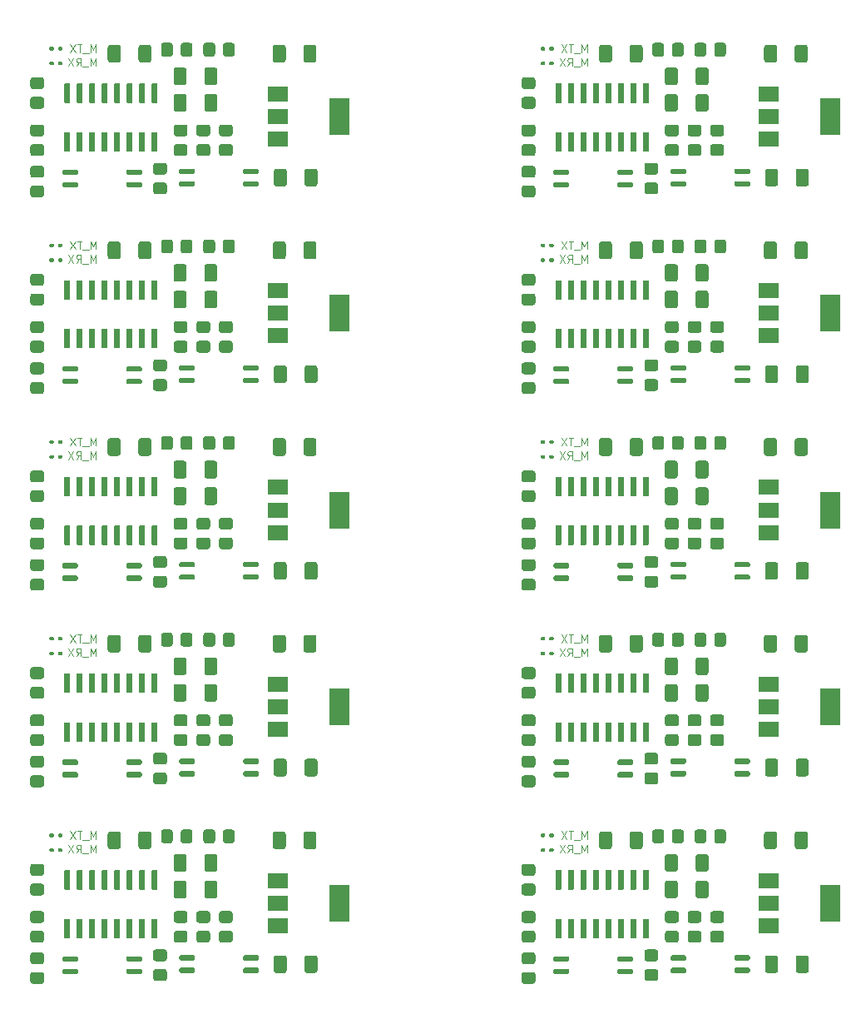
<source format=gbr>
%TF.GenerationSoftware,KiCad,Pcbnew,(5.1.9)-1*%
%TF.CreationDate,2021-10-14T17:35:56+02:00*%
%TF.ProjectId,IM350_AM550_T210_5V_V5.0,494d3335-305f-4414-9d35-35305f543231,rev?*%
%TF.SameCoordinates,Original*%
%TF.FileFunction,Paste,Bot*%
%TF.FilePolarity,Positive*%
%FSLAX46Y46*%
G04 Gerber Fmt 4.6, Leading zero omitted, Abs format (unit mm)*
G04 Created by KiCad (PCBNEW (5.1.9)-1) date 2021-10-14 17:35:56*
%MOMM*%
%LPD*%
G01*
G04 APERTURE LIST*
%ADD10C,0.120000*%
%ADD11R,2.000000X1.500000*%
%ADD12R,2.000000X3.800000*%
G04 APERTURE END LIST*
%TO.C,R6*%
D10*
X105257142Y-108661904D02*
X105257142Y-107861904D01*
X104990476Y-108433333D01*
X104723809Y-107861904D01*
X104723809Y-108661904D01*
X104533333Y-108738095D02*
X103923809Y-108738095D01*
X103847619Y-107861904D02*
X103390476Y-107861904D01*
X103619047Y-108661904D02*
X103619047Y-107861904D01*
X103200000Y-107861904D02*
X102666666Y-108661904D01*
X102666666Y-107861904D02*
X103200000Y-108661904D01*
%TO.C,R18*%
X55252380Y-110061904D02*
X55252380Y-109261904D01*
X54985714Y-109833333D01*
X54719047Y-109261904D01*
X54719047Y-110061904D01*
X54528571Y-110138095D02*
X53919047Y-110138095D01*
X53271428Y-110061904D02*
X53538095Y-109680952D01*
X53728571Y-110061904D02*
X53728571Y-109261904D01*
X53423809Y-109261904D01*
X53347619Y-109300000D01*
X53309523Y-109338095D01*
X53271428Y-109414285D01*
X53271428Y-109528571D01*
X53309523Y-109604761D01*
X53347619Y-109642857D01*
X53423809Y-109680952D01*
X53728571Y-109680952D01*
X53004761Y-109261904D02*
X52471428Y-110061904D01*
X52471428Y-109261904D02*
X53004761Y-110061904D01*
%TO.C,R6*%
X55257142Y-108661904D02*
X55257142Y-107861904D01*
X54990476Y-108433333D01*
X54723809Y-107861904D01*
X54723809Y-108661904D01*
X54533333Y-108738095D02*
X53923809Y-108738095D01*
X53847619Y-107861904D02*
X53390476Y-107861904D01*
X53619047Y-108661904D02*
X53619047Y-107861904D01*
X53200000Y-107861904D02*
X52666666Y-108661904D01*
X52666666Y-107861904D02*
X53200000Y-108661904D01*
%TO.C,R18*%
X105252380Y-110061904D02*
X105252380Y-109261904D01*
X104985714Y-109833333D01*
X104719047Y-109261904D01*
X104719047Y-110061904D01*
X104528571Y-110138095D02*
X103919047Y-110138095D01*
X103271428Y-110061904D02*
X103538095Y-109680952D01*
X103728571Y-110061904D02*
X103728571Y-109261904D01*
X103423809Y-109261904D01*
X103347619Y-109300000D01*
X103309523Y-109338095D01*
X103271428Y-109414285D01*
X103271428Y-109528571D01*
X103309523Y-109604761D01*
X103347619Y-109642857D01*
X103423809Y-109680952D01*
X103728571Y-109680952D01*
X103004761Y-109261904D02*
X102471428Y-110061904D01*
X102471428Y-109261904D02*
X103004761Y-110061904D01*
%TO.C,R6*%
X105257142Y-88661904D02*
X105257142Y-87861904D01*
X104990476Y-88433333D01*
X104723809Y-87861904D01*
X104723809Y-88661904D01*
X104533333Y-88738095D02*
X103923809Y-88738095D01*
X103847619Y-87861904D02*
X103390476Y-87861904D01*
X103619047Y-88661904D02*
X103619047Y-87861904D01*
X103200000Y-87861904D02*
X102666666Y-88661904D01*
X102666666Y-87861904D02*
X103200000Y-88661904D01*
%TO.C,R18*%
X55252380Y-90061904D02*
X55252380Y-89261904D01*
X54985714Y-89833333D01*
X54719047Y-89261904D01*
X54719047Y-90061904D01*
X54528571Y-90138095D02*
X53919047Y-90138095D01*
X53271428Y-90061904D02*
X53538095Y-89680952D01*
X53728571Y-90061904D02*
X53728571Y-89261904D01*
X53423809Y-89261904D01*
X53347619Y-89300000D01*
X53309523Y-89338095D01*
X53271428Y-89414285D01*
X53271428Y-89528571D01*
X53309523Y-89604761D01*
X53347619Y-89642857D01*
X53423809Y-89680952D01*
X53728571Y-89680952D01*
X53004761Y-89261904D02*
X52471428Y-90061904D01*
X52471428Y-89261904D02*
X53004761Y-90061904D01*
%TO.C,R6*%
X55257142Y-88661904D02*
X55257142Y-87861904D01*
X54990476Y-88433333D01*
X54723809Y-87861904D01*
X54723809Y-88661904D01*
X54533333Y-88738095D02*
X53923809Y-88738095D01*
X53847619Y-87861904D02*
X53390476Y-87861904D01*
X53619047Y-88661904D02*
X53619047Y-87861904D01*
X53200000Y-87861904D02*
X52666666Y-88661904D01*
X52666666Y-87861904D02*
X53200000Y-88661904D01*
%TO.C,R18*%
X105252380Y-90061904D02*
X105252380Y-89261904D01*
X104985714Y-89833333D01*
X104719047Y-89261904D01*
X104719047Y-90061904D01*
X104528571Y-90138095D02*
X103919047Y-90138095D01*
X103271428Y-90061904D02*
X103538095Y-89680952D01*
X103728571Y-90061904D02*
X103728571Y-89261904D01*
X103423809Y-89261904D01*
X103347619Y-89300000D01*
X103309523Y-89338095D01*
X103271428Y-89414285D01*
X103271428Y-89528571D01*
X103309523Y-89604761D01*
X103347619Y-89642857D01*
X103423809Y-89680952D01*
X103728571Y-89680952D01*
X103004761Y-89261904D02*
X102471428Y-90061904D01*
X102471428Y-89261904D02*
X103004761Y-90061904D01*
%TO.C,R6*%
X105257142Y-68661904D02*
X105257142Y-67861904D01*
X104990476Y-68433333D01*
X104723809Y-67861904D01*
X104723809Y-68661904D01*
X104533333Y-68738095D02*
X103923809Y-68738095D01*
X103847619Y-67861904D02*
X103390476Y-67861904D01*
X103619047Y-68661904D02*
X103619047Y-67861904D01*
X103200000Y-67861904D02*
X102666666Y-68661904D01*
X102666666Y-67861904D02*
X103200000Y-68661904D01*
%TO.C,R18*%
X55252380Y-70061904D02*
X55252380Y-69261904D01*
X54985714Y-69833333D01*
X54719047Y-69261904D01*
X54719047Y-70061904D01*
X54528571Y-70138095D02*
X53919047Y-70138095D01*
X53271428Y-70061904D02*
X53538095Y-69680952D01*
X53728571Y-70061904D02*
X53728571Y-69261904D01*
X53423809Y-69261904D01*
X53347619Y-69300000D01*
X53309523Y-69338095D01*
X53271428Y-69414285D01*
X53271428Y-69528571D01*
X53309523Y-69604761D01*
X53347619Y-69642857D01*
X53423809Y-69680952D01*
X53728571Y-69680952D01*
X53004761Y-69261904D02*
X52471428Y-70061904D01*
X52471428Y-69261904D02*
X53004761Y-70061904D01*
%TO.C,R6*%
X55257142Y-68661904D02*
X55257142Y-67861904D01*
X54990476Y-68433333D01*
X54723809Y-67861904D01*
X54723809Y-68661904D01*
X54533333Y-68738095D02*
X53923809Y-68738095D01*
X53847619Y-67861904D02*
X53390476Y-67861904D01*
X53619047Y-68661904D02*
X53619047Y-67861904D01*
X53200000Y-67861904D02*
X52666666Y-68661904D01*
X52666666Y-67861904D02*
X53200000Y-68661904D01*
%TO.C,R18*%
X105252380Y-70061904D02*
X105252380Y-69261904D01*
X104985714Y-69833333D01*
X104719047Y-69261904D01*
X104719047Y-70061904D01*
X104528571Y-70138095D02*
X103919047Y-70138095D01*
X103271428Y-70061904D02*
X103538095Y-69680952D01*
X103728571Y-70061904D02*
X103728571Y-69261904D01*
X103423809Y-69261904D01*
X103347619Y-69300000D01*
X103309523Y-69338095D01*
X103271428Y-69414285D01*
X103271428Y-69528571D01*
X103309523Y-69604761D01*
X103347619Y-69642857D01*
X103423809Y-69680952D01*
X103728571Y-69680952D01*
X103004761Y-69261904D02*
X102471428Y-70061904D01*
X102471428Y-69261904D02*
X103004761Y-70061904D01*
X105252380Y-50061904D02*
X105252380Y-49261904D01*
X104985714Y-49833333D01*
X104719047Y-49261904D01*
X104719047Y-50061904D01*
X104528571Y-50138095D02*
X103919047Y-50138095D01*
X103271428Y-50061904D02*
X103538095Y-49680952D01*
X103728571Y-50061904D02*
X103728571Y-49261904D01*
X103423809Y-49261904D01*
X103347619Y-49300000D01*
X103309523Y-49338095D01*
X103271428Y-49414285D01*
X103271428Y-49528571D01*
X103309523Y-49604761D01*
X103347619Y-49642857D01*
X103423809Y-49680952D01*
X103728571Y-49680952D01*
X103004761Y-49261904D02*
X102471428Y-50061904D01*
X102471428Y-49261904D02*
X103004761Y-50061904D01*
%TO.C,R6*%
X105257142Y-48661904D02*
X105257142Y-47861904D01*
X104990476Y-48433333D01*
X104723809Y-47861904D01*
X104723809Y-48661904D01*
X104533333Y-48738095D02*
X103923809Y-48738095D01*
X103847619Y-47861904D02*
X103390476Y-47861904D01*
X103619047Y-48661904D02*
X103619047Y-47861904D01*
X103200000Y-47861904D02*
X102666666Y-48661904D01*
X102666666Y-47861904D02*
X103200000Y-48661904D01*
X55257142Y-48661904D02*
X55257142Y-47861904D01*
X54990476Y-48433333D01*
X54723809Y-47861904D01*
X54723809Y-48661904D01*
X54533333Y-48738095D02*
X53923809Y-48738095D01*
X53847619Y-47861904D02*
X53390476Y-47861904D01*
X53619047Y-48661904D02*
X53619047Y-47861904D01*
X53200000Y-47861904D02*
X52666666Y-48661904D01*
X52666666Y-47861904D02*
X53200000Y-48661904D01*
%TO.C,R18*%
X55252380Y-50061904D02*
X55252380Y-49261904D01*
X54985714Y-49833333D01*
X54719047Y-49261904D01*
X54719047Y-50061904D01*
X54528571Y-50138095D02*
X53919047Y-50138095D01*
X53271428Y-50061904D02*
X53538095Y-49680952D01*
X53728571Y-50061904D02*
X53728571Y-49261904D01*
X53423809Y-49261904D01*
X53347619Y-49300000D01*
X53309523Y-49338095D01*
X53271428Y-49414285D01*
X53271428Y-49528571D01*
X53309523Y-49604761D01*
X53347619Y-49642857D01*
X53423809Y-49680952D01*
X53728571Y-49680952D01*
X53004761Y-49261904D02*
X52471428Y-50061904D01*
X52471428Y-49261904D02*
X53004761Y-50061904D01*
%TO.C,R6*%
X105257142Y-28661904D02*
X105257142Y-27861904D01*
X104990476Y-28433333D01*
X104723809Y-27861904D01*
X104723809Y-28661904D01*
X104533333Y-28738095D02*
X103923809Y-28738095D01*
X103847619Y-27861904D02*
X103390476Y-27861904D01*
X103619047Y-28661904D02*
X103619047Y-27861904D01*
X103200000Y-27861904D02*
X102666666Y-28661904D01*
X102666666Y-27861904D02*
X103200000Y-28661904D01*
%TO.C,R18*%
X105252380Y-30061904D02*
X105252380Y-29261904D01*
X104985714Y-29833333D01*
X104719047Y-29261904D01*
X104719047Y-30061904D01*
X104528571Y-30138095D02*
X103919047Y-30138095D01*
X103271428Y-30061904D02*
X103538095Y-29680952D01*
X103728571Y-30061904D02*
X103728571Y-29261904D01*
X103423809Y-29261904D01*
X103347619Y-29300000D01*
X103309523Y-29338095D01*
X103271428Y-29414285D01*
X103271428Y-29528571D01*
X103309523Y-29604761D01*
X103347619Y-29642857D01*
X103423809Y-29680952D01*
X103728571Y-29680952D01*
X103004761Y-29261904D02*
X102471428Y-30061904D01*
X102471428Y-29261904D02*
X103004761Y-30061904D01*
X55252380Y-30061904D02*
X55252380Y-29261904D01*
X54985714Y-29833333D01*
X54719047Y-29261904D01*
X54719047Y-30061904D01*
X54528571Y-30138095D02*
X53919047Y-30138095D01*
X53271428Y-30061904D02*
X53538095Y-29680952D01*
X53728571Y-30061904D02*
X53728571Y-29261904D01*
X53423809Y-29261904D01*
X53347619Y-29300000D01*
X53309523Y-29338095D01*
X53271428Y-29414285D01*
X53271428Y-29528571D01*
X53309523Y-29604761D01*
X53347619Y-29642857D01*
X53423809Y-29680952D01*
X53728571Y-29680952D01*
X53004761Y-29261904D02*
X52471428Y-30061904D01*
X52471428Y-29261904D02*
X53004761Y-30061904D01*
%TO.C,R6*%
X55257142Y-28661904D02*
X55257142Y-27861904D01*
X54990476Y-28433333D01*
X54723809Y-27861904D01*
X54723809Y-28661904D01*
X54533333Y-28738095D02*
X53923809Y-28738095D01*
X53847619Y-27861904D02*
X53390476Y-27861904D01*
X53619047Y-28661904D02*
X53619047Y-27861904D01*
X53200000Y-27861904D02*
X52666666Y-28661904D01*
X52666666Y-27861904D02*
X53200000Y-28661904D01*
%TD*%
%TO.C,R15*%
G36*
G01*
X68200000Y-108850001D02*
X68200000Y-107949999D01*
G75*
G02*
X68449999Y-107700000I249999J0D01*
G01*
X69150001Y-107700000D01*
G75*
G02*
X69400000Y-107949999I0J-249999D01*
G01*
X69400000Y-108850001D01*
G75*
G02*
X69150001Y-109100000I-249999J0D01*
G01*
X68449999Y-109100000D01*
G75*
G02*
X68200000Y-108850001I0J249999D01*
G01*
G37*
G36*
G01*
X66200000Y-108850001D02*
X66200000Y-107949999D01*
G75*
G02*
X66449999Y-107700000I249999J0D01*
G01*
X67150001Y-107700000D01*
G75*
G02*
X67400000Y-107949999I0J-249999D01*
G01*
X67400000Y-108850001D01*
G75*
G02*
X67150001Y-109100000I-249999J0D01*
G01*
X66449999Y-109100000D01*
G75*
G02*
X66200000Y-108850001I0J249999D01*
G01*
G37*
%TD*%
%TO.C,C3*%
G36*
G01*
X113175000Y-114450001D02*
X113175000Y-113149999D01*
G75*
G02*
X113424999Y-112900000I249999J0D01*
G01*
X114250001Y-112900000D01*
G75*
G02*
X114500000Y-113149999I0J-249999D01*
G01*
X114500000Y-114450001D01*
G75*
G02*
X114250001Y-114700000I-249999J0D01*
G01*
X113424999Y-114700000D01*
G75*
G02*
X113175000Y-114450001I0J249999D01*
G01*
G37*
G36*
G01*
X116300000Y-114450001D02*
X116300000Y-113149999D01*
G75*
G02*
X116549999Y-112900000I249999J0D01*
G01*
X117375001Y-112900000D01*
G75*
G02*
X117625000Y-113149999I0J-249999D01*
G01*
X117625000Y-114450001D01*
G75*
G02*
X117375001Y-114700000I-249999J0D01*
G01*
X116549999Y-114700000D01*
G75*
G02*
X116300000Y-114450001I0J249999D01*
G01*
G37*
%TD*%
%TO.C,C1*%
G36*
G01*
X127725000Y-108149999D02*
X127725000Y-109450001D01*
G75*
G02*
X127475001Y-109700000I-249999J0D01*
G01*
X126649999Y-109700000D01*
G75*
G02*
X126400000Y-109450001I0J249999D01*
G01*
X126400000Y-108149999D01*
G75*
G02*
X126649999Y-107900000I249999J0D01*
G01*
X127475001Y-107900000D01*
G75*
G02*
X127725000Y-108149999I0J-249999D01*
G01*
G37*
G36*
G01*
X124600000Y-108149999D02*
X124600000Y-109450001D01*
G75*
G02*
X124350001Y-109700000I-249999J0D01*
G01*
X123524999Y-109700000D01*
G75*
G02*
X123275000Y-109450001I0J249999D01*
G01*
X123275000Y-108149999D01*
G75*
G02*
X123524999Y-107900000I249999J0D01*
G01*
X124350001Y-107900000D01*
G75*
G02*
X124600000Y-108149999I0J-249999D01*
G01*
G37*
%TD*%
%TO.C,R17*%
G36*
G01*
X65749999Y-118000000D02*
X66650001Y-118000000D01*
G75*
G02*
X66900000Y-118249999I0J-249999D01*
G01*
X66900000Y-118950001D01*
G75*
G02*
X66650001Y-119200000I-249999J0D01*
G01*
X65749999Y-119200000D01*
G75*
G02*
X65500000Y-118950001I0J249999D01*
G01*
X65500000Y-118249999D01*
G75*
G02*
X65749999Y-118000000I249999J0D01*
G01*
G37*
G36*
G01*
X65749999Y-116000000D02*
X66650001Y-116000000D01*
G75*
G02*
X66900000Y-116249999I0J-249999D01*
G01*
X66900000Y-116950001D01*
G75*
G02*
X66650001Y-117200000I-249999J0D01*
G01*
X65749999Y-117200000D01*
G75*
G02*
X65500000Y-116950001I0J249999D01*
G01*
X65500000Y-116249999D01*
G75*
G02*
X65749999Y-116000000I249999J0D01*
G01*
G37*
%TD*%
%TO.C,R17*%
G36*
G01*
X115749999Y-116000000D02*
X116650001Y-116000000D01*
G75*
G02*
X116900000Y-116249999I0J-249999D01*
G01*
X116900000Y-116950001D01*
G75*
G02*
X116650001Y-117200000I-249999J0D01*
G01*
X115749999Y-117200000D01*
G75*
G02*
X115500000Y-116950001I0J249999D01*
G01*
X115500000Y-116249999D01*
G75*
G02*
X115749999Y-116000000I249999J0D01*
G01*
G37*
G36*
G01*
X115749999Y-118000000D02*
X116650001Y-118000000D01*
G75*
G02*
X116900000Y-118249999I0J-249999D01*
G01*
X116900000Y-118950001D01*
G75*
G02*
X116650001Y-119200000I-249999J0D01*
G01*
X115749999Y-119200000D01*
G75*
G02*
X115500000Y-118950001I0J249999D01*
G01*
X115500000Y-118249999D01*
G75*
G02*
X115749999Y-118000000I249999J0D01*
G01*
G37*
%TD*%
%TO.C,R11*%
G36*
G01*
X49750001Y-117200000D02*
X48849999Y-117200000D01*
G75*
G02*
X48600000Y-116950001I0J249999D01*
G01*
X48600000Y-116249999D01*
G75*
G02*
X48849999Y-116000000I249999J0D01*
G01*
X49750001Y-116000000D01*
G75*
G02*
X50000000Y-116249999I0J-249999D01*
G01*
X50000000Y-116950001D01*
G75*
G02*
X49750001Y-117200000I-249999J0D01*
G01*
G37*
G36*
G01*
X49750001Y-119200000D02*
X48849999Y-119200000D01*
G75*
G02*
X48600000Y-118950001I0J249999D01*
G01*
X48600000Y-118249999D01*
G75*
G02*
X48849999Y-118000000I249999J0D01*
G01*
X49750001Y-118000000D01*
G75*
G02*
X50000000Y-118249999I0J-249999D01*
G01*
X50000000Y-118950001D01*
G75*
G02*
X49750001Y-119200000I-249999J0D01*
G01*
G37*
%TD*%
%TO.C,C2*%
G36*
G01*
X127825000Y-120749999D02*
X127825000Y-122050001D01*
G75*
G02*
X127575001Y-122300000I-249999J0D01*
G01*
X126749999Y-122300000D01*
G75*
G02*
X126500000Y-122050001I0J249999D01*
G01*
X126500000Y-120749999D01*
G75*
G02*
X126749999Y-120500000I249999J0D01*
G01*
X127575001Y-120500000D01*
G75*
G02*
X127825000Y-120749999I0J-249999D01*
G01*
G37*
G36*
G01*
X124700000Y-120749999D02*
X124700000Y-122050001D01*
G75*
G02*
X124450001Y-122300000I-249999J0D01*
G01*
X123624999Y-122300000D01*
G75*
G02*
X123375000Y-122050001I0J249999D01*
G01*
X123375000Y-120749999D01*
G75*
G02*
X123624999Y-120500000I249999J0D01*
G01*
X124450001Y-120500000D01*
G75*
G02*
X124700000Y-120749999I0J-249999D01*
G01*
G37*
%TD*%
%TO.C,U5*%
G36*
G01*
X113750000Y-122172500D02*
X113750000Y-121897500D01*
G75*
G02*
X113887500Y-121760000I137500J0D01*
G01*
X115212500Y-121760000D01*
G75*
G02*
X115350000Y-121897500I0J-137500D01*
G01*
X115350000Y-122172500D01*
G75*
G02*
X115212500Y-122310000I-137500J0D01*
G01*
X113887500Y-122310000D01*
G75*
G02*
X113750000Y-122172500I0J137500D01*
G01*
G37*
G36*
G01*
X113750000Y-120902500D02*
X113750000Y-120627500D01*
G75*
G02*
X113887500Y-120490000I137500J0D01*
G01*
X115212500Y-120490000D01*
G75*
G02*
X115350000Y-120627500I0J-137500D01*
G01*
X115350000Y-120902500D01*
G75*
G02*
X115212500Y-121040000I-137500J0D01*
G01*
X113887500Y-121040000D01*
G75*
G02*
X113750000Y-120902500I0J137500D01*
G01*
G37*
G36*
G01*
X120250000Y-120902500D02*
X120250000Y-120627500D01*
G75*
G02*
X120387500Y-120490000I137500J0D01*
G01*
X121712500Y-120490000D01*
G75*
G02*
X121850000Y-120627500I0J-137500D01*
G01*
X121850000Y-120902500D01*
G75*
G02*
X121712500Y-121040000I-137500J0D01*
G01*
X120387500Y-121040000D01*
G75*
G02*
X120250000Y-120902500I0J137500D01*
G01*
G37*
G36*
G01*
X120250000Y-122172500D02*
X120250000Y-121897500D01*
G75*
G02*
X120387500Y-121760000I137500J0D01*
G01*
X121712500Y-121760000D01*
G75*
G02*
X121850000Y-121897500I0J-137500D01*
G01*
X121850000Y-122172500D01*
G75*
G02*
X121712500Y-122310000I-137500J0D01*
G01*
X120387500Y-122310000D01*
G75*
G02*
X120250000Y-122172500I0J137500D01*
G01*
G37*
%TD*%
%TO.C,R6*%
G36*
G01*
X100546000Y-108390000D02*
X100546000Y-108210000D01*
G75*
G02*
X100636000Y-108120000I90000J0D01*
G01*
X100914000Y-108120000D01*
G75*
G02*
X101004000Y-108210000I0J-90000D01*
G01*
X101004000Y-108390000D01*
G75*
G02*
X100914000Y-108480000I-90000J0D01*
G01*
X100636000Y-108480000D01*
G75*
G02*
X100546000Y-108390000I0J90000D01*
G01*
G37*
G36*
G01*
X101411000Y-108390000D02*
X101411000Y-108210000D01*
G75*
G02*
X101501000Y-108120000I90000J0D01*
G01*
X101779000Y-108120000D01*
G75*
G02*
X101869000Y-108210000I0J-90000D01*
G01*
X101869000Y-108390000D01*
G75*
G02*
X101779000Y-108480000I-90000J0D01*
G01*
X101501000Y-108480000D01*
G75*
G02*
X101411000Y-108390000I0J90000D01*
G01*
G37*
%TD*%
%TO.C,R11*%
G36*
G01*
X99750001Y-119200000D02*
X98849999Y-119200000D01*
G75*
G02*
X98600000Y-118950001I0J249999D01*
G01*
X98600000Y-118249999D01*
G75*
G02*
X98849999Y-118000000I249999J0D01*
G01*
X99750001Y-118000000D01*
G75*
G02*
X100000000Y-118249999I0J-249999D01*
G01*
X100000000Y-118950001D01*
G75*
G02*
X99750001Y-119200000I-249999J0D01*
G01*
G37*
G36*
G01*
X99750001Y-117200000D02*
X98849999Y-117200000D01*
G75*
G02*
X98600000Y-116950001I0J249999D01*
G01*
X98600000Y-116249999D01*
G75*
G02*
X98849999Y-116000000I249999J0D01*
G01*
X99750001Y-116000000D01*
G75*
G02*
X100000000Y-116249999I0J-249999D01*
G01*
X100000000Y-116950001D01*
G75*
G02*
X99750001Y-117200000I-249999J0D01*
G01*
G37*
%TD*%
%TO.C,U5*%
G36*
G01*
X70250000Y-122172500D02*
X70250000Y-121897500D01*
G75*
G02*
X70387500Y-121760000I137500J0D01*
G01*
X71712500Y-121760000D01*
G75*
G02*
X71850000Y-121897500I0J-137500D01*
G01*
X71850000Y-122172500D01*
G75*
G02*
X71712500Y-122310000I-137500J0D01*
G01*
X70387500Y-122310000D01*
G75*
G02*
X70250000Y-122172500I0J137500D01*
G01*
G37*
G36*
G01*
X70250000Y-120902500D02*
X70250000Y-120627500D01*
G75*
G02*
X70387500Y-120490000I137500J0D01*
G01*
X71712500Y-120490000D01*
G75*
G02*
X71850000Y-120627500I0J-137500D01*
G01*
X71850000Y-120902500D01*
G75*
G02*
X71712500Y-121040000I-137500J0D01*
G01*
X70387500Y-121040000D01*
G75*
G02*
X70250000Y-120902500I0J137500D01*
G01*
G37*
G36*
G01*
X63750000Y-120902500D02*
X63750000Y-120627500D01*
G75*
G02*
X63887500Y-120490000I137500J0D01*
G01*
X65212500Y-120490000D01*
G75*
G02*
X65350000Y-120627500I0J-137500D01*
G01*
X65350000Y-120902500D01*
G75*
G02*
X65212500Y-121040000I-137500J0D01*
G01*
X63887500Y-121040000D01*
G75*
G02*
X63750000Y-120902500I0J137500D01*
G01*
G37*
G36*
G01*
X63750000Y-122172500D02*
X63750000Y-121897500D01*
G75*
G02*
X63887500Y-121760000I137500J0D01*
G01*
X65212500Y-121760000D01*
G75*
G02*
X65350000Y-121897500I0J-137500D01*
G01*
X65350000Y-122172500D01*
G75*
G02*
X65212500Y-122310000I-137500J0D01*
G01*
X63887500Y-122310000D01*
G75*
G02*
X63750000Y-122172500I0J137500D01*
G01*
G37*
%TD*%
%TO.C,R14*%
G36*
G01*
X111900000Y-108850001D02*
X111900000Y-107949999D01*
G75*
G02*
X112149999Y-107700000I249999J0D01*
G01*
X112850001Y-107700000D01*
G75*
G02*
X113100000Y-107949999I0J-249999D01*
G01*
X113100000Y-108850001D01*
G75*
G02*
X112850001Y-109100000I-249999J0D01*
G01*
X112149999Y-109100000D01*
G75*
G02*
X111900000Y-108850001I0J249999D01*
G01*
G37*
G36*
G01*
X113900000Y-108850001D02*
X113900000Y-107949999D01*
G75*
G02*
X114149999Y-107700000I249999J0D01*
G01*
X114850001Y-107700000D01*
G75*
G02*
X115100000Y-107949999I0J-249999D01*
G01*
X115100000Y-108850001D01*
G75*
G02*
X114850001Y-109100000I-249999J0D01*
G01*
X114149999Y-109100000D01*
G75*
G02*
X113900000Y-108850001I0J249999D01*
G01*
G37*
%TD*%
%TO.C,C1*%
G36*
G01*
X74600000Y-108149999D02*
X74600000Y-109450001D01*
G75*
G02*
X74350001Y-109700000I-249999J0D01*
G01*
X73524999Y-109700000D01*
G75*
G02*
X73275000Y-109450001I0J249999D01*
G01*
X73275000Y-108149999D01*
G75*
G02*
X73524999Y-107900000I249999J0D01*
G01*
X74350001Y-107900000D01*
G75*
G02*
X74600000Y-108149999I0J-249999D01*
G01*
G37*
G36*
G01*
X77725000Y-108149999D02*
X77725000Y-109450001D01*
G75*
G02*
X77475001Y-109700000I-249999J0D01*
G01*
X76649999Y-109700000D01*
G75*
G02*
X76400000Y-109450001I0J249999D01*
G01*
X76400000Y-108149999D01*
G75*
G02*
X76649999Y-107900000I249999J0D01*
G01*
X77475001Y-107900000D01*
G75*
G02*
X77725000Y-108149999I0J-249999D01*
G01*
G37*
%TD*%
%TO.C,U4*%
G36*
G01*
X101850000Y-122272500D02*
X101850000Y-121997500D01*
G75*
G02*
X101987500Y-121860000I137500J0D01*
G01*
X103312500Y-121860000D01*
G75*
G02*
X103450000Y-121997500I0J-137500D01*
G01*
X103450000Y-122272500D01*
G75*
G02*
X103312500Y-122410000I-137500J0D01*
G01*
X101987500Y-122410000D01*
G75*
G02*
X101850000Y-122272500I0J137500D01*
G01*
G37*
G36*
G01*
X101850000Y-121002500D02*
X101850000Y-120727500D01*
G75*
G02*
X101987500Y-120590000I137500J0D01*
G01*
X103312500Y-120590000D01*
G75*
G02*
X103450000Y-120727500I0J-137500D01*
G01*
X103450000Y-121002500D01*
G75*
G02*
X103312500Y-121140000I-137500J0D01*
G01*
X101987500Y-121140000D01*
G75*
G02*
X101850000Y-121002500I0J137500D01*
G01*
G37*
G36*
G01*
X108350000Y-121002500D02*
X108350000Y-120727500D01*
G75*
G02*
X108487500Y-120590000I137500J0D01*
G01*
X109812500Y-120590000D01*
G75*
G02*
X109950000Y-120727500I0J-137500D01*
G01*
X109950000Y-121002500D01*
G75*
G02*
X109812500Y-121140000I-137500J0D01*
G01*
X108487500Y-121140000D01*
G75*
G02*
X108350000Y-121002500I0J137500D01*
G01*
G37*
G36*
G01*
X108350000Y-122272500D02*
X108350000Y-121997500D01*
G75*
G02*
X108487500Y-121860000I137500J0D01*
G01*
X109812500Y-121860000D01*
G75*
G02*
X109950000Y-121997500I0J-137500D01*
G01*
X109950000Y-122272500D01*
G75*
G02*
X109812500Y-122410000I-137500J0D01*
G01*
X108487500Y-122410000D01*
G75*
G02*
X108350000Y-122272500I0J137500D01*
G01*
G37*
%TD*%
%TO.C,C4*%
G36*
G01*
X113175000Y-111750001D02*
X113175000Y-110449999D01*
G75*
G02*
X113424999Y-110200000I249999J0D01*
G01*
X114250001Y-110200000D01*
G75*
G02*
X114500000Y-110449999I0J-249999D01*
G01*
X114500000Y-111750001D01*
G75*
G02*
X114250001Y-112000000I-249999J0D01*
G01*
X113424999Y-112000000D01*
G75*
G02*
X113175000Y-111750001I0J249999D01*
G01*
G37*
G36*
G01*
X116300000Y-111750001D02*
X116300000Y-110449999D01*
G75*
G02*
X116549999Y-110200000I249999J0D01*
G01*
X117375001Y-110200000D01*
G75*
G02*
X117625000Y-110449999I0J-249999D01*
G01*
X117625000Y-111750001D01*
G75*
G02*
X117375001Y-112000000I-249999J0D01*
G01*
X116549999Y-112000000D01*
G75*
G02*
X116300000Y-111750001I0J249999D01*
G01*
G37*
%TD*%
%TO.C,R16*%
G36*
G01*
X113449999Y-116000000D02*
X114350001Y-116000000D01*
G75*
G02*
X114600000Y-116249999I0J-249999D01*
G01*
X114600000Y-116950001D01*
G75*
G02*
X114350001Y-117200000I-249999J0D01*
G01*
X113449999Y-117200000D01*
G75*
G02*
X113200000Y-116950001I0J249999D01*
G01*
X113200000Y-116249999D01*
G75*
G02*
X113449999Y-116000000I249999J0D01*
G01*
G37*
G36*
G01*
X113449999Y-118000000D02*
X114350001Y-118000000D01*
G75*
G02*
X114600000Y-118249999I0J-249999D01*
G01*
X114600000Y-118950001D01*
G75*
G02*
X114350001Y-119200000I-249999J0D01*
G01*
X113449999Y-119200000D01*
G75*
G02*
X113200000Y-118950001I0J249999D01*
G01*
X113200000Y-118249999D01*
G75*
G02*
X113449999Y-118000000I249999J0D01*
G01*
G37*
%TD*%
%TO.C,R15*%
G36*
G01*
X116200000Y-108850001D02*
X116200000Y-107949999D01*
G75*
G02*
X116449999Y-107700000I249999J0D01*
G01*
X117150001Y-107700000D01*
G75*
G02*
X117400000Y-107949999I0J-249999D01*
G01*
X117400000Y-108850001D01*
G75*
G02*
X117150001Y-109100000I-249999J0D01*
G01*
X116449999Y-109100000D01*
G75*
G02*
X116200000Y-108850001I0J249999D01*
G01*
G37*
G36*
G01*
X118200000Y-108850001D02*
X118200000Y-107949999D01*
G75*
G02*
X118449999Y-107700000I249999J0D01*
G01*
X119150001Y-107700000D01*
G75*
G02*
X119400000Y-107949999I0J-249999D01*
G01*
X119400000Y-108850001D01*
G75*
G02*
X119150001Y-109100000I-249999J0D01*
G01*
X118449999Y-109100000D01*
G75*
G02*
X118200000Y-108850001I0J249999D01*
G01*
G37*
%TD*%
%TO.C,C2*%
G36*
G01*
X74700000Y-120749999D02*
X74700000Y-122050001D01*
G75*
G02*
X74450001Y-122300000I-249999J0D01*
G01*
X73624999Y-122300000D01*
G75*
G02*
X73375000Y-122050001I0J249999D01*
G01*
X73375000Y-120749999D01*
G75*
G02*
X73624999Y-120500000I249999J0D01*
G01*
X74450001Y-120500000D01*
G75*
G02*
X74700000Y-120749999I0J-249999D01*
G01*
G37*
G36*
G01*
X77825000Y-120749999D02*
X77825000Y-122050001D01*
G75*
G02*
X77575001Y-122300000I-249999J0D01*
G01*
X76749999Y-122300000D01*
G75*
G02*
X76500000Y-122050001I0J249999D01*
G01*
X76500000Y-120749999D01*
G75*
G02*
X76749999Y-120500000I249999J0D01*
G01*
X77575001Y-120500000D01*
G75*
G02*
X77825000Y-120749999I0J-249999D01*
G01*
G37*
%TD*%
%TO.C,R10*%
G36*
G01*
X49750001Y-121400000D02*
X48849999Y-121400000D01*
G75*
G02*
X48600000Y-121150001I0J249999D01*
G01*
X48600000Y-120449999D01*
G75*
G02*
X48849999Y-120200000I249999J0D01*
G01*
X49750001Y-120200000D01*
G75*
G02*
X50000000Y-120449999I0J-249999D01*
G01*
X50000000Y-121150001D01*
G75*
G02*
X49750001Y-121400000I-249999J0D01*
G01*
G37*
G36*
G01*
X49750001Y-123400000D02*
X48849999Y-123400000D01*
G75*
G02*
X48600000Y-123150001I0J249999D01*
G01*
X48600000Y-122449999D01*
G75*
G02*
X48849999Y-122200000I249999J0D01*
G01*
X49750001Y-122200000D01*
G75*
G02*
X50000000Y-122449999I0J-249999D01*
G01*
X50000000Y-123150001D01*
G75*
G02*
X49750001Y-123400000I-249999J0D01*
G01*
G37*
%TD*%
%TO.C,R12*%
G36*
G01*
X49750001Y-112400000D02*
X48849999Y-112400000D01*
G75*
G02*
X48600000Y-112150001I0J249999D01*
G01*
X48600000Y-111449999D01*
G75*
G02*
X48849999Y-111200000I249999J0D01*
G01*
X49750001Y-111200000D01*
G75*
G02*
X50000000Y-111449999I0J-249999D01*
G01*
X50000000Y-112150001D01*
G75*
G02*
X49750001Y-112400000I-249999J0D01*
G01*
G37*
G36*
G01*
X49750001Y-114400000D02*
X48849999Y-114400000D01*
G75*
G02*
X48600000Y-114150001I0J249999D01*
G01*
X48600000Y-113449999D01*
G75*
G02*
X48849999Y-113200000I249999J0D01*
G01*
X49750001Y-113200000D01*
G75*
G02*
X50000000Y-113449999I0J-249999D01*
G01*
X50000000Y-114150001D01*
G75*
G02*
X49750001Y-114400000I-249999J0D01*
G01*
G37*
%TD*%
%TO.C,R4*%
G36*
G01*
X118950001Y-119200000D02*
X118049999Y-119200000D01*
G75*
G02*
X117800000Y-118950001I0J249999D01*
G01*
X117800000Y-118249999D01*
G75*
G02*
X118049999Y-118000000I249999J0D01*
G01*
X118950001Y-118000000D01*
G75*
G02*
X119200000Y-118249999I0J-249999D01*
G01*
X119200000Y-118950001D01*
G75*
G02*
X118950001Y-119200000I-249999J0D01*
G01*
G37*
G36*
G01*
X118950001Y-117200000D02*
X118049999Y-117200000D01*
G75*
G02*
X117800000Y-116950001I0J249999D01*
G01*
X117800000Y-116249999D01*
G75*
G02*
X118049999Y-116000000I249999J0D01*
G01*
X118950001Y-116000000D01*
G75*
G02*
X119200000Y-116249999I0J-249999D01*
G01*
X119200000Y-116950001D01*
G75*
G02*
X118950001Y-117200000I-249999J0D01*
G01*
G37*
%TD*%
%TO.C,C5*%
G36*
G01*
X59600000Y-109450001D02*
X59600000Y-108149999D01*
G75*
G02*
X59849999Y-107900000I249999J0D01*
G01*
X60675001Y-107900000D01*
G75*
G02*
X60925000Y-108149999I0J-249999D01*
G01*
X60925000Y-109450001D01*
G75*
G02*
X60675001Y-109700000I-249999J0D01*
G01*
X59849999Y-109700000D01*
G75*
G02*
X59600000Y-109450001I0J249999D01*
G01*
G37*
G36*
G01*
X56475000Y-109450001D02*
X56475000Y-108149999D01*
G75*
G02*
X56724999Y-107900000I249999J0D01*
G01*
X57550001Y-107900000D01*
G75*
G02*
X57800000Y-108149999I0J-249999D01*
G01*
X57800000Y-109450001D01*
G75*
G02*
X57550001Y-109700000I-249999J0D01*
G01*
X56724999Y-109700000D01*
G75*
G02*
X56475000Y-109450001I0J249999D01*
G01*
G37*
%TD*%
D11*
%TO.C,U1*%
X73750000Y-117500000D03*
X73750000Y-112900000D03*
X73750000Y-115200000D03*
D12*
X80050000Y-115200000D03*
%TD*%
%TO.C,U3*%
G36*
G01*
X52097000Y-116790000D02*
X52613000Y-116790000D01*
G75*
G02*
X52655000Y-116832000I0J-42000D01*
G01*
X52655000Y-118718000D01*
G75*
G02*
X52613000Y-118760000I-42000J0D01*
G01*
X52097000Y-118760000D01*
G75*
G02*
X52055000Y-118718000I0J42000D01*
G01*
X52055000Y-116832000D01*
G75*
G02*
X52097000Y-116790000I42000J0D01*
G01*
G37*
G36*
G01*
X53367000Y-116790000D02*
X53883000Y-116790000D01*
G75*
G02*
X53925000Y-116832000I0J-42000D01*
G01*
X53925000Y-118718000D01*
G75*
G02*
X53883000Y-118760000I-42000J0D01*
G01*
X53367000Y-118760000D01*
G75*
G02*
X53325000Y-118718000I0J42000D01*
G01*
X53325000Y-116832000D01*
G75*
G02*
X53367000Y-116790000I42000J0D01*
G01*
G37*
G36*
G01*
X54637000Y-116790000D02*
X55153000Y-116790000D01*
G75*
G02*
X55195000Y-116832000I0J-42000D01*
G01*
X55195000Y-118718000D01*
G75*
G02*
X55153000Y-118760000I-42000J0D01*
G01*
X54637000Y-118760000D01*
G75*
G02*
X54595000Y-118718000I0J42000D01*
G01*
X54595000Y-116832000D01*
G75*
G02*
X54637000Y-116790000I42000J0D01*
G01*
G37*
G36*
G01*
X55907000Y-116790000D02*
X56423000Y-116790000D01*
G75*
G02*
X56465000Y-116832000I0J-42000D01*
G01*
X56465000Y-118718000D01*
G75*
G02*
X56423000Y-118760000I-42000J0D01*
G01*
X55907000Y-118760000D01*
G75*
G02*
X55865000Y-118718000I0J42000D01*
G01*
X55865000Y-116832000D01*
G75*
G02*
X55907000Y-116790000I42000J0D01*
G01*
G37*
G36*
G01*
X57177000Y-116790000D02*
X57693000Y-116790000D01*
G75*
G02*
X57735000Y-116832000I0J-42000D01*
G01*
X57735000Y-118718000D01*
G75*
G02*
X57693000Y-118760000I-42000J0D01*
G01*
X57177000Y-118760000D01*
G75*
G02*
X57135000Y-118718000I0J42000D01*
G01*
X57135000Y-116832000D01*
G75*
G02*
X57177000Y-116790000I42000J0D01*
G01*
G37*
G36*
G01*
X58447000Y-116790000D02*
X58963000Y-116790000D01*
G75*
G02*
X59005000Y-116832000I0J-42000D01*
G01*
X59005000Y-118718000D01*
G75*
G02*
X58963000Y-118760000I-42000J0D01*
G01*
X58447000Y-118760000D01*
G75*
G02*
X58405000Y-118718000I0J42000D01*
G01*
X58405000Y-116832000D01*
G75*
G02*
X58447000Y-116790000I42000J0D01*
G01*
G37*
G36*
G01*
X59717000Y-116790000D02*
X60233000Y-116790000D01*
G75*
G02*
X60275000Y-116832000I0J-42000D01*
G01*
X60275000Y-118718000D01*
G75*
G02*
X60233000Y-118760000I-42000J0D01*
G01*
X59717000Y-118760000D01*
G75*
G02*
X59675000Y-118718000I0J42000D01*
G01*
X59675000Y-116832000D01*
G75*
G02*
X59717000Y-116790000I42000J0D01*
G01*
G37*
G36*
G01*
X60987000Y-116790000D02*
X61503000Y-116790000D01*
G75*
G02*
X61545000Y-116832000I0J-42000D01*
G01*
X61545000Y-118718000D01*
G75*
G02*
X61503000Y-118760000I-42000J0D01*
G01*
X60987000Y-118760000D01*
G75*
G02*
X60945000Y-118718000I0J42000D01*
G01*
X60945000Y-116832000D01*
G75*
G02*
X60987000Y-116790000I42000J0D01*
G01*
G37*
G36*
G01*
X60987000Y-111840000D02*
X61503000Y-111840000D01*
G75*
G02*
X61545000Y-111882000I0J-42000D01*
G01*
X61545000Y-113768000D01*
G75*
G02*
X61503000Y-113810000I-42000J0D01*
G01*
X60987000Y-113810000D01*
G75*
G02*
X60945000Y-113768000I0J42000D01*
G01*
X60945000Y-111882000D01*
G75*
G02*
X60987000Y-111840000I42000J0D01*
G01*
G37*
G36*
G01*
X59717000Y-111840000D02*
X60233000Y-111840000D01*
G75*
G02*
X60275000Y-111882000I0J-42000D01*
G01*
X60275000Y-113768000D01*
G75*
G02*
X60233000Y-113810000I-42000J0D01*
G01*
X59717000Y-113810000D01*
G75*
G02*
X59675000Y-113768000I0J42000D01*
G01*
X59675000Y-111882000D01*
G75*
G02*
X59717000Y-111840000I42000J0D01*
G01*
G37*
G36*
G01*
X58447000Y-111840000D02*
X58963000Y-111840000D01*
G75*
G02*
X59005000Y-111882000I0J-42000D01*
G01*
X59005000Y-113768000D01*
G75*
G02*
X58963000Y-113810000I-42000J0D01*
G01*
X58447000Y-113810000D01*
G75*
G02*
X58405000Y-113768000I0J42000D01*
G01*
X58405000Y-111882000D01*
G75*
G02*
X58447000Y-111840000I42000J0D01*
G01*
G37*
G36*
G01*
X57177000Y-111840000D02*
X57693000Y-111840000D01*
G75*
G02*
X57735000Y-111882000I0J-42000D01*
G01*
X57735000Y-113768000D01*
G75*
G02*
X57693000Y-113810000I-42000J0D01*
G01*
X57177000Y-113810000D01*
G75*
G02*
X57135000Y-113768000I0J42000D01*
G01*
X57135000Y-111882000D01*
G75*
G02*
X57177000Y-111840000I42000J0D01*
G01*
G37*
G36*
G01*
X55907000Y-111840000D02*
X56423000Y-111840000D01*
G75*
G02*
X56465000Y-111882000I0J-42000D01*
G01*
X56465000Y-113768000D01*
G75*
G02*
X56423000Y-113810000I-42000J0D01*
G01*
X55907000Y-113810000D01*
G75*
G02*
X55865000Y-113768000I0J42000D01*
G01*
X55865000Y-111882000D01*
G75*
G02*
X55907000Y-111840000I42000J0D01*
G01*
G37*
G36*
G01*
X54637000Y-111840000D02*
X55153000Y-111840000D01*
G75*
G02*
X55195000Y-111882000I0J-42000D01*
G01*
X55195000Y-113768000D01*
G75*
G02*
X55153000Y-113810000I-42000J0D01*
G01*
X54637000Y-113810000D01*
G75*
G02*
X54595000Y-113768000I0J42000D01*
G01*
X54595000Y-111882000D01*
G75*
G02*
X54637000Y-111840000I42000J0D01*
G01*
G37*
G36*
G01*
X53367000Y-111840000D02*
X53883000Y-111840000D01*
G75*
G02*
X53925000Y-111882000I0J-42000D01*
G01*
X53925000Y-113768000D01*
G75*
G02*
X53883000Y-113810000I-42000J0D01*
G01*
X53367000Y-113810000D01*
G75*
G02*
X53325000Y-113768000I0J42000D01*
G01*
X53325000Y-111882000D01*
G75*
G02*
X53367000Y-111840000I42000J0D01*
G01*
G37*
G36*
G01*
X52097000Y-111840000D02*
X52613000Y-111840000D01*
G75*
G02*
X52655000Y-111882000I0J-42000D01*
G01*
X52655000Y-113768000D01*
G75*
G02*
X52613000Y-113810000I-42000J0D01*
G01*
X52097000Y-113810000D01*
G75*
G02*
X52055000Y-113768000I0J42000D01*
G01*
X52055000Y-111882000D01*
G75*
G02*
X52097000Y-111840000I42000J0D01*
G01*
G37*
%TD*%
%TO.C,R5*%
G36*
G01*
X61349999Y-121900000D02*
X62250001Y-121900000D01*
G75*
G02*
X62500000Y-122149999I0J-249999D01*
G01*
X62500000Y-122850001D01*
G75*
G02*
X62250001Y-123100000I-249999J0D01*
G01*
X61349999Y-123100000D01*
G75*
G02*
X61100000Y-122850001I0J249999D01*
G01*
X61100000Y-122149999D01*
G75*
G02*
X61349999Y-121900000I249999J0D01*
G01*
G37*
G36*
G01*
X61349999Y-119900000D02*
X62250001Y-119900000D01*
G75*
G02*
X62500000Y-120149999I0J-249999D01*
G01*
X62500000Y-120850001D01*
G75*
G02*
X62250001Y-121100000I-249999J0D01*
G01*
X61349999Y-121100000D01*
G75*
G02*
X61100000Y-120850001I0J249999D01*
G01*
X61100000Y-120149999D01*
G75*
G02*
X61349999Y-119900000I249999J0D01*
G01*
G37*
%TD*%
%TO.C,C4*%
G36*
G01*
X66300000Y-111750001D02*
X66300000Y-110449999D01*
G75*
G02*
X66549999Y-110200000I249999J0D01*
G01*
X67375001Y-110200000D01*
G75*
G02*
X67625000Y-110449999I0J-249999D01*
G01*
X67625000Y-111750001D01*
G75*
G02*
X67375001Y-112000000I-249999J0D01*
G01*
X66549999Y-112000000D01*
G75*
G02*
X66300000Y-111750001I0J249999D01*
G01*
G37*
G36*
G01*
X63175000Y-111750001D02*
X63175000Y-110449999D01*
G75*
G02*
X63424999Y-110200000I249999J0D01*
G01*
X64250001Y-110200000D01*
G75*
G02*
X64500000Y-110449999I0J-249999D01*
G01*
X64500000Y-111750001D01*
G75*
G02*
X64250001Y-112000000I-249999J0D01*
G01*
X63424999Y-112000000D01*
G75*
G02*
X63175000Y-111750001I0J249999D01*
G01*
G37*
%TD*%
%TO.C,U1*%
X130050000Y-115200000D03*
D11*
X123750000Y-115200000D03*
X123750000Y-112900000D03*
X123750000Y-117500000D03*
%TD*%
%TO.C,R14*%
G36*
G01*
X63900000Y-108850001D02*
X63900000Y-107949999D01*
G75*
G02*
X64149999Y-107700000I249999J0D01*
G01*
X64850001Y-107700000D01*
G75*
G02*
X65100000Y-107949999I0J-249999D01*
G01*
X65100000Y-108850001D01*
G75*
G02*
X64850001Y-109100000I-249999J0D01*
G01*
X64149999Y-109100000D01*
G75*
G02*
X63900000Y-108850001I0J249999D01*
G01*
G37*
G36*
G01*
X61900000Y-108850001D02*
X61900000Y-107949999D01*
G75*
G02*
X62149999Y-107700000I249999J0D01*
G01*
X62850001Y-107700000D01*
G75*
G02*
X63100000Y-107949999I0J-249999D01*
G01*
X63100000Y-108850001D01*
G75*
G02*
X62850001Y-109100000I-249999J0D01*
G01*
X62149999Y-109100000D01*
G75*
G02*
X61900000Y-108850001I0J249999D01*
G01*
G37*
%TD*%
%TO.C,C3*%
G36*
G01*
X66300000Y-114450001D02*
X66300000Y-113149999D01*
G75*
G02*
X66549999Y-112900000I249999J0D01*
G01*
X67375001Y-112900000D01*
G75*
G02*
X67625000Y-113149999I0J-249999D01*
G01*
X67625000Y-114450001D01*
G75*
G02*
X67375001Y-114700000I-249999J0D01*
G01*
X66549999Y-114700000D01*
G75*
G02*
X66300000Y-114450001I0J249999D01*
G01*
G37*
G36*
G01*
X63175000Y-114450001D02*
X63175000Y-113149999D01*
G75*
G02*
X63424999Y-112900000I249999J0D01*
G01*
X64250001Y-112900000D01*
G75*
G02*
X64500000Y-113149999I0J-249999D01*
G01*
X64500000Y-114450001D01*
G75*
G02*
X64250001Y-114700000I-249999J0D01*
G01*
X63424999Y-114700000D01*
G75*
G02*
X63175000Y-114450001I0J249999D01*
G01*
G37*
%TD*%
%TO.C,U4*%
G36*
G01*
X58350000Y-122272500D02*
X58350000Y-121997500D01*
G75*
G02*
X58487500Y-121860000I137500J0D01*
G01*
X59812500Y-121860000D01*
G75*
G02*
X59950000Y-121997500I0J-137500D01*
G01*
X59950000Y-122272500D01*
G75*
G02*
X59812500Y-122410000I-137500J0D01*
G01*
X58487500Y-122410000D01*
G75*
G02*
X58350000Y-122272500I0J137500D01*
G01*
G37*
G36*
G01*
X58350000Y-121002500D02*
X58350000Y-120727500D01*
G75*
G02*
X58487500Y-120590000I137500J0D01*
G01*
X59812500Y-120590000D01*
G75*
G02*
X59950000Y-120727500I0J-137500D01*
G01*
X59950000Y-121002500D01*
G75*
G02*
X59812500Y-121140000I-137500J0D01*
G01*
X58487500Y-121140000D01*
G75*
G02*
X58350000Y-121002500I0J137500D01*
G01*
G37*
G36*
G01*
X51850000Y-121002500D02*
X51850000Y-120727500D01*
G75*
G02*
X51987500Y-120590000I137500J0D01*
G01*
X53312500Y-120590000D01*
G75*
G02*
X53450000Y-120727500I0J-137500D01*
G01*
X53450000Y-121002500D01*
G75*
G02*
X53312500Y-121140000I-137500J0D01*
G01*
X51987500Y-121140000D01*
G75*
G02*
X51850000Y-121002500I0J137500D01*
G01*
G37*
G36*
G01*
X51850000Y-122272500D02*
X51850000Y-121997500D01*
G75*
G02*
X51987500Y-121860000I137500J0D01*
G01*
X53312500Y-121860000D01*
G75*
G02*
X53450000Y-121997500I0J-137500D01*
G01*
X53450000Y-122272500D01*
G75*
G02*
X53312500Y-122410000I-137500J0D01*
G01*
X51987500Y-122410000D01*
G75*
G02*
X51850000Y-122272500I0J137500D01*
G01*
G37*
%TD*%
%TO.C,R4*%
G36*
G01*
X68950001Y-117200000D02*
X68049999Y-117200000D01*
G75*
G02*
X67800000Y-116950001I0J249999D01*
G01*
X67800000Y-116249999D01*
G75*
G02*
X68049999Y-116000000I249999J0D01*
G01*
X68950001Y-116000000D01*
G75*
G02*
X69200000Y-116249999I0J-249999D01*
G01*
X69200000Y-116950001D01*
G75*
G02*
X68950001Y-117200000I-249999J0D01*
G01*
G37*
G36*
G01*
X68950001Y-119200000D02*
X68049999Y-119200000D01*
G75*
G02*
X67800000Y-118950001I0J249999D01*
G01*
X67800000Y-118249999D01*
G75*
G02*
X68049999Y-118000000I249999J0D01*
G01*
X68950001Y-118000000D01*
G75*
G02*
X69200000Y-118249999I0J-249999D01*
G01*
X69200000Y-118950001D01*
G75*
G02*
X68950001Y-119200000I-249999J0D01*
G01*
G37*
%TD*%
%TO.C,U3*%
G36*
G01*
X102097000Y-111840000D02*
X102613000Y-111840000D01*
G75*
G02*
X102655000Y-111882000I0J-42000D01*
G01*
X102655000Y-113768000D01*
G75*
G02*
X102613000Y-113810000I-42000J0D01*
G01*
X102097000Y-113810000D01*
G75*
G02*
X102055000Y-113768000I0J42000D01*
G01*
X102055000Y-111882000D01*
G75*
G02*
X102097000Y-111840000I42000J0D01*
G01*
G37*
G36*
G01*
X103367000Y-111840000D02*
X103883000Y-111840000D01*
G75*
G02*
X103925000Y-111882000I0J-42000D01*
G01*
X103925000Y-113768000D01*
G75*
G02*
X103883000Y-113810000I-42000J0D01*
G01*
X103367000Y-113810000D01*
G75*
G02*
X103325000Y-113768000I0J42000D01*
G01*
X103325000Y-111882000D01*
G75*
G02*
X103367000Y-111840000I42000J0D01*
G01*
G37*
G36*
G01*
X104637000Y-111840000D02*
X105153000Y-111840000D01*
G75*
G02*
X105195000Y-111882000I0J-42000D01*
G01*
X105195000Y-113768000D01*
G75*
G02*
X105153000Y-113810000I-42000J0D01*
G01*
X104637000Y-113810000D01*
G75*
G02*
X104595000Y-113768000I0J42000D01*
G01*
X104595000Y-111882000D01*
G75*
G02*
X104637000Y-111840000I42000J0D01*
G01*
G37*
G36*
G01*
X105907000Y-111840000D02*
X106423000Y-111840000D01*
G75*
G02*
X106465000Y-111882000I0J-42000D01*
G01*
X106465000Y-113768000D01*
G75*
G02*
X106423000Y-113810000I-42000J0D01*
G01*
X105907000Y-113810000D01*
G75*
G02*
X105865000Y-113768000I0J42000D01*
G01*
X105865000Y-111882000D01*
G75*
G02*
X105907000Y-111840000I42000J0D01*
G01*
G37*
G36*
G01*
X107177000Y-111840000D02*
X107693000Y-111840000D01*
G75*
G02*
X107735000Y-111882000I0J-42000D01*
G01*
X107735000Y-113768000D01*
G75*
G02*
X107693000Y-113810000I-42000J0D01*
G01*
X107177000Y-113810000D01*
G75*
G02*
X107135000Y-113768000I0J42000D01*
G01*
X107135000Y-111882000D01*
G75*
G02*
X107177000Y-111840000I42000J0D01*
G01*
G37*
G36*
G01*
X108447000Y-111840000D02*
X108963000Y-111840000D01*
G75*
G02*
X109005000Y-111882000I0J-42000D01*
G01*
X109005000Y-113768000D01*
G75*
G02*
X108963000Y-113810000I-42000J0D01*
G01*
X108447000Y-113810000D01*
G75*
G02*
X108405000Y-113768000I0J42000D01*
G01*
X108405000Y-111882000D01*
G75*
G02*
X108447000Y-111840000I42000J0D01*
G01*
G37*
G36*
G01*
X109717000Y-111840000D02*
X110233000Y-111840000D01*
G75*
G02*
X110275000Y-111882000I0J-42000D01*
G01*
X110275000Y-113768000D01*
G75*
G02*
X110233000Y-113810000I-42000J0D01*
G01*
X109717000Y-113810000D01*
G75*
G02*
X109675000Y-113768000I0J42000D01*
G01*
X109675000Y-111882000D01*
G75*
G02*
X109717000Y-111840000I42000J0D01*
G01*
G37*
G36*
G01*
X110987000Y-111840000D02*
X111503000Y-111840000D01*
G75*
G02*
X111545000Y-111882000I0J-42000D01*
G01*
X111545000Y-113768000D01*
G75*
G02*
X111503000Y-113810000I-42000J0D01*
G01*
X110987000Y-113810000D01*
G75*
G02*
X110945000Y-113768000I0J42000D01*
G01*
X110945000Y-111882000D01*
G75*
G02*
X110987000Y-111840000I42000J0D01*
G01*
G37*
G36*
G01*
X110987000Y-116790000D02*
X111503000Y-116790000D01*
G75*
G02*
X111545000Y-116832000I0J-42000D01*
G01*
X111545000Y-118718000D01*
G75*
G02*
X111503000Y-118760000I-42000J0D01*
G01*
X110987000Y-118760000D01*
G75*
G02*
X110945000Y-118718000I0J42000D01*
G01*
X110945000Y-116832000D01*
G75*
G02*
X110987000Y-116790000I42000J0D01*
G01*
G37*
G36*
G01*
X109717000Y-116790000D02*
X110233000Y-116790000D01*
G75*
G02*
X110275000Y-116832000I0J-42000D01*
G01*
X110275000Y-118718000D01*
G75*
G02*
X110233000Y-118760000I-42000J0D01*
G01*
X109717000Y-118760000D01*
G75*
G02*
X109675000Y-118718000I0J42000D01*
G01*
X109675000Y-116832000D01*
G75*
G02*
X109717000Y-116790000I42000J0D01*
G01*
G37*
G36*
G01*
X108447000Y-116790000D02*
X108963000Y-116790000D01*
G75*
G02*
X109005000Y-116832000I0J-42000D01*
G01*
X109005000Y-118718000D01*
G75*
G02*
X108963000Y-118760000I-42000J0D01*
G01*
X108447000Y-118760000D01*
G75*
G02*
X108405000Y-118718000I0J42000D01*
G01*
X108405000Y-116832000D01*
G75*
G02*
X108447000Y-116790000I42000J0D01*
G01*
G37*
G36*
G01*
X107177000Y-116790000D02*
X107693000Y-116790000D01*
G75*
G02*
X107735000Y-116832000I0J-42000D01*
G01*
X107735000Y-118718000D01*
G75*
G02*
X107693000Y-118760000I-42000J0D01*
G01*
X107177000Y-118760000D01*
G75*
G02*
X107135000Y-118718000I0J42000D01*
G01*
X107135000Y-116832000D01*
G75*
G02*
X107177000Y-116790000I42000J0D01*
G01*
G37*
G36*
G01*
X105907000Y-116790000D02*
X106423000Y-116790000D01*
G75*
G02*
X106465000Y-116832000I0J-42000D01*
G01*
X106465000Y-118718000D01*
G75*
G02*
X106423000Y-118760000I-42000J0D01*
G01*
X105907000Y-118760000D01*
G75*
G02*
X105865000Y-118718000I0J42000D01*
G01*
X105865000Y-116832000D01*
G75*
G02*
X105907000Y-116790000I42000J0D01*
G01*
G37*
G36*
G01*
X104637000Y-116790000D02*
X105153000Y-116790000D01*
G75*
G02*
X105195000Y-116832000I0J-42000D01*
G01*
X105195000Y-118718000D01*
G75*
G02*
X105153000Y-118760000I-42000J0D01*
G01*
X104637000Y-118760000D01*
G75*
G02*
X104595000Y-118718000I0J42000D01*
G01*
X104595000Y-116832000D01*
G75*
G02*
X104637000Y-116790000I42000J0D01*
G01*
G37*
G36*
G01*
X103367000Y-116790000D02*
X103883000Y-116790000D01*
G75*
G02*
X103925000Y-116832000I0J-42000D01*
G01*
X103925000Y-118718000D01*
G75*
G02*
X103883000Y-118760000I-42000J0D01*
G01*
X103367000Y-118760000D01*
G75*
G02*
X103325000Y-118718000I0J42000D01*
G01*
X103325000Y-116832000D01*
G75*
G02*
X103367000Y-116790000I42000J0D01*
G01*
G37*
G36*
G01*
X102097000Y-116790000D02*
X102613000Y-116790000D01*
G75*
G02*
X102655000Y-116832000I0J-42000D01*
G01*
X102655000Y-118718000D01*
G75*
G02*
X102613000Y-118760000I-42000J0D01*
G01*
X102097000Y-118760000D01*
G75*
G02*
X102055000Y-118718000I0J42000D01*
G01*
X102055000Y-116832000D01*
G75*
G02*
X102097000Y-116790000I42000J0D01*
G01*
G37*
%TD*%
%TO.C,R18*%
G36*
G01*
X51411000Y-109890000D02*
X51411000Y-109710000D01*
G75*
G02*
X51501000Y-109620000I90000J0D01*
G01*
X51779000Y-109620000D01*
G75*
G02*
X51869000Y-109710000I0J-90000D01*
G01*
X51869000Y-109890000D01*
G75*
G02*
X51779000Y-109980000I-90000J0D01*
G01*
X51501000Y-109980000D01*
G75*
G02*
X51411000Y-109890000I0J90000D01*
G01*
G37*
G36*
G01*
X50546000Y-109890000D02*
X50546000Y-109710000D01*
G75*
G02*
X50636000Y-109620000I90000J0D01*
G01*
X50914000Y-109620000D01*
G75*
G02*
X51004000Y-109710000I0J-90000D01*
G01*
X51004000Y-109890000D01*
G75*
G02*
X50914000Y-109980000I-90000J0D01*
G01*
X50636000Y-109980000D01*
G75*
G02*
X50546000Y-109890000I0J90000D01*
G01*
G37*
%TD*%
%TO.C,R12*%
G36*
G01*
X99750001Y-114400000D02*
X98849999Y-114400000D01*
G75*
G02*
X98600000Y-114150001I0J249999D01*
G01*
X98600000Y-113449999D01*
G75*
G02*
X98849999Y-113200000I249999J0D01*
G01*
X99750001Y-113200000D01*
G75*
G02*
X100000000Y-113449999I0J-249999D01*
G01*
X100000000Y-114150001D01*
G75*
G02*
X99750001Y-114400000I-249999J0D01*
G01*
G37*
G36*
G01*
X99750001Y-112400000D02*
X98849999Y-112400000D01*
G75*
G02*
X98600000Y-112150001I0J249999D01*
G01*
X98600000Y-111449999D01*
G75*
G02*
X98849999Y-111200000I249999J0D01*
G01*
X99750001Y-111200000D01*
G75*
G02*
X100000000Y-111449999I0J-249999D01*
G01*
X100000000Y-112150001D01*
G75*
G02*
X99750001Y-112400000I-249999J0D01*
G01*
G37*
%TD*%
%TO.C,R6*%
G36*
G01*
X51411000Y-108390000D02*
X51411000Y-108210000D01*
G75*
G02*
X51501000Y-108120000I90000J0D01*
G01*
X51779000Y-108120000D01*
G75*
G02*
X51869000Y-108210000I0J-90000D01*
G01*
X51869000Y-108390000D01*
G75*
G02*
X51779000Y-108480000I-90000J0D01*
G01*
X51501000Y-108480000D01*
G75*
G02*
X51411000Y-108390000I0J90000D01*
G01*
G37*
G36*
G01*
X50546000Y-108390000D02*
X50546000Y-108210000D01*
G75*
G02*
X50636000Y-108120000I90000J0D01*
G01*
X50914000Y-108120000D01*
G75*
G02*
X51004000Y-108210000I0J-90000D01*
G01*
X51004000Y-108390000D01*
G75*
G02*
X50914000Y-108480000I-90000J0D01*
G01*
X50636000Y-108480000D01*
G75*
G02*
X50546000Y-108390000I0J90000D01*
G01*
G37*
%TD*%
%TO.C,C5*%
G36*
G01*
X106475000Y-109450001D02*
X106475000Y-108149999D01*
G75*
G02*
X106724999Y-107900000I249999J0D01*
G01*
X107550001Y-107900000D01*
G75*
G02*
X107800000Y-108149999I0J-249999D01*
G01*
X107800000Y-109450001D01*
G75*
G02*
X107550001Y-109700000I-249999J0D01*
G01*
X106724999Y-109700000D01*
G75*
G02*
X106475000Y-109450001I0J249999D01*
G01*
G37*
G36*
G01*
X109600000Y-109450001D02*
X109600000Y-108149999D01*
G75*
G02*
X109849999Y-107900000I249999J0D01*
G01*
X110675001Y-107900000D01*
G75*
G02*
X110925000Y-108149999I0J-249999D01*
G01*
X110925000Y-109450001D01*
G75*
G02*
X110675001Y-109700000I-249999J0D01*
G01*
X109849999Y-109700000D01*
G75*
G02*
X109600000Y-109450001I0J249999D01*
G01*
G37*
%TD*%
%TO.C,R5*%
G36*
G01*
X111349999Y-119900000D02*
X112250001Y-119900000D01*
G75*
G02*
X112500000Y-120149999I0J-249999D01*
G01*
X112500000Y-120850001D01*
G75*
G02*
X112250001Y-121100000I-249999J0D01*
G01*
X111349999Y-121100000D01*
G75*
G02*
X111100000Y-120850001I0J249999D01*
G01*
X111100000Y-120149999D01*
G75*
G02*
X111349999Y-119900000I249999J0D01*
G01*
G37*
G36*
G01*
X111349999Y-121900000D02*
X112250001Y-121900000D01*
G75*
G02*
X112500000Y-122149999I0J-249999D01*
G01*
X112500000Y-122850001D01*
G75*
G02*
X112250001Y-123100000I-249999J0D01*
G01*
X111349999Y-123100000D01*
G75*
G02*
X111100000Y-122850001I0J249999D01*
G01*
X111100000Y-122149999D01*
G75*
G02*
X111349999Y-121900000I249999J0D01*
G01*
G37*
%TD*%
%TO.C,R18*%
G36*
G01*
X100546000Y-109890000D02*
X100546000Y-109710000D01*
G75*
G02*
X100636000Y-109620000I90000J0D01*
G01*
X100914000Y-109620000D01*
G75*
G02*
X101004000Y-109710000I0J-90000D01*
G01*
X101004000Y-109890000D01*
G75*
G02*
X100914000Y-109980000I-90000J0D01*
G01*
X100636000Y-109980000D01*
G75*
G02*
X100546000Y-109890000I0J90000D01*
G01*
G37*
G36*
G01*
X101411000Y-109890000D02*
X101411000Y-109710000D01*
G75*
G02*
X101501000Y-109620000I90000J0D01*
G01*
X101779000Y-109620000D01*
G75*
G02*
X101869000Y-109710000I0J-90000D01*
G01*
X101869000Y-109890000D01*
G75*
G02*
X101779000Y-109980000I-90000J0D01*
G01*
X101501000Y-109980000D01*
G75*
G02*
X101411000Y-109890000I0J90000D01*
G01*
G37*
%TD*%
%TO.C,R16*%
G36*
G01*
X63449999Y-118000000D02*
X64350001Y-118000000D01*
G75*
G02*
X64600000Y-118249999I0J-249999D01*
G01*
X64600000Y-118950001D01*
G75*
G02*
X64350001Y-119200000I-249999J0D01*
G01*
X63449999Y-119200000D01*
G75*
G02*
X63200000Y-118950001I0J249999D01*
G01*
X63200000Y-118249999D01*
G75*
G02*
X63449999Y-118000000I249999J0D01*
G01*
G37*
G36*
G01*
X63449999Y-116000000D02*
X64350001Y-116000000D01*
G75*
G02*
X64600000Y-116249999I0J-249999D01*
G01*
X64600000Y-116950001D01*
G75*
G02*
X64350001Y-117200000I-249999J0D01*
G01*
X63449999Y-117200000D01*
G75*
G02*
X63200000Y-116950001I0J249999D01*
G01*
X63200000Y-116249999D01*
G75*
G02*
X63449999Y-116000000I249999J0D01*
G01*
G37*
%TD*%
%TO.C,R10*%
G36*
G01*
X99750001Y-123400000D02*
X98849999Y-123400000D01*
G75*
G02*
X98600000Y-123150001I0J249999D01*
G01*
X98600000Y-122449999D01*
G75*
G02*
X98849999Y-122200000I249999J0D01*
G01*
X99750001Y-122200000D01*
G75*
G02*
X100000000Y-122449999I0J-249999D01*
G01*
X100000000Y-123150001D01*
G75*
G02*
X99750001Y-123400000I-249999J0D01*
G01*
G37*
G36*
G01*
X99750001Y-121400000D02*
X98849999Y-121400000D01*
G75*
G02*
X98600000Y-121150001I0J249999D01*
G01*
X98600000Y-120449999D01*
G75*
G02*
X98849999Y-120200000I249999J0D01*
G01*
X99750001Y-120200000D01*
G75*
G02*
X100000000Y-120449999I0J-249999D01*
G01*
X100000000Y-121150001D01*
G75*
G02*
X99750001Y-121400000I-249999J0D01*
G01*
G37*
%TD*%
%TO.C,U5*%
G36*
G01*
X120250000Y-102172500D02*
X120250000Y-101897500D01*
G75*
G02*
X120387500Y-101760000I137500J0D01*
G01*
X121712500Y-101760000D01*
G75*
G02*
X121850000Y-101897500I0J-137500D01*
G01*
X121850000Y-102172500D01*
G75*
G02*
X121712500Y-102310000I-137500J0D01*
G01*
X120387500Y-102310000D01*
G75*
G02*
X120250000Y-102172500I0J137500D01*
G01*
G37*
G36*
G01*
X120250000Y-100902500D02*
X120250000Y-100627500D01*
G75*
G02*
X120387500Y-100490000I137500J0D01*
G01*
X121712500Y-100490000D01*
G75*
G02*
X121850000Y-100627500I0J-137500D01*
G01*
X121850000Y-100902500D01*
G75*
G02*
X121712500Y-101040000I-137500J0D01*
G01*
X120387500Y-101040000D01*
G75*
G02*
X120250000Y-100902500I0J137500D01*
G01*
G37*
G36*
G01*
X113750000Y-100902500D02*
X113750000Y-100627500D01*
G75*
G02*
X113887500Y-100490000I137500J0D01*
G01*
X115212500Y-100490000D01*
G75*
G02*
X115350000Y-100627500I0J-137500D01*
G01*
X115350000Y-100902500D01*
G75*
G02*
X115212500Y-101040000I-137500J0D01*
G01*
X113887500Y-101040000D01*
G75*
G02*
X113750000Y-100902500I0J137500D01*
G01*
G37*
G36*
G01*
X113750000Y-102172500D02*
X113750000Y-101897500D01*
G75*
G02*
X113887500Y-101760000I137500J0D01*
G01*
X115212500Y-101760000D01*
G75*
G02*
X115350000Y-101897500I0J-137500D01*
G01*
X115350000Y-102172500D01*
G75*
G02*
X115212500Y-102310000I-137500J0D01*
G01*
X113887500Y-102310000D01*
G75*
G02*
X113750000Y-102172500I0J137500D01*
G01*
G37*
%TD*%
%TO.C,C3*%
G36*
G01*
X116300000Y-94450001D02*
X116300000Y-93149999D01*
G75*
G02*
X116549999Y-92900000I249999J0D01*
G01*
X117375001Y-92900000D01*
G75*
G02*
X117625000Y-93149999I0J-249999D01*
G01*
X117625000Y-94450001D01*
G75*
G02*
X117375001Y-94700000I-249999J0D01*
G01*
X116549999Y-94700000D01*
G75*
G02*
X116300000Y-94450001I0J249999D01*
G01*
G37*
G36*
G01*
X113175000Y-94450001D02*
X113175000Y-93149999D01*
G75*
G02*
X113424999Y-92900000I249999J0D01*
G01*
X114250001Y-92900000D01*
G75*
G02*
X114500000Y-93149999I0J-249999D01*
G01*
X114500000Y-94450001D01*
G75*
G02*
X114250001Y-94700000I-249999J0D01*
G01*
X113424999Y-94700000D01*
G75*
G02*
X113175000Y-94450001I0J249999D01*
G01*
G37*
%TD*%
%TO.C,C1*%
G36*
G01*
X124600000Y-88149999D02*
X124600000Y-89450001D01*
G75*
G02*
X124350001Y-89700000I-249999J0D01*
G01*
X123524999Y-89700000D01*
G75*
G02*
X123275000Y-89450001I0J249999D01*
G01*
X123275000Y-88149999D01*
G75*
G02*
X123524999Y-87900000I249999J0D01*
G01*
X124350001Y-87900000D01*
G75*
G02*
X124600000Y-88149999I0J-249999D01*
G01*
G37*
G36*
G01*
X127725000Y-88149999D02*
X127725000Y-89450001D01*
G75*
G02*
X127475001Y-89700000I-249999J0D01*
G01*
X126649999Y-89700000D01*
G75*
G02*
X126400000Y-89450001I0J249999D01*
G01*
X126400000Y-88149999D01*
G75*
G02*
X126649999Y-87900000I249999J0D01*
G01*
X127475001Y-87900000D01*
G75*
G02*
X127725000Y-88149999I0J-249999D01*
G01*
G37*
%TD*%
%TO.C,R11*%
G36*
G01*
X49750001Y-99200000D02*
X48849999Y-99200000D01*
G75*
G02*
X48600000Y-98950001I0J249999D01*
G01*
X48600000Y-98249999D01*
G75*
G02*
X48849999Y-98000000I249999J0D01*
G01*
X49750001Y-98000000D01*
G75*
G02*
X50000000Y-98249999I0J-249999D01*
G01*
X50000000Y-98950001D01*
G75*
G02*
X49750001Y-99200000I-249999J0D01*
G01*
G37*
G36*
G01*
X49750001Y-97200000D02*
X48849999Y-97200000D01*
G75*
G02*
X48600000Y-96950001I0J249999D01*
G01*
X48600000Y-96249999D01*
G75*
G02*
X48849999Y-96000000I249999J0D01*
G01*
X49750001Y-96000000D01*
G75*
G02*
X50000000Y-96249999I0J-249999D01*
G01*
X50000000Y-96950001D01*
G75*
G02*
X49750001Y-97200000I-249999J0D01*
G01*
G37*
%TD*%
%TO.C,C2*%
G36*
G01*
X124700000Y-100749999D02*
X124700000Y-102050001D01*
G75*
G02*
X124450001Y-102300000I-249999J0D01*
G01*
X123624999Y-102300000D01*
G75*
G02*
X123375000Y-102050001I0J249999D01*
G01*
X123375000Y-100749999D01*
G75*
G02*
X123624999Y-100500000I249999J0D01*
G01*
X124450001Y-100500000D01*
G75*
G02*
X124700000Y-100749999I0J-249999D01*
G01*
G37*
G36*
G01*
X127825000Y-100749999D02*
X127825000Y-102050001D01*
G75*
G02*
X127575001Y-102300000I-249999J0D01*
G01*
X126749999Y-102300000D01*
G75*
G02*
X126500000Y-102050001I0J249999D01*
G01*
X126500000Y-100749999D01*
G75*
G02*
X126749999Y-100500000I249999J0D01*
G01*
X127575001Y-100500000D01*
G75*
G02*
X127825000Y-100749999I0J-249999D01*
G01*
G37*
%TD*%
%TO.C,R17*%
G36*
G01*
X65749999Y-96000000D02*
X66650001Y-96000000D01*
G75*
G02*
X66900000Y-96249999I0J-249999D01*
G01*
X66900000Y-96950001D01*
G75*
G02*
X66650001Y-97200000I-249999J0D01*
G01*
X65749999Y-97200000D01*
G75*
G02*
X65500000Y-96950001I0J249999D01*
G01*
X65500000Y-96249999D01*
G75*
G02*
X65749999Y-96000000I249999J0D01*
G01*
G37*
G36*
G01*
X65749999Y-98000000D02*
X66650001Y-98000000D01*
G75*
G02*
X66900000Y-98249999I0J-249999D01*
G01*
X66900000Y-98950001D01*
G75*
G02*
X66650001Y-99200000I-249999J0D01*
G01*
X65749999Y-99200000D01*
G75*
G02*
X65500000Y-98950001I0J249999D01*
G01*
X65500000Y-98249999D01*
G75*
G02*
X65749999Y-98000000I249999J0D01*
G01*
G37*
%TD*%
%TO.C,R17*%
G36*
G01*
X115749999Y-98000000D02*
X116650001Y-98000000D01*
G75*
G02*
X116900000Y-98249999I0J-249999D01*
G01*
X116900000Y-98950001D01*
G75*
G02*
X116650001Y-99200000I-249999J0D01*
G01*
X115749999Y-99200000D01*
G75*
G02*
X115500000Y-98950001I0J249999D01*
G01*
X115500000Y-98249999D01*
G75*
G02*
X115749999Y-98000000I249999J0D01*
G01*
G37*
G36*
G01*
X115749999Y-96000000D02*
X116650001Y-96000000D01*
G75*
G02*
X116900000Y-96249999I0J-249999D01*
G01*
X116900000Y-96950001D01*
G75*
G02*
X116650001Y-97200000I-249999J0D01*
G01*
X115749999Y-97200000D01*
G75*
G02*
X115500000Y-96950001I0J249999D01*
G01*
X115500000Y-96249999D01*
G75*
G02*
X115749999Y-96000000I249999J0D01*
G01*
G37*
%TD*%
%TO.C,R15*%
G36*
G01*
X66200000Y-88850001D02*
X66200000Y-87949999D01*
G75*
G02*
X66449999Y-87700000I249999J0D01*
G01*
X67150001Y-87700000D01*
G75*
G02*
X67400000Y-87949999I0J-249999D01*
G01*
X67400000Y-88850001D01*
G75*
G02*
X67150001Y-89100000I-249999J0D01*
G01*
X66449999Y-89100000D01*
G75*
G02*
X66200000Y-88850001I0J249999D01*
G01*
G37*
G36*
G01*
X68200000Y-88850001D02*
X68200000Y-87949999D01*
G75*
G02*
X68449999Y-87700000I249999J0D01*
G01*
X69150001Y-87700000D01*
G75*
G02*
X69400000Y-87949999I0J-249999D01*
G01*
X69400000Y-88850001D01*
G75*
G02*
X69150001Y-89100000I-249999J0D01*
G01*
X68449999Y-89100000D01*
G75*
G02*
X68200000Y-88850001I0J249999D01*
G01*
G37*
%TD*%
%TO.C,U5*%
G36*
G01*
X63750000Y-102172500D02*
X63750000Y-101897500D01*
G75*
G02*
X63887500Y-101760000I137500J0D01*
G01*
X65212500Y-101760000D01*
G75*
G02*
X65350000Y-101897500I0J-137500D01*
G01*
X65350000Y-102172500D01*
G75*
G02*
X65212500Y-102310000I-137500J0D01*
G01*
X63887500Y-102310000D01*
G75*
G02*
X63750000Y-102172500I0J137500D01*
G01*
G37*
G36*
G01*
X63750000Y-100902500D02*
X63750000Y-100627500D01*
G75*
G02*
X63887500Y-100490000I137500J0D01*
G01*
X65212500Y-100490000D01*
G75*
G02*
X65350000Y-100627500I0J-137500D01*
G01*
X65350000Y-100902500D01*
G75*
G02*
X65212500Y-101040000I-137500J0D01*
G01*
X63887500Y-101040000D01*
G75*
G02*
X63750000Y-100902500I0J137500D01*
G01*
G37*
G36*
G01*
X70250000Y-100902500D02*
X70250000Y-100627500D01*
G75*
G02*
X70387500Y-100490000I137500J0D01*
G01*
X71712500Y-100490000D01*
G75*
G02*
X71850000Y-100627500I0J-137500D01*
G01*
X71850000Y-100902500D01*
G75*
G02*
X71712500Y-101040000I-137500J0D01*
G01*
X70387500Y-101040000D01*
G75*
G02*
X70250000Y-100902500I0J137500D01*
G01*
G37*
G36*
G01*
X70250000Y-102172500D02*
X70250000Y-101897500D01*
G75*
G02*
X70387500Y-101760000I137500J0D01*
G01*
X71712500Y-101760000D01*
G75*
G02*
X71850000Y-101897500I0J-137500D01*
G01*
X71850000Y-102172500D01*
G75*
G02*
X71712500Y-102310000I-137500J0D01*
G01*
X70387500Y-102310000D01*
G75*
G02*
X70250000Y-102172500I0J137500D01*
G01*
G37*
%TD*%
%TO.C,R6*%
G36*
G01*
X101411000Y-88390000D02*
X101411000Y-88210000D01*
G75*
G02*
X101501000Y-88120000I90000J0D01*
G01*
X101779000Y-88120000D01*
G75*
G02*
X101869000Y-88210000I0J-90000D01*
G01*
X101869000Y-88390000D01*
G75*
G02*
X101779000Y-88480000I-90000J0D01*
G01*
X101501000Y-88480000D01*
G75*
G02*
X101411000Y-88390000I0J90000D01*
G01*
G37*
G36*
G01*
X100546000Y-88390000D02*
X100546000Y-88210000D01*
G75*
G02*
X100636000Y-88120000I90000J0D01*
G01*
X100914000Y-88120000D01*
G75*
G02*
X101004000Y-88210000I0J-90000D01*
G01*
X101004000Y-88390000D01*
G75*
G02*
X100914000Y-88480000I-90000J0D01*
G01*
X100636000Y-88480000D01*
G75*
G02*
X100546000Y-88390000I0J90000D01*
G01*
G37*
%TD*%
%TO.C,R14*%
G36*
G01*
X113900000Y-88850001D02*
X113900000Y-87949999D01*
G75*
G02*
X114149999Y-87700000I249999J0D01*
G01*
X114850001Y-87700000D01*
G75*
G02*
X115100000Y-87949999I0J-249999D01*
G01*
X115100000Y-88850001D01*
G75*
G02*
X114850001Y-89100000I-249999J0D01*
G01*
X114149999Y-89100000D01*
G75*
G02*
X113900000Y-88850001I0J249999D01*
G01*
G37*
G36*
G01*
X111900000Y-88850001D02*
X111900000Y-87949999D01*
G75*
G02*
X112149999Y-87700000I249999J0D01*
G01*
X112850001Y-87700000D01*
G75*
G02*
X113100000Y-87949999I0J-249999D01*
G01*
X113100000Y-88850001D01*
G75*
G02*
X112850001Y-89100000I-249999J0D01*
G01*
X112149999Y-89100000D01*
G75*
G02*
X111900000Y-88850001I0J249999D01*
G01*
G37*
%TD*%
%TO.C,C1*%
G36*
G01*
X77725000Y-88149999D02*
X77725000Y-89450001D01*
G75*
G02*
X77475001Y-89700000I-249999J0D01*
G01*
X76649999Y-89700000D01*
G75*
G02*
X76400000Y-89450001I0J249999D01*
G01*
X76400000Y-88149999D01*
G75*
G02*
X76649999Y-87900000I249999J0D01*
G01*
X77475001Y-87900000D01*
G75*
G02*
X77725000Y-88149999I0J-249999D01*
G01*
G37*
G36*
G01*
X74600000Y-88149999D02*
X74600000Y-89450001D01*
G75*
G02*
X74350001Y-89700000I-249999J0D01*
G01*
X73524999Y-89700000D01*
G75*
G02*
X73275000Y-89450001I0J249999D01*
G01*
X73275000Y-88149999D01*
G75*
G02*
X73524999Y-87900000I249999J0D01*
G01*
X74350001Y-87900000D01*
G75*
G02*
X74600000Y-88149999I0J-249999D01*
G01*
G37*
%TD*%
%TO.C,U4*%
G36*
G01*
X108350000Y-102272500D02*
X108350000Y-101997500D01*
G75*
G02*
X108487500Y-101860000I137500J0D01*
G01*
X109812500Y-101860000D01*
G75*
G02*
X109950000Y-101997500I0J-137500D01*
G01*
X109950000Y-102272500D01*
G75*
G02*
X109812500Y-102410000I-137500J0D01*
G01*
X108487500Y-102410000D01*
G75*
G02*
X108350000Y-102272500I0J137500D01*
G01*
G37*
G36*
G01*
X108350000Y-101002500D02*
X108350000Y-100727500D01*
G75*
G02*
X108487500Y-100590000I137500J0D01*
G01*
X109812500Y-100590000D01*
G75*
G02*
X109950000Y-100727500I0J-137500D01*
G01*
X109950000Y-101002500D01*
G75*
G02*
X109812500Y-101140000I-137500J0D01*
G01*
X108487500Y-101140000D01*
G75*
G02*
X108350000Y-101002500I0J137500D01*
G01*
G37*
G36*
G01*
X101850000Y-101002500D02*
X101850000Y-100727500D01*
G75*
G02*
X101987500Y-100590000I137500J0D01*
G01*
X103312500Y-100590000D01*
G75*
G02*
X103450000Y-100727500I0J-137500D01*
G01*
X103450000Y-101002500D01*
G75*
G02*
X103312500Y-101140000I-137500J0D01*
G01*
X101987500Y-101140000D01*
G75*
G02*
X101850000Y-101002500I0J137500D01*
G01*
G37*
G36*
G01*
X101850000Y-102272500D02*
X101850000Y-101997500D01*
G75*
G02*
X101987500Y-101860000I137500J0D01*
G01*
X103312500Y-101860000D01*
G75*
G02*
X103450000Y-101997500I0J-137500D01*
G01*
X103450000Y-102272500D01*
G75*
G02*
X103312500Y-102410000I-137500J0D01*
G01*
X101987500Y-102410000D01*
G75*
G02*
X101850000Y-102272500I0J137500D01*
G01*
G37*
%TD*%
%TO.C,C2*%
G36*
G01*
X77825000Y-100749999D02*
X77825000Y-102050001D01*
G75*
G02*
X77575001Y-102300000I-249999J0D01*
G01*
X76749999Y-102300000D01*
G75*
G02*
X76500000Y-102050001I0J249999D01*
G01*
X76500000Y-100749999D01*
G75*
G02*
X76749999Y-100500000I249999J0D01*
G01*
X77575001Y-100500000D01*
G75*
G02*
X77825000Y-100749999I0J-249999D01*
G01*
G37*
G36*
G01*
X74700000Y-100749999D02*
X74700000Y-102050001D01*
G75*
G02*
X74450001Y-102300000I-249999J0D01*
G01*
X73624999Y-102300000D01*
G75*
G02*
X73375000Y-102050001I0J249999D01*
G01*
X73375000Y-100749999D01*
G75*
G02*
X73624999Y-100500000I249999J0D01*
G01*
X74450001Y-100500000D01*
G75*
G02*
X74700000Y-100749999I0J-249999D01*
G01*
G37*
%TD*%
%TO.C,R10*%
G36*
G01*
X49750001Y-103400000D02*
X48849999Y-103400000D01*
G75*
G02*
X48600000Y-103150001I0J249999D01*
G01*
X48600000Y-102449999D01*
G75*
G02*
X48849999Y-102200000I249999J0D01*
G01*
X49750001Y-102200000D01*
G75*
G02*
X50000000Y-102449999I0J-249999D01*
G01*
X50000000Y-103150001D01*
G75*
G02*
X49750001Y-103400000I-249999J0D01*
G01*
G37*
G36*
G01*
X49750001Y-101400000D02*
X48849999Y-101400000D01*
G75*
G02*
X48600000Y-101150001I0J249999D01*
G01*
X48600000Y-100449999D01*
G75*
G02*
X48849999Y-100200000I249999J0D01*
G01*
X49750001Y-100200000D01*
G75*
G02*
X50000000Y-100449999I0J-249999D01*
G01*
X50000000Y-101150001D01*
G75*
G02*
X49750001Y-101400000I-249999J0D01*
G01*
G37*
%TD*%
%TO.C,C4*%
G36*
G01*
X116300000Y-91750001D02*
X116300000Y-90449999D01*
G75*
G02*
X116549999Y-90200000I249999J0D01*
G01*
X117375001Y-90200000D01*
G75*
G02*
X117625000Y-90449999I0J-249999D01*
G01*
X117625000Y-91750001D01*
G75*
G02*
X117375001Y-92000000I-249999J0D01*
G01*
X116549999Y-92000000D01*
G75*
G02*
X116300000Y-91750001I0J249999D01*
G01*
G37*
G36*
G01*
X113175000Y-91750001D02*
X113175000Y-90449999D01*
G75*
G02*
X113424999Y-90200000I249999J0D01*
G01*
X114250001Y-90200000D01*
G75*
G02*
X114500000Y-90449999I0J-249999D01*
G01*
X114500000Y-91750001D01*
G75*
G02*
X114250001Y-92000000I-249999J0D01*
G01*
X113424999Y-92000000D01*
G75*
G02*
X113175000Y-91750001I0J249999D01*
G01*
G37*
%TD*%
%TO.C,R12*%
G36*
G01*
X49750001Y-94400000D02*
X48849999Y-94400000D01*
G75*
G02*
X48600000Y-94150001I0J249999D01*
G01*
X48600000Y-93449999D01*
G75*
G02*
X48849999Y-93200000I249999J0D01*
G01*
X49750001Y-93200000D01*
G75*
G02*
X50000000Y-93449999I0J-249999D01*
G01*
X50000000Y-94150001D01*
G75*
G02*
X49750001Y-94400000I-249999J0D01*
G01*
G37*
G36*
G01*
X49750001Y-92400000D02*
X48849999Y-92400000D01*
G75*
G02*
X48600000Y-92150001I0J249999D01*
G01*
X48600000Y-91449999D01*
G75*
G02*
X48849999Y-91200000I249999J0D01*
G01*
X49750001Y-91200000D01*
G75*
G02*
X50000000Y-91449999I0J-249999D01*
G01*
X50000000Y-92150001D01*
G75*
G02*
X49750001Y-92400000I-249999J0D01*
G01*
G37*
%TD*%
%TO.C,R15*%
G36*
G01*
X118200000Y-88850001D02*
X118200000Y-87949999D01*
G75*
G02*
X118449999Y-87700000I249999J0D01*
G01*
X119150001Y-87700000D01*
G75*
G02*
X119400000Y-87949999I0J-249999D01*
G01*
X119400000Y-88850001D01*
G75*
G02*
X119150001Y-89100000I-249999J0D01*
G01*
X118449999Y-89100000D01*
G75*
G02*
X118200000Y-88850001I0J249999D01*
G01*
G37*
G36*
G01*
X116200000Y-88850001D02*
X116200000Y-87949999D01*
G75*
G02*
X116449999Y-87700000I249999J0D01*
G01*
X117150001Y-87700000D01*
G75*
G02*
X117400000Y-87949999I0J-249999D01*
G01*
X117400000Y-88850001D01*
G75*
G02*
X117150001Y-89100000I-249999J0D01*
G01*
X116449999Y-89100000D01*
G75*
G02*
X116200000Y-88850001I0J249999D01*
G01*
G37*
%TD*%
%TO.C,R4*%
G36*
G01*
X118950001Y-97200000D02*
X118049999Y-97200000D01*
G75*
G02*
X117800000Y-96950001I0J249999D01*
G01*
X117800000Y-96249999D01*
G75*
G02*
X118049999Y-96000000I249999J0D01*
G01*
X118950001Y-96000000D01*
G75*
G02*
X119200000Y-96249999I0J-249999D01*
G01*
X119200000Y-96950001D01*
G75*
G02*
X118950001Y-97200000I-249999J0D01*
G01*
G37*
G36*
G01*
X118950001Y-99200000D02*
X118049999Y-99200000D01*
G75*
G02*
X117800000Y-98950001I0J249999D01*
G01*
X117800000Y-98249999D01*
G75*
G02*
X118049999Y-98000000I249999J0D01*
G01*
X118950001Y-98000000D01*
G75*
G02*
X119200000Y-98249999I0J-249999D01*
G01*
X119200000Y-98950001D01*
G75*
G02*
X118950001Y-99200000I-249999J0D01*
G01*
G37*
%TD*%
%TO.C,R16*%
G36*
G01*
X113449999Y-98000000D02*
X114350001Y-98000000D01*
G75*
G02*
X114600000Y-98249999I0J-249999D01*
G01*
X114600000Y-98950001D01*
G75*
G02*
X114350001Y-99200000I-249999J0D01*
G01*
X113449999Y-99200000D01*
G75*
G02*
X113200000Y-98950001I0J249999D01*
G01*
X113200000Y-98249999D01*
G75*
G02*
X113449999Y-98000000I249999J0D01*
G01*
G37*
G36*
G01*
X113449999Y-96000000D02*
X114350001Y-96000000D01*
G75*
G02*
X114600000Y-96249999I0J-249999D01*
G01*
X114600000Y-96950001D01*
G75*
G02*
X114350001Y-97200000I-249999J0D01*
G01*
X113449999Y-97200000D01*
G75*
G02*
X113200000Y-96950001I0J249999D01*
G01*
X113200000Y-96249999D01*
G75*
G02*
X113449999Y-96000000I249999J0D01*
G01*
G37*
%TD*%
%TO.C,R11*%
G36*
G01*
X99750001Y-97200000D02*
X98849999Y-97200000D01*
G75*
G02*
X98600000Y-96950001I0J249999D01*
G01*
X98600000Y-96249999D01*
G75*
G02*
X98849999Y-96000000I249999J0D01*
G01*
X99750001Y-96000000D01*
G75*
G02*
X100000000Y-96249999I0J-249999D01*
G01*
X100000000Y-96950001D01*
G75*
G02*
X99750001Y-97200000I-249999J0D01*
G01*
G37*
G36*
G01*
X99750001Y-99200000D02*
X98849999Y-99200000D01*
G75*
G02*
X98600000Y-98950001I0J249999D01*
G01*
X98600000Y-98249999D01*
G75*
G02*
X98849999Y-98000000I249999J0D01*
G01*
X99750001Y-98000000D01*
G75*
G02*
X100000000Y-98249999I0J-249999D01*
G01*
X100000000Y-98950001D01*
G75*
G02*
X99750001Y-99200000I-249999J0D01*
G01*
G37*
%TD*%
%TO.C,C5*%
G36*
G01*
X56475000Y-89450001D02*
X56475000Y-88149999D01*
G75*
G02*
X56724999Y-87900000I249999J0D01*
G01*
X57550001Y-87900000D01*
G75*
G02*
X57800000Y-88149999I0J-249999D01*
G01*
X57800000Y-89450001D01*
G75*
G02*
X57550001Y-89700000I-249999J0D01*
G01*
X56724999Y-89700000D01*
G75*
G02*
X56475000Y-89450001I0J249999D01*
G01*
G37*
G36*
G01*
X59600000Y-89450001D02*
X59600000Y-88149999D01*
G75*
G02*
X59849999Y-87900000I249999J0D01*
G01*
X60675001Y-87900000D01*
G75*
G02*
X60925000Y-88149999I0J-249999D01*
G01*
X60925000Y-89450001D01*
G75*
G02*
X60675001Y-89700000I-249999J0D01*
G01*
X59849999Y-89700000D01*
G75*
G02*
X59600000Y-89450001I0J249999D01*
G01*
G37*
%TD*%
D12*
%TO.C,U1*%
X80050000Y-95200000D03*
D11*
X73750000Y-95200000D03*
X73750000Y-92900000D03*
X73750000Y-97500000D03*
%TD*%
%TO.C,R16*%
G36*
G01*
X63449999Y-96000000D02*
X64350001Y-96000000D01*
G75*
G02*
X64600000Y-96249999I0J-249999D01*
G01*
X64600000Y-96950001D01*
G75*
G02*
X64350001Y-97200000I-249999J0D01*
G01*
X63449999Y-97200000D01*
G75*
G02*
X63200000Y-96950001I0J249999D01*
G01*
X63200000Y-96249999D01*
G75*
G02*
X63449999Y-96000000I249999J0D01*
G01*
G37*
G36*
G01*
X63449999Y-98000000D02*
X64350001Y-98000000D01*
G75*
G02*
X64600000Y-98249999I0J-249999D01*
G01*
X64600000Y-98950001D01*
G75*
G02*
X64350001Y-99200000I-249999J0D01*
G01*
X63449999Y-99200000D01*
G75*
G02*
X63200000Y-98950001I0J249999D01*
G01*
X63200000Y-98249999D01*
G75*
G02*
X63449999Y-98000000I249999J0D01*
G01*
G37*
%TD*%
%TO.C,U3*%
G36*
G01*
X52097000Y-91840000D02*
X52613000Y-91840000D01*
G75*
G02*
X52655000Y-91882000I0J-42000D01*
G01*
X52655000Y-93768000D01*
G75*
G02*
X52613000Y-93810000I-42000J0D01*
G01*
X52097000Y-93810000D01*
G75*
G02*
X52055000Y-93768000I0J42000D01*
G01*
X52055000Y-91882000D01*
G75*
G02*
X52097000Y-91840000I42000J0D01*
G01*
G37*
G36*
G01*
X53367000Y-91840000D02*
X53883000Y-91840000D01*
G75*
G02*
X53925000Y-91882000I0J-42000D01*
G01*
X53925000Y-93768000D01*
G75*
G02*
X53883000Y-93810000I-42000J0D01*
G01*
X53367000Y-93810000D01*
G75*
G02*
X53325000Y-93768000I0J42000D01*
G01*
X53325000Y-91882000D01*
G75*
G02*
X53367000Y-91840000I42000J0D01*
G01*
G37*
G36*
G01*
X54637000Y-91840000D02*
X55153000Y-91840000D01*
G75*
G02*
X55195000Y-91882000I0J-42000D01*
G01*
X55195000Y-93768000D01*
G75*
G02*
X55153000Y-93810000I-42000J0D01*
G01*
X54637000Y-93810000D01*
G75*
G02*
X54595000Y-93768000I0J42000D01*
G01*
X54595000Y-91882000D01*
G75*
G02*
X54637000Y-91840000I42000J0D01*
G01*
G37*
G36*
G01*
X55907000Y-91840000D02*
X56423000Y-91840000D01*
G75*
G02*
X56465000Y-91882000I0J-42000D01*
G01*
X56465000Y-93768000D01*
G75*
G02*
X56423000Y-93810000I-42000J0D01*
G01*
X55907000Y-93810000D01*
G75*
G02*
X55865000Y-93768000I0J42000D01*
G01*
X55865000Y-91882000D01*
G75*
G02*
X55907000Y-91840000I42000J0D01*
G01*
G37*
G36*
G01*
X57177000Y-91840000D02*
X57693000Y-91840000D01*
G75*
G02*
X57735000Y-91882000I0J-42000D01*
G01*
X57735000Y-93768000D01*
G75*
G02*
X57693000Y-93810000I-42000J0D01*
G01*
X57177000Y-93810000D01*
G75*
G02*
X57135000Y-93768000I0J42000D01*
G01*
X57135000Y-91882000D01*
G75*
G02*
X57177000Y-91840000I42000J0D01*
G01*
G37*
G36*
G01*
X58447000Y-91840000D02*
X58963000Y-91840000D01*
G75*
G02*
X59005000Y-91882000I0J-42000D01*
G01*
X59005000Y-93768000D01*
G75*
G02*
X58963000Y-93810000I-42000J0D01*
G01*
X58447000Y-93810000D01*
G75*
G02*
X58405000Y-93768000I0J42000D01*
G01*
X58405000Y-91882000D01*
G75*
G02*
X58447000Y-91840000I42000J0D01*
G01*
G37*
G36*
G01*
X59717000Y-91840000D02*
X60233000Y-91840000D01*
G75*
G02*
X60275000Y-91882000I0J-42000D01*
G01*
X60275000Y-93768000D01*
G75*
G02*
X60233000Y-93810000I-42000J0D01*
G01*
X59717000Y-93810000D01*
G75*
G02*
X59675000Y-93768000I0J42000D01*
G01*
X59675000Y-91882000D01*
G75*
G02*
X59717000Y-91840000I42000J0D01*
G01*
G37*
G36*
G01*
X60987000Y-91840000D02*
X61503000Y-91840000D01*
G75*
G02*
X61545000Y-91882000I0J-42000D01*
G01*
X61545000Y-93768000D01*
G75*
G02*
X61503000Y-93810000I-42000J0D01*
G01*
X60987000Y-93810000D01*
G75*
G02*
X60945000Y-93768000I0J42000D01*
G01*
X60945000Y-91882000D01*
G75*
G02*
X60987000Y-91840000I42000J0D01*
G01*
G37*
G36*
G01*
X60987000Y-96790000D02*
X61503000Y-96790000D01*
G75*
G02*
X61545000Y-96832000I0J-42000D01*
G01*
X61545000Y-98718000D01*
G75*
G02*
X61503000Y-98760000I-42000J0D01*
G01*
X60987000Y-98760000D01*
G75*
G02*
X60945000Y-98718000I0J42000D01*
G01*
X60945000Y-96832000D01*
G75*
G02*
X60987000Y-96790000I42000J0D01*
G01*
G37*
G36*
G01*
X59717000Y-96790000D02*
X60233000Y-96790000D01*
G75*
G02*
X60275000Y-96832000I0J-42000D01*
G01*
X60275000Y-98718000D01*
G75*
G02*
X60233000Y-98760000I-42000J0D01*
G01*
X59717000Y-98760000D01*
G75*
G02*
X59675000Y-98718000I0J42000D01*
G01*
X59675000Y-96832000D01*
G75*
G02*
X59717000Y-96790000I42000J0D01*
G01*
G37*
G36*
G01*
X58447000Y-96790000D02*
X58963000Y-96790000D01*
G75*
G02*
X59005000Y-96832000I0J-42000D01*
G01*
X59005000Y-98718000D01*
G75*
G02*
X58963000Y-98760000I-42000J0D01*
G01*
X58447000Y-98760000D01*
G75*
G02*
X58405000Y-98718000I0J42000D01*
G01*
X58405000Y-96832000D01*
G75*
G02*
X58447000Y-96790000I42000J0D01*
G01*
G37*
G36*
G01*
X57177000Y-96790000D02*
X57693000Y-96790000D01*
G75*
G02*
X57735000Y-96832000I0J-42000D01*
G01*
X57735000Y-98718000D01*
G75*
G02*
X57693000Y-98760000I-42000J0D01*
G01*
X57177000Y-98760000D01*
G75*
G02*
X57135000Y-98718000I0J42000D01*
G01*
X57135000Y-96832000D01*
G75*
G02*
X57177000Y-96790000I42000J0D01*
G01*
G37*
G36*
G01*
X55907000Y-96790000D02*
X56423000Y-96790000D01*
G75*
G02*
X56465000Y-96832000I0J-42000D01*
G01*
X56465000Y-98718000D01*
G75*
G02*
X56423000Y-98760000I-42000J0D01*
G01*
X55907000Y-98760000D01*
G75*
G02*
X55865000Y-98718000I0J42000D01*
G01*
X55865000Y-96832000D01*
G75*
G02*
X55907000Y-96790000I42000J0D01*
G01*
G37*
G36*
G01*
X54637000Y-96790000D02*
X55153000Y-96790000D01*
G75*
G02*
X55195000Y-96832000I0J-42000D01*
G01*
X55195000Y-98718000D01*
G75*
G02*
X55153000Y-98760000I-42000J0D01*
G01*
X54637000Y-98760000D01*
G75*
G02*
X54595000Y-98718000I0J42000D01*
G01*
X54595000Y-96832000D01*
G75*
G02*
X54637000Y-96790000I42000J0D01*
G01*
G37*
G36*
G01*
X53367000Y-96790000D02*
X53883000Y-96790000D01*
G75*
G02*
X53925000Y-96832000I0J-42000D01*
G01*
X53925000Y-98718000D01*
G75*
G02*
X53883000Y-98760000I-42000J0D01*
G01*
X53367000Y-98760000D01*
G75*
G02*
X53325000Y-98718000I0J42000D01*
G01*
X53325000Y-96832000D01*
G75*
G02*
X53367000Y-96790000I42000J0D01*
G01*
G37*
G36*
G01*
X52097000Y-96790000D02*
X52613000Y-96790000D01*
G75*
G02*
X52655000Y-96832000I0J-42000D01*
G01*
X52655000Y-98718000D01*
G75*
G02*
X52613000Y-98760000I-42000J0D01*
G01*
X52097000Y-98760000D01*
G75*
G02*
X52055000Y-98718000I0J42000D01*
G01*
X52055000Y-96832000D01*
G75*
G02*
X52097000Y-96790000I42000J0D01*
G01*
G37*
%TD*%
%TO.C,R5*%
G36*
G01*
X61349999Y-99900000D02*
X62250001Y-99900000D01*
G75*
G02*
X62500000Y-100149999I0J-249999D01*
G01*
X62500000Y-100850001D01*
G75*
G02*
X62250001Y-101100000I-249999J0D01*
G01*
X61349999Y-101100000D01*
G75*
G02*
X61100000Y-100850001I0J249999D01*
G01*
X61100000Y-100149999D01*
G75*
G02*
X61349999Y-99900000I249999J0D01*
G01*
G37*
G36*
G01*
X61349999Y-101900000D02*
X62250001Y-101900000D01*
G75*
G02*
X62500000Y-102149999I0J-249999D01*
G01*
X62500000Y-102850001D01*
G75*
G02*
X62250001Y-103100000I-249999J0D01*
G01*
X61349999Y-103100000D01*
G75*
G02*
X61100000Y-102850001I0J249999D01*
G01*
X61100000Y-102149999D01*
G75*
G02*
X61349999Y-101900000I249999J0D01*
G01*
G37*
%TD*%
%TO.C,R14*%
G36*
G01*
X61900000Y-88850001D02*
X61900000Y-87949999D01*
G75*
G02*
X62149999Y-87700000I249999J0D01*
G01*
X62850001Y-87700000D01*
G75*
G02*
X63100000Y-87949999I0J-249999D01*
G01*
X63100000Y-88850001D01*
G75*
G02*
X62850001Y-89100000I-249999J0D01*
G01*
X62149999Y-89100000D01*
G75*
G02*
X61900000Y-88850001I0J249999D01*
G01*
G37*
G36*
G01*
X63900000Y-88850001D02*
X63900000Y-87949999D01*
G75*
G02*
X64149999Y-87700000I249999J0D01*
G01*
X64850001Y-87700000D01*
G75*
G02*
X65100000Y-87949999I0J-249999D01*
G01*
X65100000Y-88850001D01*
G75*
G02*
X64850001Y-89100000I-249999J0D01*
G01*
X64149999Y-89100000D01*
G75*
G02*
X63900000Y-88850001I0J249999D01*
G01*
G37*
%TD*%
%TO.C,C3*%
G36*
G01*
X63175000Y-94450001D02*
X63175000Y-93149999D01*
G75*
G02*
X63424999Y-92900000I249999J0D01*
G01*
X64250001Y-92900000D01*
G75*
G02*
X64500000Y-93149999I0J-249999D01*
G01*
X64500000Y-94450001D01*
G75*
G02*
X64250001Y-94700000I-249999J0D01*
G01*
X63424999Y-94700000D01*
G75*
G02*
X63175000Y-94450001I0J249999D01*
G01*
G37*
G36*
G01*
X66300000Y-94450001D02*
X66300000Y-93149999D01*
G75*
G02*
X66549999Y-92900000I249999J0D01*
G01*
X67375001Y-92900000D01*
G75*
G02*
X67625000Y-93149999I0J-249999D01*
G01*
X67625000Y-94450001D01*
G75*
G02*
X67375001Y-94700000I-249999J0D01*
G01*
X66549999Y-94700000D01*
G75*
G02*
X66300000Y-94450001I0J249999D01*
G01*
G37*
%TD*%
%TO.C,C4*%
G36*
G01*
X63175000Y-91750001D02*
X63175000Y-90449999D01*
G75*
G02*
X63424999Y-90200000I249999J0D01*
G01*
X64250001Y-90200000D01*
G75*
G02*
X64500000Y-90449999I0J-249999D01*
G01*
X64500000Y-91750001D01*
G75*
G02*
X64250001Y-92000000I-249999J0D01*
G01*
X63424999Y-92000000D01*
G75*
G02*
X63175000Y-91750001I0J249999D01*
G01*
G37*
G36*
G01*
X66300000Y-91750001D02*
X66300000Y-90449999D01*
G75*
G02*
X66549999Y-90200000I249999J0D01*
G01*
X67375001Y-90200000D01*
G75*
G02*
X67625000Y-90449999I0J-249999D01*
G01*
X67625000Y-91750001D01*
G75*
G02*
X67375001Y-92000000I-249999J0D01*
G01*
X66549999Y-92000000D01*
G75*
G02*
X66300000Y-91750001I0J249999D01*
G01*
G37*
%TD*%
%TO.C,U4*%
G36*
G01*
X51850000Y-102272500D02*
X51850000Y-101997500D01*
G75*
G02*
X51987500Y-101860000I137500J0D01*
G01*
X53312500Y-101860000D01*
G75*
G02*
X53450000Y-101997500I0J-137500D01*
G01*
X53450000Y-102272500D01*
G75*
G02*
X53312500Y-102410000I-137500J0D01*
G01*
X51987500Y-102410000D01*
G75*
G02*
X51850000Y-102272500I0J137500D01*
G01*
G37*
G36*
G01*
X51850000Y-101002500D02*
X51850000Y-100727500D01*
G75*
G02*
X51987500Y-100590000I137500J0D01*
G01*
X53312500Y-100590000D01*
G75*
G02*
X53450000Y-100727500I0J-137500D01*
G01*
X53450000Y-101002500D01*
G75*
G02*
X53312500Y-101140000I-137500J0D01*
G01*
X51987500Y-101140000D01*
G75*
G02*
X51850000Y-101002500I0J137500D01*
G01*
G37*
G36*
G01*
X58350000Y-101002500D02*
X58350000Y-100727500D01*
G75*
G02*
X58487500Y-100590000I137500J0D01*
G01*
X59812500Y-100590000D01*
G75*
G02*
X59950000Y-100727500I0J-137500D01*
G01*
X59950000Y-101002500D01*
G75*
G02*
X59812500Y-101140000I-137500J0D01*
G01*
X58487500Y-101140000D01*
G75*
G02*
X58350000Y-101002500I0J137500D01*
G01*
G37*
G36*
G01*
X58350000Y-102272500D02*
X58350000Y-101997500D01*
G75*
G02*
X58487500Y-101860000I137500J0D01*
G01*
X59812500Y-101860000D01*
G75*
G02*
X59950000Y-101997500I0J-137500D01*
G01*
X59950000Y-102272500D01*
G75*
G02*
X59812500Y-102410000I-137500J0D01*
G01*
X58487500Y-102410000D01*
G75*
G02*
X58350000Y-102272500I0J137500D01*
G01*
G37*
%TD*%
%TO.C,R4*%
G36*
G01*
X68950001Y-99200000D02*
X68049999Y-99200000D01*
G75*
G02*
X67800000Y-98950001I0J249999D01*
G01*
X67800000Y-98249999D01*
G75*
G02*
X68049999Y-98000000I249999J0D01*
G01*
X68950001Y-98000000D01*
G75*
G02*
X69200000Y-98249999I0J-249999D01*
G01*
X69200000Y-98950001D01*
G75*
G02*
X68950001Y-99200000I-249999J0D01*
G01*
G37*
G36*
G01*
X68950001Y-97200000D02*
X68049999Y-97200000D01*
G75*
G02*
X67800000Y-96950001I0J249999D01*
G01*
X67800000Y-96249999D01*
G75*
G02*
X68049999Y-96000000I249999J0D01*
G01*
X68950001Y-96000000D01*
G75*
G02*
X69200000Y-96249999I0J-249999D01*
G01*
X69200000Y-96950001D01*
G75*
G02*
X68950001Y-97200000I-249999J0D01*
G01*
G37*
%TD*%
%TO.C,R18*%
G36*
G01*
X50546000Y-89890000D02*
X50546000Y-89710000D01*
G75*
G02*
X50636000Y-89620000I90000J0D01*
G01*
X50914000Y-89620000D01*
G75*
G02*
X51004000Y-89710000I0J-90000D01*
G01*
X51004000Y-89890000D01*
G75*
G02*
X50914000Y-89980000I-90000J0D01*
G01*
X50636000Y-89980000D01*
G75*
G02*
X50546000Y-89890000I0J90000D01*
G01*
G37*
G36*
G01*
X51411000Y-89890000D02*
X51411000Y-89710000D01*
G75*
G02*
X51501000Y-89620000I90000J0D01*
G01*
X51779000Y-89620000D01*
G75*
G02*
X51869000Y-89710000I0J-90000D01*
G01*
X51869000Y-89890000D01*
G75*
G02*
X51779000Y-89980000I-90000J0D01*
G01*
X51501000Y-89980000D01*
G75*
G02*
X51411000Y-89890000I0J90000D01*
G01*
G37*
%TD*%
%TO.C,R6*%
G36*
G01*
X50546000Y-88390000D02*
X50546000Y-88210000D01*
G75*
G02*
X50636000Y-88120000I90000J0D01*
G01*
X50914000Y-88120000D01*
G75*
G02*
X51004000Y-88210000I0J-90000D01*
G01*
X51004000Y-88390000D01*
G75*
G02*
X50914000Y-88480000I-90000J0D01*
G01*
X50636000Y-88480000D01*
G75*
G02*
X50546000Y-88390000I0J90000D01*
G01*
G37*
G36*
G01*
X51411000Y-88390000D02*
X51411000Y-88210000D01*
G75*
G02*
X51501000Y-88120000I90000J0D01*
G01*
X51779000Y-88120000D01*
G75*
G02*
X51869000Y-88210000I0J-90000D01*
G01*
X51869000Y-88390000D01*
G75*
G02*
X51779000Y-88480000I-90000J0D01*
G01*
X51501000Y-88480000D01*
G75*
G02*
X51411000Y-88390000I0J90000D01*
G01*
G37*
%TD*%
%TO.C,C5*%
G36*
G01*
X109600000Y-89450001D02*
X109600000Y-88149999D01*
G75*
G02*
X109849999Y-87900000I249999J0D01*
G01*
X110675001Y-87900000D01*
G75*
G02*
X110925000Y-88149999I0J-249999D01*
G01*
X110925000Y-89450001D01*
G75*
G02*
X110675001Y-89700000I-249999J0D01*
G01*
X109849999Y-89700000D01*
G75*
G02*
X109600000Y-89450001I0J249999D01*
G01*
G37*
G36*
G01*
X106475000Y-89450001D02*
X106475000Y-88149999D01*
G75*
G02*
X106724999Y-87900000I249999J0D01*
G01*
X107550001Y-87900000D01*
G75*
G02*
X107800000Y-88149999I0J-249999D01*
G01*
X107800000Y-89450001D01*
G75*
G02*
X107550001Y-89700000I-249999J0D01*
G01*
X106724999Y-89700000D01*
G75*
G02*
X106475000Y-89450001I0J249999D01*
G01*
G37*
%TD*%
%TO.C,U1*%
X123750000Y-97500000D03*
X123750000Y-92900000D03*
X123750000Y-95200000D03*
D12*
X130050000Y-95200000D03*
%TD*%
%TO.C,R5*%
G36*
G01*
X111349999Y-101900000D02*
X112250001Y-101900000D01*
G75*
G02*
X112500000Y-102149999I0J-249999D01*
G01*
X112500000Y-102850001D01*
G75*
G02*
X112250001Y-103100000I-249999J0D01*
G01*
X111349999Y-103100000D01*
G75*
G02*
X111100000Y-102850001I0J249999D01*
G01*
X111100000Y-102149999D01*
G75*
G02*
X111349999Y-101900000I249999J0D01*
G01*
G37*
G36*
G01*
X111349999Y-99900000D02*
X112250001Y-99900000D01*
G75*
G02*
X112500000Y-100149999I0J-249999D01*
G01*
X112500000Y-100850001D01*
G75*
G02*
X112250001Y-101100000I-249999J0D01*
G01*
X111349999Y-101100000D01*
G75*
G02*
X111100000Y-100850001I0J249999D01*
G01*
X111100000Y-100149999D01*
G75*
G02*
X111349999Y-99900000I249999J0D01*
G01*
G37*
%TD*%
%TO.C,R12*%
G36*
G01*
X99750001Y-92400000D02*
X98849999Y-92400000D01*
G75*
G02*
X98600000Y-92150001I0J249999D01*
G01*
X98600000Y-91449999D01*
G75*
G02*
X98849999Y-91200000I249999J0D01*
G01*
X99750001Y-91200000D01*
G75*
G02*
X100000000Y-91449999I0J-249999D01*
G01*
X100000000Y-92150001D01*
G75*
G02*
X99750001Y-92400000I-249999J0D01*
G01*
G37*
G36*
G01*
X99750001Y-94400000D02*
X98849999Y-94400000D01*
G75*
G02*
X98600000Y-94150001I0J249999D01*
G01*
X98600000Y-93449999D01*
G75*
G02*
X98849999Y-93200000I249999J0D01*
G01*
X99750001Y-93200000D01*
G75*
G02*
X100000000Y-93449999I0J-249999D01*
G01*
X100000000Y-94150001D01*
G75*
G02*
X99750001Y-94400000I-249999J0D01*
G01*
G37*
%TD*%
%TO.C,R18*%
G36*
G01*
X101411000Y-89890000D02*
X101411000Y-89710000D01*
G75*
G02*
X101501000Y-89620000I90000J0D01*
G01*
X101779000Y-89620000D01*
G75*
G02*
X101869000Y-89710000I0J-90000D01*
G01*
X101869000Y-89890000D01*
G75*
G02*
X101779000Y-89980000I-90000J0D01*
G01*
X101501000Y-89980000D01*
G75*
G02*
X101411000Y-89890000I0J90000D01*
G01*
G37*
G36*
G01*
X100546000Y-89890000D02*
X100546000Y-89710000D01*
G75*
G02*
X100636000Y-89620000I90000J0D01*
G01*
X100914000Y-89620000D01*
G75*
G02*
X101004000Y-89710000I0J-90000D01*
G01*
X101004000Y-89890000D01*
G75*
G02*
X100914000Y-89980000I-90000J0D01*
G01*
X100636000Y-89980000D01*
G75*
G02*
X100546000Y-89890000I0J90000D01*
G01*
G37*
%TD*%
%TO.C,R10*%
G36*
G01*
X99750001Y-101400000D02*
X98849999Y-101400000D01*
G75*
G02*
X98600000Y-101150001I0J249999D01*
G01*
X98600000Y-100449999D01*
G75*
G02*
X98849999Y-100200000I249999J0D01*
G01*
X99750001Y-100200000D01*
G75*
G02*
X100000000Y-100449999I0J-249999D01*
G01*
X100000000Y-101150001D01*
G75*
G02*
X99750001Y-101400000I-249999J0D01*
G01*
G37*
G36*
G01*
X99750001Y-103400000D02*
X98849999Y-103400000D01*
G75*
G02*
X98600000Y-103150001I0J249999D01*
G01*
X98600000Y-102449999D01*
G75*
G02*
X98849999Y-102200000I249999J0D01*
G01*
X99750001Y-102200000D01*
G75*
G02*
X100000000Y-102449999I0J-249999D01*
G01*
X100000000Y-103150001D01*
G75*
G02*
X99750001Y-103400000I-249999J0D01*
G01*
G37*
%TD*%
%TO.C,U3*%
G36*
G01*
X102097000Y-96790000D02*
X102613000Y-96790000D01*
G75*
G02*
X102655000Y-96832000I0J-42000D01*
G01*
X102655000Y-98718000D01*
G75*
G02*
X102613000Y-98760000I-42000J0D01*
G01*
X102097000Y-98760000D01*
G75*
G02*
X102055000Y-98718000I0J42000D01*
G01*
X102055000Y-96832000D01*
G75*
G02*
X102097000Y-96790000I42000J0D01*
G01*
G37*
G36*
G01*
X103367000Y-96790000D02*
X103883000Y-96790000D01*
G75*
G02*
X103925000Y-96832000I0J-42000D01*
G01*
X103925000Y-98718000D01*
G75*
G02*
X103883000Y-98760000I-42000J0D01*
G01*
X103367000Y-98760000D01*
G75*
G02*
X103325000Y-98718000I0J42000D01*
G01*
X103325000Y-96832000D01*
G75*
G02*
X103367000Y-96790000I42000J0D01*
G01*
G37*
G36*
G01*
X104637000Y-96790000D02*
X105153000Y-96790000D01*
G75*
G02*
X105195000Y-96832000I0J-42000D01*
G01*
X105195000Y-98718000D01*
G75*
G02*
X105153000Y-98760000I-42000J0D01*
G01*
X104637000Y-98760000D01*
G75*
G02*
X104595000Y-98718000I0J42000D01*
G01*
X104595000Y-96832000D01*
G75*
G02*
X104637000Y-96790000I42000J0D01*
G01*
G37*
G36*
G01*
X105907000Y-96790000D02*
X106423000Y-96790000D01*
G75*
G02*
X106465000Y-96832000I0J-42000D01*
G01*
X106465000Y-98718000D01*
G75*
G02*
X106423000Y-98760000I-42000J0D01*
G01*
X105907000Y-98760000D01*
G75*
G02*
X105865000Y-98718000I0J42000D01*
G01*
X105865000Y-96832000D01*
G75*
G02*
X105907000Y-96790000I42000J0D01*
G01*
G37*
G36*
G01*
X107177000Y-96790000D02*
X107693000Y-96790000D01*
G75*
G02*
X107735000Y-96832000I0J-42000D01*
G01*
X107735000Y-98718000D01*
G75*
G02*
X107693000Y-98760000I-42000J0D01*
G01*
X107177000Y-98760000D01*
G75*
G02*
X107135000Y-98718000I0J42000D01*
G01*
X107135000Y-96832000D01*
G75*
G02*
X107177000Y-96790000I42000J0D01*
G01*
G37*
G36*
G01*
X108447000Y-96790000D02*
X108963000Y-96790000D01*
G75*
G02*
X109005000Y-96832000I0J-42000D01*
G01*
X109005000Y-98718000D01*
G75*
G02*
X108963000Y-98760000I-42000J0D01*
G01*
X108447000Y-98760000D01*
G75*
G02*
X108405000Y-98718000I0J42000D01*
G01*
X108405000Y-96832000D01*
G75*
G02*
X108447000Y-96790000I42000J0D01*
G01*
G37*
G36*
G01*
X109717000Y-96790000D02*
X110233000Y-96790000D01*
G75*
G02*
X110275000Y-96832000I0J-42000D01*
G01*
X110275000Y-98718000D01*
G75*
G02*
X110233000Y-98760000I-42000J0D01*
G01*
X109717000Y-98760000D01*
G75*
G02*
X109675000Y-98718000I0J42000D01*
G01*
X109675000Y-96832000D01*
G75*
G02*
X109717000Y-96790000I42000J0D01*
G01*
G37*
G36*
G01*
X110987000Y-96790000D02*
X111503000Y-96790000D01*
G75*
G02*
X111545000Y-96832000I0J-42000D01*
G01*
X111545000Y-98718000D01*
G75*
G02*
X111503000Y-98760000I-42000J0D01*
G01*
X110987000Y-98760000D01*
G75*
G02*
X110945000Y-98718000I0J42000D01*
G01*
X110945000Y-96832000D01*
G75*
G02*
X110987000Y-96790000I42000J0D01*
G01*
G37*
G36*
G01*
X110987000Y-91840000D02*
X111503000Y-91840000D01*
G75*
G02*
X111545000Y-91882000I0J-42000D01*
G01*
X111545000Y-93768000D01*
G75*
G02*
X111503000Y-93810000I-42000J0D01*
G01*
X110987000Y-93810000D01*
G75*
G02*
X110945000Y-93768000I0J42000D01*
G01*
X110945000Y-91882000D01*
G75*
G02*
X110987000Y-91840000I42000J0D01*
G01*
G37*
G36*
G01*
X109717000Y-91840000D02*
X110233000Y-91840000D01*
G75*
G02*
X110275000Y-91882000I0J-42000D01*
G01*
X110275000Y-93768000D01*
G75*
G02*
X110233000Y-93810000I-42000J0D01*
G01*
X109717000Y-93810000D01*
G75*
G02*
X109675000Y-93768000I0J42000D01*
G01*
X109675000Y-91882000D01*
G75*
G02*
X109717000Y-91840000I42000J0D01*
G01*
G37*
G36*
G01*
X108447000Y-91840000D02*
X108963000Y-91840000D01*
G75*
G02*
X109005000Y-91882000I0J-42000D01*
G01*
X109005000Y-93768000D01*
G75*
G02*
X108963000Y-93810000I-42000J0D01*
G01*
X108447000Y-93810000D01*
G75*
G02*
X108405000Y-93768000I0J42000D01*
G01*
X108405000Y-91882000D01*
G75*
G02*
X108447000Y-91840000I42000J0D01*
G01*
G37*
G36*
G01*
X107177000Y-91840000D02*
X107693000Y-91840000D01*
G75*
G02*
X107735000Y-91882000I0J-42000D01*
G01*
X107735000Y-93768000D01*
G75*
G02*
X107693000Y-93810000I-42000J0D01*
G01*
X107177000Y-93810000D01*
G75*
G02*
X107135000Y-93768000I0J42000D01*
G01*
X107135000Y-91882000D01*
G75*
G02*
X107177000Y-91840000I42000J0D01*
G01*
G37*
G36*
G01*
X105907000Y-91840000D02*
X106423000Y-91840000D01*
G75*
G02*
X106465000Y-91882000I0J-42000D01*
G01*
X106465000Y-93768000D01*
G75*
G02*
X106423000Y-93810000I-42000J0D01*
G01*
X105907000Y-93810000D01*
G75*
G02*
X105865000Y-93768000I0J42000D01*
G01*
X105865000Y-91882000D01*
G75*
G02*
X105907000Y-91840000I42000J0D01*
G01*
G37*
G36*
G01*
X104637000Y-91840000D02*
X105153000Y-91840000D01*
G75*
G02*
X105195000Y-91882000I0J-42000D01*
G01*
X105195000Y-93768000D01*
G75*
G02*
X105153000Y-93810000I-42000J0D01*
G01*
X104637000Y-93810000D01*
G75*
G02*
X104595000Y-93768000I0J42000D01*
G01*
X104595000Y-91882000D01*
G75*
G02*
X104637000Y-91840000I42000J0D01*
G01*
G37*
G36*
G01*
X103367000Y-91840000D02*
X103883000Y-91840000D01*
G75*
G02*
X103925000Y-91882000I0J-42000D01*
G01*
X103925000Y-93768000D01*
G75*
G02*
X103883000Y-93810000I-42000J0D01*
G01*
X103367000Y-93810000D01*
G75*
G02*
X103325000Y-93768000I0J42000D01*
G01*
X103325000Y-91882000D01*
G75*
G02*
X103367000Y-91840000I42000J0D01*
G01*
G37*
G36*
G01*
X102097000Y-91840000D02*
X102613000Y-91840000D01*
G75*
G02*
X102655000Y-91882000I0J-42000D01*
G01*
X102655000Y-93768000D01*
G75*
G02*
X102613000Y-93810000I-42000J0D01*
G01*
X102097000Y-93810000D01*
G75*
G02*
X102055000Y-93768000I0J42000D01*
G01*
X102055000Y-91882000D01*
G75*
G02*
X102097000Y-91840000I42000J0D01*
G01*
G37*
%TD*%
%TO.C,R15*%
G36*
G01*
X116200000Y-68850001D02*
X116200000Y-67949999D01*
G75*
G02*
X116449999Y-67700000I249999J0D01*
G01*
X117150001Y-67700000D01*
G75*
G02*
X117400000Y-67949999I0J-249999D01*
G01*
X117400000Y-68850001D01*
G75*
G02*
X117150001Y-69100000I-249999J0D01*
G01*
X116449999Y-69100000D01*
G75*
G02*
X116200000Y-68850001I0J249999D01*
G01*
G37*
G36*
G01*
X118200000Y-68850001D02*
X118200000Y-67949999D01*
G75*
G02*
X118449999Y-67700000I249999J0D01*
G01*
X119150001Y-67700000D01*
G75*
G02*
X119400000Y-67949999I0J-249999D01*
G01*
X119400000Y-68850001D01*
G75*
G02*
X119150001Y-69100000I-249999J0D01*
G01*
X118449999Y-69100000D01*
G75*
G02*
X118200000Y-68850001I0J249999D01*
G01*
G37*
%TD*%
%TO.C,C2*%
G36*
G01*
X127825000Y-80749999D02*
X127825000Y-82050001D01*
G75*
G02*
X127575001Y-82300000I-249999J0D01*
G01*
X126749999Y-82300000D01*
G75*
G02*
X126500000Y-82050001I0J249999D01*
G01*
X126500000Y-80749999D01*
G75*
G02*
X126749999Y-80500000I249999J0D01*
G01*
X127575001Y-80500000D01*
G75*
G02*
X127825000Y-80749999I0J-249999D01*
G01*
G37*
G36*
G01*
X124700000Y-80749999D02*
X124700000Y-82050001D01*
G75*
G02*
X124450001Y-82300000I-249999J0D01*
G01*
X123624999Y-82300000D01*
G75*
G02*
X123375000Y-82050001I0J249999D01*
G01*
X123375000Y-80749999D01*
G75*
G02*
X123624999Y-80500000I249999J0D01*
G01*
X124450001Y-80500000D01*
G75*
G02*
X124700000Y-80749999I0J-249999D01*
G01*
G37*
%TD*%
%TO.C,R16*%
G36*
G01*
X113449999Y-76000000D02*
X114350001Y-76000000D01*
G75*
G02*
X114600000Y-76249999I0J-249999D01*
G01*
X114600000Y-76950001D01*
G75*
G02*
X114350001Y-77200000I-249999J0D01*
G01*
X113449999Y-77200000D01*
G75*
G02*
X113200000Y-76950001I0J249999D01*
G01*
X113200000Y-76249999D01*
G75*
G02*
X113449999Y-76000000I249999J0D01*
G01*
G37*
G36*
G01*
X113449999Y-78000000D02*
X114350001Y-78000000D01*
G75*
G02*
X114600000Y-78249999I0J-249999D01*
G01*
X114600000Y-78950001D01*
G75*
G02*
X114350001Y-79200000I-249999J0D01*
G01*
X113449999Y-79200000D01*
G75*
G02*
X113200000Y-78950001I0J249999D01*
G01*
X113200000Y-78249999D01*
G75*
G02*
X113449999Y-78000000I249999J0D01*
G01*
G37*
%TD*%
%TO.C,C3*%
G36*
G01*
X113175000Y-74450001D02*
X113175000Y-73149999D01*
G75*
G02*
X113424999Y-72900000I249999J0D01*
G01*
X114250001Y-72900000D01*
G75*
G02*
X114500000Y-73149999I0J-249999D01*
G01*
X114500000Y-74450001D01*
G75*
G02*
X114250001Y-74700000I-249999J0D01*
G01*
X113424999Y-74700000D01*
G75*
G02*
X113175000Y-74450001I0J249999D01*
G01*
G37*
G36*
G01*
X116300000Y-74450001D02*
X116300000Y-73149999D01*
G75*
G02*
X116549999Y-72900000I249999J0D01*
G01*
X117375001Y-72900000D01*
G75*
G02*
X117625000Y-73149999I0J-249999D01*
G01*
X117625000Y-74450001D01*
G75*
G02*
X117375001Y-74700000I-249999J0D01*
G01*
X116549999Y-74700000D01*
G75*
G02*
X116300000Y-74450001I0J249999D01*
G01*
G37*
%TD*%
%TO.C,C1*%
G36*
G01*
X127725000Y-68149999D02*
X127725000Y-69450001D01*
G75*
G02*
X127475001Y-69700000I-249999J0D01*
G01*
X126649999Y-69700000D01*
G75*
G02*
X126400000Y-69450001I0J249999D01*
G01*
X126400000Y-68149999D01*
G75*
G02*
X126649999Y-67900000I249999J0D01*
G01*
X127475001Y-67900000D01*
G75*
G02*
X127725000Y-68149999I0J-249999D01*
G01*
G37*
G36*
G01*
X124600000Y-68149999D02*
X124600000Y-69450001D01*
G75*
G02*
X124350001Y-69700000I-249999J0D01*
G01*
X123524999Y-69700000D01*
G75*
G02*
X123275000Y-69450001I0J249999D01*
G01*
X123275000Y-68149999D01*
G75*
G02*
X123524999Y-67900000I249999J0D01*
G01*
X124350001Y-67900000D01*
G75*
G02*
X124600000Y-68149999I0J-249999D01*
G01*
G37*
%TD*%
%TO.C,U5*%
G36*
G01*
X113750000Y-82172500D02*
X113750000Y-81897500D01*
G75*
G02*
X113887500Y-81760000I137500J0D01*
G01*
X115212500Y-81760000D01*
G75*
G02*
X115350000Y-81897500I0J-137500D01*
G01*
X115350000Y-82172500D01*
G75*
G02*
X115212500Y-82310000I-137500J0D01*
G01*
X113887500Y-82310000D01*
G75*
G02*
X113750000Y-82172500I0J137500D01*
G01*
G37*
G36*
G01*
X113750000Y-80902500D02*
X113750000Y-80627500D01*
G75*
G02*
X113887500Y-80490000I137500J0D01*
G01*
X115212500Y-80490000D01*
G75*
G02*
X115350000Y-80627500I0J-137500D01*
G01*
X115350000Y-80902500D01*
G75*
G02*
X115212500Y-81040000I-137500J0D01*
G01*
X113887500Y-81040000D01*
G75*
G02*
X113750000Y-80902500I0J137500D01*
G01*
G37*
G36*
G01*
X120250000Y-80902500D02*
X120250000Y-80627500D01*
G75*
G02*
X120387500Y-80490000I137500J0D01*
G01*
X121712500Y-80490000D01*
G75*
G02*
X121850000Y-80627500I0J-137500D01*
G01*
X121850000Y-80902500D01*
G75*
G02*
X121712500Y-81040000I-137500J0D01*
G01*
X120387500Y-81040000D01*
G75*
G02*
X120250000Y-80902500I0J137500D01*
G01*
G37*
G36*
G01*
X120250000Y-82172500D02*
X120250000Y-81897500D01*
G75*
G02*
X120387500Y-81760000I137500J0D01*
G01*
X121712500Y-81760000D01*
G75*
G02*
X121850000Y-81897500I0J-137500D01*
G01*
X121850000Y-82172500D01*
G75*
G02*
X121712500Y-82310000I-137500J0D01*
G01*
X120387500Y-82310000D01*
G75*
G02*
X120250000Y-82172500I0J137500D01*
G01*
G37*
%TD*%
%TO.C,C4*%
G36*
G01*
X113175000Y-71750001D02*
X113175000Y-70449999D01*
G75*
G02*
X113424999Y-70200000I249999J0D01*
G01*
X114250001Y-70200000D01*
G75*
G02*
X114500000Y-70449999I0J-249999D01*
G01*
X114500000Y-71750001D01*
G75*
G02*
X114250001Y-72000000I-249999J0D01*
G01*
X113424999Y-72000000D01*
G75*
G02*
X113175000Y-71750001I0J249999D01*
G01*
G37*
G36*
G01*
X116300000Y-71750001D02*
X116300000Y-70449999D01*
G75*
G02*
X116549999Y-70200000I249999J0D01*
G01*
X117375001Y-70200000D01*
G75*
G02*
X117625000Y-70449999I0J-249999D01*
G01*
X117625000Y-71750001D01*
G75*
G02*
X117375001Y-72000000I-249999J0D01*
G01*
X116549999Y-72000000D01*
G75*
G02*
X116300000Y-71750001I0J249999D01*
G01*
G37*
%TD*%
%TO.C,R17*%
G36*
G01*
X115749999Y-76000000D02*
X116650001Y-76000000D01*
G75*
G02*
X116900000Y-76249999I0J-249999D01*
G01*
X116900000Y-76950001D01*
G75*
G02*
X116650001Y-77200000I-249999J0D01*
G01*
X115749999Y-77200000D01*
G75*
G02*
X115500000Y-76950001I0J249999D01*
G01*
X115500000Y-76249999D01*
G75*
G02*
X115749999Y-76000000I249999J0D01*
G01*
G37*
G36*
G01*
X115749999Y-78000000D02*
X116650001Y-78000000D01*
G75*
G02*
X116900000Y-78249999I0J-249999D01*
G01*
X116900000Y-78950001D01*
G75*
G02*
X116650001Y-79200000I-249999J0D01*
G01*
X115749999Y-79200000D01*
G75*
G02*
X115500000Y-78950001I0J249999D01*
G01*
X115500000Y-78249999D01*
G75*
G02*
X115749999Y-78000000I249999J0D01*
G01*
G37*
%TD*%
%TO.C,R4*%
G36*
G01*
X118950001Y-79200000D02*
X118049999Y-79200000D01*
G75*
G02*
X117800000Y-78950001I0J249999D01*
G01*
X117800000Y-78249999D01*
G75*
G02*
X118049999Y-78000000I249999J0D01*
G01*
X118950001Y-78000000D01*
G75*
G02*
X119200000Y-78249999I0J-249999D01*
G01*
X119200000Y-78950001D01*
G75*
G02*
X118950001Y-79200000I-249999J0D01*
G01*
G37*
G36*
G01*
X118950001Y-77200000D02*
X118049999Y-77200000D01*
G75*
G02*
X117800000Y-76950001I0J249999D01*
G01*
X117800000Y-76249999D01*
G75*
G02*
X118049999Y-76000000I249999J0D01*
G01*
X118950001Y-76000000D01*
G75*
G02*
X119200000Y-76249999I0J-249999D01*
G01*
X119200000Y-76950001D01*
G75*
G02*
X118950001Y-77200000I-249999J0D01*
G01*
G37*
%TD*%
%TO.C,R6*%
G36*
G01*
X100546000Y-68390000D02*
X100546000Y-68210000D01*
G75*
G02*
X100636000Y-68120000I90000J0D01*
G01*
X100914000Y-68120000D01*
G75*
G02*
X101004000Y-68210000I0J-90000D01*
G01*
X101004000Y-68390000D01*
G75*
G02*
X100914000Y-68480000I-90000J0D01*
G01*
X100636000Y-68480000D01*
G75*
G02*
X100546000Y-68390000I0J90000D01*
G01*
G37*
G36*
G01*
X101411000Y-68390000D02*
X101411000Y-68210000D01*
G75*
G02*
X101501000Y-68120000I90000J0D01*
G01*
X101779000Y-68120000D01*
G75*
G02*
X101869000Y-68210000I0J-90000D01*
G01*
X101869000Y-68390000D01*
G75*
G02*
X101779000Y-68480000I-90000J0D01*
G01*
X101501000Y-68480000D01*
G75*
G02*
X101411000Y-68390000I0J90000D01*
G01*
G37*
%TD*%
%TO.C,R11*%
G36*
G01*
X99750001Y-79200000D02*
X98849999Y-79200000D01*
G75*
G02*
X98600000Y-78950001I0J249999D01*
G01*
X98600000Y-78249999D01*
G75*
G02*
X98849999Y-78000000I249999J0D01*
G01*
X99750001Y-78000000D01*
G75*
G02*
X100000000Y-78249999I0J-249999D01*
G01*
X100000000Y-78950001D01*
G75*
G02*
X99750001Y-79200000I-249999J0D01*
G01*
G37*
G36*
G01*
X99750001Y-77200000D02*
X98849999Y-77200000D01*
G75*
G02*
X98600000Y-76950001I0J249999D01*
G01*
X98600000Y-76249999D01*
G75*
G02*
X98849999Y-76000000I249999J0D01*
G01*
X99750001Y-76000000D01*
G75*
G02*
X100000000Y-76249999I0J-249999D01*
G01*
X100000000Y-76950001D01*
G75*
G02*
X99750001Y-77200000I-249999J0D01*
G01*
G37*
%TD*%
%TO.C,R14*%
G36*
G01*
X111900000Y-68850001D02*
X111900000Y-67949999D01*
G75*
G02*
X112149999Y-67700000I249999J0D01*
G01*
X112850001Y-67700000D01*
G75*
G02*
X113100000Y-67949999I0J-249999D01*
G01*
X113100000Y-68850001D01*
G75*
G02*
X112850001Y-69100000I-249999J0D01*
G01*
X112149999Y-69100000D01*
G75*
G02*
X111900000Y-68850001I0J249999D01*
G01*
G37*
G36*
G01*
X113900000Y-68850001D02*
X113900000Y-67949999D01*
G75*
G02*
X114149999Y-67700000I249999J0D01*
G01*
X114850001Y-67700000D01*
G75*
G02*
X115100000Y-67949999I0J-249999D01*
G01*
X115100000Y-68850001D01*
G75*
G02*
X114850001Y-69100000I-249999J0D01*
G01*
X114149999Y-69100000D01*
G75*
G02*
X113900000Y-68850001I0J249999D01*
G01*
G37*
%TD*%
%TO.C,U4*%
G36*
G01*
X101850000Y-82272500D02*
X101850000Y-81997500D01*
G75*
G02*
X101987500Y-81860000I137500J0D01*
G01*
X103312500Y-81860000D01*
G75*
G02*
X103450000Y-81997500I0J-137500D01*
G01*
X103450000Y-82272500D01*
G75*
G02*
X103312500Y-82410000I-137500J0D01*
G01*
X101987500Y-82410000D01*
G75*
G02*
X101850000Y-82272500I0J137500D01*
G01*
G37*
G36*
G01*
X101850000Y-81002500D02*
X101850000Y-80727500D01*
G75*
G02*
X101987500Y-80590000I137500J0D01*
G01*
X103312500Y-80590000D01*
G75*
G02*
X103450000Y-80727500I0J-137500D01*
G01*
X103450000Y-81002500D01*
G75*
G02*
X103312500Y-81140000I-137500J0D01*
G01*
X101987500Y-81140000D01*
G75*
G02*
X101850000Y-81002500I0J137500D01*
G01*
G37*
G36*
G01*
X108350000Y-81002500D02*
X108350000Y-80727500D01*
G75*
G02*
X108487500Y-80590000I137500J0D01*
G01*
X109812500Y-80590000D01*
G75*
G02*
X109950000Y-80727500I0J-137500D01*
G01*
X109950000Y-81002500D01*
G75*
G02*
X109812500Y-81140000I-137500J0D01*
G01*
X108487500Y-81140000D01*
G75*
G02*
X108350000Y-81002500I0J137500D01*
G01*
G37*
G36*
G01*
X108350000Y-82272500D02*
X108350000Y-81997500D01*
G75*
G02*
X108487500Y-81860000I137500J0D01*
G01*
X109812500Y-81860000D01*
G75*
G02*
X109950000Y-81997500I0J-137500D01*
G01*
X109950000Y-82272500D01*
G75*
G02*
X109812500Y-82410000I-137500J0D01*
G01*
X108487500Y-82410000D01*
G75*
G02*
X108350000Y-82272500I0J137500D01*
G01*
G37*
%TD*%
%TO.C,R11*%
G36*
G01*
X49750001Y-77200000D02*
X48849999Y-77200000D01*
G75*
G02*
X48600000Y-76950001I0J249999D01*
G01*
X48600000Y-76249999D01*
G75*
G02*
X48849999Y-76000000I249999J0D01*
G01*
X49750001Y-76000000D01*
G75*
G02*
X50000000Y-76249999I0J-249999D01*
G01*
X50000000Y-76950001D01*
G75*
G02*
X49750001Y-77200000I-249999J0D01*
G01*
G37*
G36*
G01*
X49750001Y-79200000D02*
X48849999Y-79200000D01*
G75*
G02*
X48600000Y-78950001I0J249999D01*
G01*
X48600000Y-78249999D01*
G75*
G02*
X48849999Y-78000000I249999J0D01*
G01*
X49750001Y-78000000D01*
G75*
G02*
X50000000Y-78249999I0J-249999D01*
G01*
X50000000Y-78950001D01*
G75*
G02*
X49750001Y-79200000I-249999J0D01*
G01*
G37*
%TD*%
%TO.C,U5*%
G36*
G01*
X70250000Y-82172500D02*
X70250000Y-81897500D01*
G75*
G02*
X70387500Y-81760000I137500J0D01*
G01*
X71712500Y-81760000D01*
G75*
G02*
X71850000Y-81897500I0J-137500D01*
G01*
X71850000Y-82172500D01*
G75*
G02*
X71712500Y-82310000I-137500J0D01*
G01*
X70387500Y-82310000D01*
G75*
G02*
X70250000Y-82172500I0J137500D01*
G01*
G37*
G36*
G01*
X70250000Y-80902500D02*
X70250000Y-80627500D01*
G75*
G02*
X70387500Y-80490000I137500J0D01*
G01*
X71712500Y-80490000D01*
G75*
G02*
X71850000Y-80627500I0J-137500D01*
G01*
X71850000Y-80902500D01*
G75*
G02*
X71712500Y-81040000I-137500J0D01*
G01*
X70387500Y-81040000D01*
G75*
G02*
X70250000Y-80902500I0J137500D01*
G01*
G37*
G36*
G01*
X63750000Y-80902500D02*
X63750000Y-80627500D01*
G75*
G02*
X63887500Y-80490000I137500J0D01*
G01*
X65212500Y-80490000D01*
G75*
G02*
X65350000Y-80627500I0J-137500D01*
G01*
X65350000Y-80902500D01*
G75*
G02*
X65212500Y-81040000I-137500J0D01*
G01*
X63887500Y-81040000D01*
G75*
G02*
X63750000Y-80902500I0J137500D01*
G01*
G37*
G36*
G01*
X63750000Y-82172500D02*
X63750000Y-81897500D01*
G75*
G02*
X63887500Y-81760000I137500J0D01*
G01*
X65212500Y-81760000D01*
G75*
G02*
X65350000Y-81897500I0J-137500D01*
G01*
X65350000Y-82172500D01*
G75*
G02*
X65212500Y-82310000I-137500J0D01*
G01*
X63887500Y-82310000D01*
G75*
G02*
X63750000Y-82172500I0J137500D01*
G01*
G37*
%TD*%
%TO.C,R17*%
G36*
G01*
X65749999Y-78000000D02*
X66650001Y-78000000D01*
G75*
G02*
X66900000Y-78249999I0J-249999D01*
G01*
X66900000Y-78950001D01*
G75*
G02*
X66650001Y-79200000I-249999J0D01*
G01*
X65749999Y-79200000D01*
G75*
G02*
X65500000Y-78950001I0J249999D01*
G01*
X65500000Y-78249999D01*
G75*
G02*
X65749999Y-78000000I249999J0D01*
G01*
G37*
G36*
G01*
X65749999Y-76000000D02*
X66650001Y-76000000D01*
G75*
G02*
X66900000Y-76249999I0J-249999D01*
G01*
X66900000Y-76950001D01*
G75*
G02*
X66650001Y-77200000I-249999J0D01*
G01*
X65749999Y-77200000D01*
G75*
G02*
X65500000Y-76950001I0J249999D01*
G01*
X65500000Y-76249999D01*
G75*
G02*
X65749999Y-76000000I249999J0D01*
G01*
G37*
%TD*%
%TO.C,R15*%
G36*
G01*
X68200000Y-68850001D02*
X68200000Y-67949999D01*
G75*
G02*
X68449999Y-67700000I249999J0D01*
G01*
X69150001Y-67700000D01*
G75*
G02*
X69400000Y-67949999I0J-249999D01*
G01*
X69400000Y-68850001D01*
G75*
G02*
X69150001Y-69100000I-249999J0D01*
G01*
X68449999Y-69100000D01*
G75*
G02*
X68200000Y-68850001I0J249999D01*
G01*
G37*
G36*
G01*
X66200000Y-68850001D02*
X66200000Y-67949999D01*
G75*
G02*
X66449999Y-67700000I249999J0D01*
G01*
X67150001Y-67700000D01*
G75*
G02*
X67400000Y-67949999I0J-249999D01*
G01*
X67400000Y-68850001D01*
G75*
G02*
X67150001Y-69100000I-249999J0D01*
G01*
X66449999Y-69100000D01*
G75*
G02*
X66200000Y-68850001I0J249999D01*
G01*
G37*
%TD*%
%TO.C,C1*%
G36*
G01*
X74600000Y-68149999D02*
X74600000Y-69450001D01*
G75*
G02*
X74350001Y-69700000I-249999J0D01*
G01*
X73524999Y-69700000D01*
G75*
G02*
X73275000Y-69450001I0J249999D01*
G01*
X73275000Y-68149999D01*
G75*
G02*
X73524999Y-67900000I249999J0D01*
G01*
X74350001Y-67900000D01*
G75*
G02*
X74600000Y-68149999I0J-249999D01*
G01*
G37*
G36*
G01*
X77725000Y-68149999D02*
X77725000Y-69450001D01*
G75*
G02*
X77475001Y-69700000I-249999J0D01*
G01*
X76649999Y-69700000D01*
G75*
G02*
X76400000Y-69450001I0J249999D01*
G01*
X76400000Y-68149999D01*
G75*
G02*
X76649999Y-67900000I249999J0D01*
G01*
X77475001Y-67900000D01*
G75*
G02*
X77725000Y-68149999I0J-249999D01*
G01*
G37*
%TD*%
%TO.C,C2*%
G36*
G01*
X74700000Y-80749999D02*
X74700000Y-82050001D01*
G75*
G02*
X74450001Y-82300000I-249999J0D01*
G01*
X73624999Y-82300000D01*
G75*
G02*
X73375000Y-82050001I0J249999D01*
G01*
X73375000Y-80749999D01*
G75*
G02*
X73624999Y-80500000I249999J0D01*
G01*
X74450001Y-80500000D01*
G75*
G02*
X74700000Y-80749999I0J-249999D01*
G01*
G37*
G36*
G01*
X77825000Y-80749999D02*
X77825000Y-82050001D01*
G75*
G02*
X77575001Y-82300000I-249999J0D01*
G01*
X76749999Y-82300000D01*
G75*
G02*
X76500000Y-82050001I0J249999D01*
G01*
X76500000Y-80749999D01*
G75*
G02*
X76749999Y-80500000I249999J0D01*
G01*
X77575001Y-80500000D01*
G75*
G02*
X77825000Y-80749999I0J-249999D01*
G01*
G37*
%TD*%
%TO.C,R12*%
G36*
G01*
X49750001Y-72400000D02*
X48849999Y-72400000D01*
G75*
G02*
X48600000Y-72150001I0J249999D01*
G01*
X48600000Y-71449999D01*
G75*
G02*
X48849999Y-71200000I249999J0D01*
G01*
X49750001Y-71200000D01*
G75*
G02*
X50000000Y-71449999I0J-249999D01*
G01*
X50000000Y-72150001D01*
G75*
G02*
X49750001Y-72400000I-249999J0D01*
G01*
G37*
G36*
G01*
X49750001Y-74400000D02*
X48849999Y-74400000D01*
G75*
G02*
X48600000Y-74150001I0J249999D01*
G01*
X48600000Y-73449999D01*
G75*
G02*
X48849999Y-73200000I249999J0D01*
G01*
X49750001Y-73200000D01*
G75*
G02*
X50000000Y-73449999I0J-249999D01*
G01*
X50000000Y-74150001D01*
G75*
G02*
X49750001Y-74400000I-249999J0D01*
G01*
G37*
%TD*%
%TO.C,R10*%
G36*
G01*
X49750001Y-81400000D02*
X48849999Y-81400000D01*
G75*
G02*
X48600000Y-81150001I0J249999D01*
G01*
X48600000Y-80449999D01*
G75*
G02*
X48849999Y-80200000I249999J0D01*
G01*
X49750001Y-80200000D01*
G75*
G02*
X50000000Y-80449999I0J-249999D01*
G01*
X50000000Y-81150001D01*
G75*
G02*
X49750001Y-81400000I-249999J0D01*
G01*
G37*
G36*
G01*
X49750001Y-83400000D02*
X48849999Y-83400000D01*
G75*
G02*
X48600000Y-83150001I0J249999D01*
G01*
X48600000Y-82449999D01*
G75*
G02*
X48849999Y-82200000I249999J0D01*
G01*
X49750001Y-82200000D01*
G75*
G02*
X50000000Y-82449999I0J-249999D01*
G01*
X50000000Y-83150001D01*
G75*
G02*
X49750001Y-83400000I-249999J0D01*
G01*
G37*
%TD*%
%TO.C,R16*%
G36*
G01*
X63449999Y-78000000D02*
X64350001Y-78000000D01*
G75*
G02*
X64600000Y-78249999I0J-249999D01*
G01*
X64600000Y-78950001D01*
G75*
G02*
X64350001Y-79200000I-249999J0D01*
G01*
X63449999Y-79200000D01*
G75*
G02*
X63200000Y-78950001I0J249999D01*
G01*
X63200000Y-78249999D01*
G75*
G02*
X63449999Y-78000000I249999J0D01*
G01*
G37*
G36*
G01*
X63449999Y-76000000D02*
X64350001Y-76000000D01*
G75*
G02*
X64600000Y-76249999I0J-249999D01*
G01*
X64600000Y-76950001D01*
G75*
G02*
X64350001Y-77200000I-249999J0D01*
G01*
X63449999Y-77200000D01*
G75*
G02*
X63200000Y-76950001I0J249999D01*
G01*
X63200000Y-76249999D01*
G75*
G02*
X63449999Y-76000000I249999J0D01*
G01*
G37*
%TD*%
%TO.C,C4*%
G36*
G01*
X66300000Y-71750001D02*
X66300000Y-70449999D01*
G75*
G02*
X66549999Y-70200000I249999J0D01*
G01*
X67375001Y-70200000D01*
G75*
G02*
X67625000Y-70449999I0J-249999D01*
G01*
X67625000Y-71750001D01*
G75*
G02*
X67375001Y-72000000I-249999J0D01*
G01*
X66549999Y-72000000D01*
G75*
G02*
X66300000Y-71750001I0J249999D01*
G01*
G37*
G36*
G01*
X63175000Y-71750001D02*
X63175000Y-70449999D01*
G75*
G02*
X63424999Y-70200000I249999J0D01*
G01*
X64250001Y-70200000D01*
G75*
G02*
X64500000Y-70449999I0J-249999D01*
G01*
X64500000Y-71750001D01*
G75*
G02*
X64250001Y-72000000I-249999J0D01*
G01*
X63424999Y-72000000D01*
G75*
G02*
X63175000Y-71750001I0J249999D01*
G01*
G37*
%TD*%
%TO.C,C3*%
G36*
G01*
X66300000Y-74450001D02*
X66300000Y-73149999D01*
G75*
G02*
X66549999Y-72900000I249999J0D01*
G01*
X67375001Y-72900000D01*
G75*
G02*
X67625000Y-73149999I0J-249999D01*
G01*
X67625000Y-74450001D01*
G75*
G02*
X67375001Y-74700000I-249999J0D01*
G01*
X66549999Y-74700000D01*
G75*
G02*
X66300000Y-74450001I0J249999D01*
G01*
G37*
G36*
G01*
X63175000Y-74450001D02*
X63175000Y-73149999D01*
G75*
G02*
X63424999Y-72900000I249999J0D01*
G01*
X64250001Y-72900000D01*
G75*
G02*
X64500000Y-73149999I0J-249999D01*
G01*
X64500000Y-74450001D01*
G75*
G02*
X64250001Y-74700000I-249999J0D01*
G01*
X63424999Y-74700000D01*
G75*
G02*
X63175000Y-74450001I0J249999D01*
G01*
G37*
%TD*%
%TO.C,C5*%
G36*
G01*
X59600000Y-69450001D02*
X59600000Y-68149999D01*
G75*
G02*
X59849999Y-67900000I249999J0D01*
G01*
X60675001Y-67900000D01*
G75*
G02*
X60925000Y-68149999I0J-249999D01*
G01*
X60925000Y-69450001D01*
G75*
G02*
X60675001Y-69700000I-249999J0D01*
G01*
X59849999Y-69700000D01*
G75*
G02*
X59600000Y-69450001I0J249999D01*
G01*
G37*
G36*
G01*
X56475000Y-69450001D02*
X56475000Y-68149999D01*
G75*
G02*
X56724999Y-67900000I249999J0D01*
G01*
X57550001Y-67900000D01*
G75*
G02*
X57800000Y-68149999I0J-249999D01*
G01*
X57800000Y-69450001D01*
G75*
G02*
X57550001Y-69700000I-249999J0D01*
G01*
X56724999Y-69700000D01*
G75*
G02*
X56475000Y-69450001I0J249999D01*
G01*
G37*
%TD*%
%TO.C,U4*%
G36*
G01*
X58350000Y-82272500D02*
X58350000Y-81997500D01*
G75*
G02*
X58487500Y-81860000I137500J0D01*
G01*
X59812500Y-81860000D01*
G75*
G02*
X59950000Y-81997500I0J-137500D01*
G01*
X59950000Y-82272500D01*
G75*
G02*
X59812500Y-82410000I-137500J0D01*
G01*
X58487500Y-82410000D01*
G75*
G02*
X58350000Y-82272500I0J137500D01*
G01*
G37*
G36*
G01*
X58350000Y-81002500D02*
X58350000Y-80727500D01*
G75*
G02*
X58487500Y-80590000I137500J0D01*
G01*
X59812500Y-80590000D01*
G75*
G02*
X59950000Y-80727500I0J-137500D01*
G01*
X59950000Y-81002500D01*
G75*
G02*
X59812500Y-81140000I-137500J0D01*
G01*
X58487500Y-81140000D01*
G75*
G02*
X58350000Y-81002500I0J137500D01*
G01*
G37*
G36*
G01*
X51850000Y-81002500D02*
X51850000Y-80727500D01*
G75*
G02*
X51987500Y-80590000I137500J0D01*
G01*
X53312500Y-80590000D01*
G75*
G02*
X53450000Y-80727500I0J-137500D01*
G01*
X53450000Y-81002500D01*
G75*
G02*
X53312500Y-81140000I-137500J0D01*
G01*
X51987500Y-81140000D01*
G75*
G02*
X51850000Y-81002500I0J137500D01*
G01*
G37*
G36*
G01*
X51850000Y-82272500D02*
X51850000Y-81997500D01*
G75*
G02*
X51987500Y-81860000I137500J0D01*
G01*
X53312500Y-81860000D01*
G75*
G02*
X53450000Y-81997500I0J-137500D01*
G01*
X53450000Y-82272500D01*
G75*
G02*
X53312500Y-82410000I-137500J0D01*
G01*
X51987500Y-82410000D01*
G75*
G02*
X51850000Y-82272500I0J137500D01*
G01*
G37*
%TD*%
%TO.C,U3*%
G36*
G01*
X52097000Y-76790000D02*
X52613000Y-76790000D01*
G75*
G02*
X52655000Y-76832000I0J-42000D01*
G01*
X52655000Y-78718000D01*
G75*
G02*
X52613000Y-78760000I-42000J0D01*
G01*
X52097000Y-78760000D01*
G75*
G02*
X52055000Y-78718000I0J42000D01*
G01*
X52055000Y-76832000D01*
G75*
G02*
X52097000Y-76790000I42000J0D01*
G01*
G37*
G36*
G01*
X53367000Y-76790000D02*
X53883000Y-76790000D01*
G75*
G02*
X53925000Y-76832000I0J-42000D01*
G01*
X53925000Y-78718000D01*
G75*
G02*
X53883000Y-78760000I-42000J0D01*
G01*
X53367000Y-78760000D01*
G75*
G02*
X53325000Y-78718000I0J42000D01*
G01*
X53325000Y-76832000D01*
G75*
G02*
X53367000Y-76790000I42000J0D01*
G01*
G37*
G36*
G01*
X54637000Y-76790000D02*
X55153000Y-76790000D01*
G75*
G02*
X55195000Y-76832000I0J-42000D01*
G01*
X55195000Y-78718000D01*
G75*
G02*
X55153000Y-78760000I-42000J0D01*
G01*
X54637000Y-78760000D01*
G75*
G02*
X54595000Y-78718000I0J42000D01*
G01*
X54595000Y-76832000D01*
G75*
G02*
X54637000Y-76790000I42000J0D01*
G01*
G37*
G36*
G01*
X55907000Y-76790000D02*
X56423000Y-76790000D01*
G75*
G02*
X56465000Y-76832000I0J-42000D01*
G01*
X56465000Y-78718000D01*
G75*
G02*
X56423000Y-78760000I-42000J0D01*
G01*
X55907000Y-78760000D01*
G75*
G02*
X55865000Y-78718000I0J42000D01*
G01*
X55865000Y-76832000D01*
G75*
G02*
X55907000Y-76790000I42000J0D01*
G01*
G37*
G36*
G01*
X57177000Y-76790000D02*
X57693000Y-76790000D01*
G75*
G02*
X57735000Y-76832000I0J-42000D01*
G01*
X57735000Y-78718000D01*
G75*
G02*
X57693000Y-78760000I-42000J0D01*
G01*
X57177000Y-78760000D01*
G75*
G02*
X57135000Y-78718000I0J42000D01*
G01*
X57135000Y-76832000D01*
G75*
G02*
X57177000Y-76790000I42000J0D01*
G01*
G37*
G36*
G01*
X58447000Y-76790000D02*
X58963000Y-76790000D01*
G75*
G02*
X59005000Y-76832000I0J-42000D01*
G01*
X59005000Y-78718000D01*
G75*
G02*
X58963000Y-78760000I-42000J0D01*
G01*
X58447000Y-78760000D01*
G75*
G02*
X58405000Y-78718000I0J42000D01*
G01*
X58405000Y-76832000D01*
G75*
G02*
X58447000Y-76790000I42000J0D01*
G01*
G37*
G36*
G01*
X59717000Y-76790000D02*
X60233000Y-76790000D01*
G75*
G02*
X60275000Y-76832000I0J-42000D01*
G01*
X60275000Y-78718000D01*
G75*
G02*
X60233000Y-78760000I-42000J0D01*
G01*
X59717000Y-78760000D01*
G75*
G02*
X59675000Y-78718000I0J42000D01*
G01*
X59675000Y-76832000D01*
G75*
G02*
X59717000Y-76790000I42000J0D01*
G01*
G37*
G36*
G01*
X60987000Y-76790000D02*
X61503000Y-76790000D01*
G75*
G02*
X61545000Y-76832000I0J-42000D01*
G01*
X61545000Y-78718000D01*
G75*
G02*
X61503000Y-78760000I-42000J0D01*
G01*
X60987000Y-78760000D01*
G75*
G02*
X60945000Y-78718000I0J42000D01*
G01*
X60945000Y-76832000D01*
G75*
G02*
X60987000Y-76790000I42000J0D01*
G01*
G37*
G36*
G01*
X60987000Y-71840000D02*
X61503000Y-71840000D01*
G75*
G02*
X61545000Y-71882000I0J-42000D01*
G01*
X61545000Y-73768000D01*
G75*
G02*
X61503000Y-73810000I-42000J0D01*
G01*
X60987000Y-73810000D01*
G75*
G02*
X60945000Y-73768000I0J42000D01*
G01*
X60945000Y-71882000D01*
G75*
G02*
X60987000Y-71840000I42000J0D01*
G01*
G37*
G36*
G01*
X59717000Y-71840000D02*
X60233000Y-71840000D01*
G75*
G02*
X60275000Y-71882000I0J-42000D01*
G01*
X60275000Y-73768000D01*
G75*
G02*
X60233000Y-73810000I-42000J0D01*
G01*
X59717000Y-73810000D01*
G75*
G02*
X59675000Y-73768000I0J42000D01*
G01*
X59675000Y-71882000D01*
G75*
G02*
X59717000Y-71840000I42000J0D01*
G01*
G37*
G36*
G01*
X58447000Y-71840000D02*
X58963000Y-71840000D01*
G75*
G02*
X59005000Y-71882000I0J-42000D01*
G01*
X59005000Y-73768000D01*
G75*
G02*
X58963000Y-73810000I-42000J0D01*
G01*
X58447000Y-73810000D01*
G75*
G02*
X58405000Y-73768000I0J42000D01*
G01*
X58405000Y-71882000D01*
G75*
G02*
X58447000Y-71840000I42000J0D01*
G01*
G37*
G36*
G01*
X57177000Y-71840000D02*
X57693000Y-71840000D01*
G75*
G02*
X57735000Y-71882000I0J-42000D01*
G01*
X57735000Y-73768000D01*
G75*
G02*
X57693000Y-73810000I-42000J0D01*
G01*
X57177000Y-73810000D01*
G75*
G02*
X57135000Y-73768000I0J42000D01*
G01*
X57135000Y-71882000D01*
G75*
G02*
X57177000Y-71840000I42000J0D01*
G01*
G37*
G36*
G01*
X55907000Y-71840000D02*
X56423000Y-71840000D01*
G75*
G02*
X56465000Y-71882000I0J-42000D01*
G01*
X56465000Y-73768000D01*
G75*
G02*
X56423000Y-73810000I-42000J0D01*
G01*
X55907000Y-73810000D01*
G75*
G02*
X55865000Y-73768000I0J42000D01*
G01*
X55865000Y-71882000D01*
G75*
G02*
X55907000Y-71840000I42000J0D01*
G01*
G37*
G36*
G01*
X54637000Y-71840000D02*
X55153000Y-71840000D01*
G75*
G02*
X55195000Y-71882000I0J-42000D01*
G01*
X55195000Y-73768000D01*
G75*
G02*
X55153000Y-73810000I-42000J0D01*
G01*
X54637000Y-73810000D01*
G75*
G02*
X54595000Y-73768000I0J42000D01*
G01*
X54595000Y-71882000D01*
G75*
G02*
X54637000Y-71840000I42000J0D01*
G01*
G37*
G36*
G01*
X53367000Y-71840000D02*
X53883000Y-71840000D01*
G75*
G02*
X53925000Y-71882000I0J-42000D01*
G01*
X53925000Y-73768000D01*
G75*
G02*
X53883000Y-73810000I-42000J0D01*
G01*
X53367000Y-73810000D01*
G75*
G02*
X53325000Y-73768000I0J42000D01*
G01*
X53325000Y-71882000D01*
G75*
G02*
X53367000Y-71840000I42000J0D01*
G01*
G37*
G36*
G01*
X52097000Y-71840000D02*
X52613000Y-71840000D01*
G75*
G02*
X52655000Y-71882000I0J-42000D01*
G01*
X52655000Y-73768000D01*
G75*
G02*
X52613000Y-73810000I-42000J0D01*
G01*
X52097000Y-73810000D01*
G75*
G02*
X52055000Y-73768000I0J42000D01*
G01*
X52055000Y-71882000D01*
G75*
G02*
X52097000Y-71840000I42000J0D01*
G01*
G37*
%TD*%
D11*
%TO.C,U1*%
X73750000Y-77500000D03*
X73750000Y-72900000D03*
X73750000Y-75200000D03*
D12*
X80050000Y-75200000D03*
%TD*%
%TO.C,R4*%
G36*
G01*
X68950001Y-77200000D02*
X68049999Y-77200000D01*
G75*
G02*
X67800000Y-76950001I0J249999D01*
G01*
X67800000Y-76249999D01*
G75*
G02*
X68049999Y-76000000I249999J0D01*
G01*
X68950001Y-76000000D01*
G75*
G02*
X69200000Y-76249999I0J-249999D01*
G01*
X69200000Y-76950001D01*
G75*
G02*
X68950001Y-77200000I-249999J0D01*
G01*
G37*
G36*
G01*
X68950001Y-79200000D02*
X68049999Y-79200000D01*
G75*
G02*
X67800000Y-78950001I0J249999D01*
G01*
X67800000Y-78249999D01*
G75*
G02*
X68049999Y-78000000I249999J0D01*
G01*
X68950001Y-78000000D01*
G75*
G02*
X69200000Y-78249999I0J-249999D01*
G01*
X69200000Y-78950001D01*
G75*
G02*
X68950001Y-79200000I-249999J0D01*
G01*
G37*
%TD*%
%TO.C,R18*%
G36*
G01*
X51411000Y-69890000D02*
X51411000Y-69710000D01*
G75*
G02*
X51501000Y-69620000I90000J0D01*
G01*
X51779000Y-69620000D01*
G75*
G02*
X51869000Y-69710000I0J-90000D01*
G01*
X51869000Y-69890000D01*
G75*
G02*
X51779000Y-69980000I-90000J0D01*
G01*
X51501000Y-69980000D01*
G75*
G02*
X51411000Y-69890000I0J90000D01*
G01*
G37*
G36*
G01*
X50546000Y-69890000D02*
X50546000Y-69710000D01*
G75*
G02*
X50636000Y-69620000I90000J0D01*
G01*
X50914000Y-69620000D01*
G75*
G02*
X51004000Y-69710000I0J-90000D01*
G01*
X51004000Y-69890000D01*
G75*
G02*
X50914000Y-69980000I-90000J0D01*
G01*
X50636000Y-69980000D01*
G75*
G02*
X50546000Y-69890000I0J90000D01*
G01*
G37*
%TD*%
%TO.C,R14*%
G36*
G01*
X63900000Y-68850001D02*
X63900000Y-67949999D01*
G75*
G02*
X64149999Y-67700000I249999J0D01*
G01*
X64850001Y-67700000D01*
G75*
G02*
X65100000Y-67949999I0J-249999D01*
G01*
X65100000Y-68850001D01*
G75*
G02*
X64850001Y-69100000I-249999J0D01*
G01*
X64149999Y-69100000D01*
G75*
G02*
X63900000Y-68850001I0J249999D01*
G01*
G37*
G36*
G01*
X61900000Y-68850001D02*
X61900000Y-67949999D01*
G75*
G02*
X62149999Y-67700000I249999J0D01*
G01*
X62850001Y-67700000D01*
G75*
G02*
X63100000Y-67949999I0J-249999D01*
G01*
X63100000Y-68850001D01*
G75*
G02*
X62850001Y-69100000I-249999J0D01*
G01*
X62149999Y-69100000D01*
G75*
G02*
X61900000Y-68850001I0J249999D01*
G01*
G37*
%TD*%
%TO.C,R5*%
G36*
G01*
X61349999Y-81900000D02*
X62250001Y-81900000D01*
G75*
G02*
X62500000Y-82149999I0J-249999D01*
G01*
X62500000Y-82850001D01*
G75*
G02*
X62250001Y-83100000I-249999J0D01*
G01*
X61349999Y-83100000D01*
G75*
G02*
X61100000Y-82850001I0J249999D01*
G01*
X61100000Y-82149999D01*
G75*
G02*
X61349999Y-81900000I249999J0D01*
G01*
G37*
G36*
G01*
X61349999Y-79900000D02*
X62250001Y-79900000D01*
G75*
G02*
X62500000Y-80149999I0J-249999D01*
G01*
X62500000Y-80850001D01*
G75*
G02*
X62250001Y-81100000I-249999J0D01*
G01*
X61349999Y-81100000D01*
G75*
G02*
X61100000Y-80850001I0J249999D01*
G01*
X61100000Y-80149999D01*
G75*
G02*
X61349999Y-79900000I249999J0D01*
G01*
G37*
%TD*%
%TO.C,R6*%
G36*
G01*
X51411000Y-68390000D02*
X51411000Y-68210000D01*
G75*
G02*
X51501000Y-68120000I90000J0D01*
G01*
X51779000Y-68120000D01*
G75*
G02*
X51869000Y-68210000I0J-90000D01*
G01*
X51869000Y-68390000D01*
G75*
G02*
X51779000Y-68480000I-90000J0D01*
G01*
X51501000Y-68480000D01*
G75*
G02*
X51411000Y-68390000I0J90000D01*
G01*
G37*
G36*
G01*
X50546000Y-68390000D02*
X50546000Y-68210000D01*
G75*
G02*
X50636000Y-68120000I90000J0D01*
G01*
X50914000Y-68120000D01*
G75*
G02*
X51004000Y-68210000I0J-90000D01*
G01*
X51004000Y-68390000D01*
G75*
G02*
X50914000Y-68480000I-90000J0D01*
G01*
X50636000Y-68480000D01*
G75*
G02*
X50546000Y-68390000I0J90000D01*
G01*
G37*
%TD*%
%TO.C,C5*%
G36*
G01*
X106475000Y-69450001D02*
X106475000Y-68149999D01*
G75*
G02*
X106724999Y-67900000I249999J0D01*
G01*
X107550001Y-67900000D01*
G75*
G02*
X107800000Y-68149999I0J-249999D01*
G01*
X107800000Y-69450001D01*
G75*
G02*
X107550001Y-69700000I-249999J0D01*
G01*
X106724999Y-69700000D01*
G75*
G02*
X106475000Y-69450001I0J249999D01*
G01*
G37*
G36*
G01*
X109600000Y-69450001D02*
X109600000Y-68149999D01*
G75*
G02*
X109849999Y-67900000I249999J0D01*
G01*
X110675001Y-67900000D01*
G75*
G02*
X110925000Y-68149999I0J-249999D01*
G01*
X110925000Y-69450001D01*
G75*
G02*
X110675001Y-69700000I-249999J0D01*
G01*
X109849999Y-69700000D01*
G75*
G02*
X109600000Y-69450001I0J249999D01*
G01*
G37*
%TD*%
%TO.C,R18*%
G36*
G01*
X100546000Y-69890000D02*
X100546000Y-69710000D01*
G75*
G02*
X100636000Y-69620000I90000J0D01*
G01*
X100914000Y-69620000D01*
G75*
G02*
X101004000Y-69710000I0J-90000D01*
G01*
X101004000Y-69890000D01*
G75*
G02*
X100914000Y-69980000I-90000J0D01*
G01*
X100636000Y-69980000D01*
G75*
G02*
X100546000Y-69890000I0J90000D01*
G01*
G37*
G36*
G01*
X101411000Y-69890000D02*
X101411000Y-69710000D01*
G75*
G02*
X101501000Y-69620000I90000J0D01*
G01*
X101779000Y-69620000D01*
G75*
G02*
X101869000Y-69710000I0J-90000D01*
G01*
X101869000Y-69890000D01*
G75*
G02*
X101779000Y-69980000I-90000J0D01*
G01*
X101501000Y-69980000D01*
G75*
G02*
X101411000Y-69890000I0J90000D01*
G01*
G37*
%TD*%
%TO.C,U1*%
X130050000Y-75200000D03*
D11*
X123750000Y-75200000D03*
X123750000Y-72900000D03*
X123750000Y-77500000D03*
%TD*%
%TO.C,R10*%
G36*
G01*
X99750001Y-83400000D02*
X98849999Y-83400000D01*
G75*
G02*
X98600000Y-83150001I0J249999D01*
G01*
X98600000Y-82449999D01*
G75*
G02*
X98849999Y-82200000I249999J0D01*
G01*
X99750001Y-82200000D01*
G75*
G02*
X100000000Y-82449999I0J-249999D01*
G01*
X100000000Y-83150001D01*
G75*
G02*
X99750001Y-83400000I-249999J0D01*
G01*
G37*
G36*
G01*
X99750001Y-81400000D02*
X98849999Y-81400000D01*
G75*
G02*
X98600000Y-81150001I0J249999D01*
G01*
X98600000Y-80449999D01*
G75*
G02*
X98849999Y-80200000I249999J0D01*
G01*
X99750001Y-80200000D01*
G75*
G02*
X100000000Y-80449999I0J-249999D01*
G01*
X100000000Y-81150001D01*
G75*
G02*
X99750001Y-81400000I-249999J0D01*
G01*
G37*
%TD*%
%TO.C,R5*%
G36*
G01*
X111349999Y-79900000D02*
X112250001Y-79900000D01*
G75*
G02*
X112500000Y-80149999I0J-249999D01*
G01*
X112500000Y-80850001D01*
G75*
G02*
X112250001Y-81100000I-249999J0D01*
G01*
X111349999Y-81100000D01*
G75*
G02*
X111100000Y-80850001I0J249999D01*
G01*
X111100000Y-80149999D01*
G75*
G02*
X111349999Y-79900000I249999J0D01*
G01*
G37*
G36*
G01*
X111349999Y-81900000D02*
X112250001Y-81900000D01*
G75*
G02*
X112500000Y-82149999I0J-249999D01*
G01*
X112500000Y-82850001D01*
G75*
G02*
X112250001Y-83100000I-249999J0D01*
G01*
X111349999Y-83100000D01*
G75*
G02*
X111100000Y-82850001I0J249999D01*
G01*
X111100000Y-82149999D01*
G75*
G02*
X111349999Y-81900000I249999J0D01*
G01*
G37*
%TD*%
%TO.C,R12*%
G36*
G01*
X99750001Y-74400000D02*
X98849999Y-74400000D01*
G75*
G02*
X98600000Y-74150001I0J249999D01*
G01*
X98600000Y-73449999D01*
G75*
G02*
X98849999Y-73200000I249999J0D01*
G01*
X99750001Y-73200000D01*
G75*
G02*
X100000000Y-73449999I0J-249999D01*
G01*
X100000000Y-74150001D01*
G75*
G02*
X99750001Y-74400000I-249999J0D01*
G01*
G37*
G36*
G01*
X99750001Y-72400000D02*
X98849999Y-72400000D01*
G75*
G02*
X98600000Y-72150001I0J249999D01*
G01*
X98600000Y-71449999D01*
G75*
G02*
X98849999Y-71200000I249999J0D01*
G01*
X99750001Y-71200000D01*
G75*
G02*
X100000000Y-71449999I0J-249999D01*
G01*
X100000000Y-72150001D01*
G75*
G02*
X99750001Y-72400000I-249999J0D01*
G01*
G37*
%TD*%
%TO.C,U3*%
G36*
G01*
X102097000Y-71840000D02*
X102613000Y-71840000D01*
G75*
G02*
X102655000Y-71882000I0J-42000D01*
G01*
X102655000Y-73768000D01*
G75*
G02*
X102613000Y-73810000I-42000J0D01*
G01*
X102097000Y-73810000D01*
G75*
G02*
X102055000Y-73768000I0J42000D01*
G01*
X102055000Y-71882000D01*
G75*
G02*
X102097000Y-71840000I42000J0D01*
G01*
G37*
G36*
G01*
X103367000Y-71840000D02*
X103883000Y-71840000D01*
G75*
G02*
X103925000Y-71882000I0J-42000D01*
G01*
X103925000Y-73768000D01*
G75*
G02*
X103883000Y-73810000I-42000J0D01*
G01*
X103367000Y-73810000D01*
G75*
G02*
X103325000Y-73768000I0J42000D01*
G01*
X103325000Y-71882000D01*
G75*
G02*
X103367000Y-71840000I42000J0D01*
G01*
G37*
G36*
G01*
X104637000Y-71840000D02*
X105153000Y-71840000D01*
G75*
G02*
X105195000Y-71882000I0J-42000D01*
G01*
X105195000Y-73768000D01*
G75*
G02*
X105153000Y-73810000I-42000J0D01*
G01*
X104637000Y-73810000D01*
G75*
G02*
X104595000Y-73768000I0J42000D01*
G01*
X104595000Y-71882000D01*
G75*
G02*
X104637000Y-71840000I42000J0D01*
G01*
G37*
G36*
G01*
X105907000Y-71840000D02*
X106423000Y-71840000D01*
G75*
G02*
X106465000Y-71882000I0J-42000D01*
G01*
X106465000Y-73768000D01*
G75*
G02*
X106423000Y-73810000I-42000J0D01*
G01*
X105907000Y-73810000D01*
G75*
G02*
X105865000Y-73768000I0J42000D01*
G01*
X105865000Y-71882000D01*
G75*
G02*
X105907000Y-71840000I42000J0D01*
G01*
G37*
G36*
G01*
X107177000Y-71840000D02*
X107693000Y-71840000D01*
G75*
G02*
X107735000Y-71882000I0J-42000D01*
G01*
X107735000Y-73768000D01*
G75*
G02*
X107693000Y-73810000I-42000J0D01*
G01*
X107177000Y-73810000D01*
G75*
G02*
X107135000Y-73768000I0J42000D01*
G01*
X107135000Y-71882000D01*
G75*
G02*
X107177000Y-71840000I42000J0D01*
G01*
G37*
G36*
G01*
X108447000Y-71840000D02*
X108963000Y-71840000D01*
G75*
G02*
X109005000Y-71882000I0J-42000D01*
G01*
X109005000Y-73768000D01*
G75*
G02*
X108963000Y-73810000I-42000J0D01*
G01*
X108447000Y-73810000D01*
G75*
G02*
X108405000Y-73768000I0J42000D01*
G01*
X108405000Y-71882000D01*
G75*
G02*
X108447000Y-71840000I42000J0D01*
G01*
G37*
G36*
G01*
X109717000Y-71840000D02*
X110233000Y-71840000D01*
G75*
G02*
X110275000Y-71882000I0J-42000D01*
G01*
X110275000Y-73768000D01*
G75*
G02*
X110233000Y-73810000I-42000J0D01*
G01*
X109717000Y-73810000D01*
G75*
G02*
X109675000Y-73768000I0J42000D01*
G01*
X109675000Y-71882000D01*
G75*
G02*
X109717000Y-71840000I42000J0D01*
G01*
G37*
G36*
G01*
X110987000Y-71840000D02*
X111503000Y-71840000D01*
G75*
G02*
X111545000Y-71882000I0J-42000D01*
G01*
X111545000Y-73768000D01*
G75*
G02*
X111503000Y-73810000I-42000J0D01*
G01*
X110987000Y-73810000D01*
G75*
G02*
X110945000Y-73768000I0J42000D01*
G01*
X110945000Y-71882000D01*
G75*
G02*
X110987000Y-71840000I42000J0D01*
G01*
G37*
G36*
G01*
X110987000Y-76790000D02*
X111503000Y-76790000D01*
G75*
G02*
X111545000Y-76832000I0J-42000D01*
G01*
X111545000Y-78718000D01*
G75*
G02*
X111503000Y-78760000I-42000J0D01*
G01*
X110987000Y-78760000D01*
G75*
G02*
X110945000Y-78718000I0J42000D01*
G01*
X110945000Y-76832000D01*
G75*
G02*
X110987000Y-76790000I42000J0D01*
G01*
G37*
G36*
G01*
X109717000Y-76790000D02*
X110233000Y-76790000D01*
G75*
G02*
X110275000Y-76832000I0J-42000D01*
G01*
X110275000Y-78718000D01*
G75*
G02*
X110233000Y-78760000I-42000J0D01*
G01*
X109717000Y-78760000D01*
G75*
G02*
X109675000Y-78718000I0J42000D01*
G01*
X109675000Y-76832000D01*
G75*
G02*
X109717000Y-76790000I42000J0D01*
G01*
G37*
G36*
G01*
X108447000Y-76790000D02*
X108963000Y-76790000D01*
G75*
G02*
X109005000Y-76832000I0J-42000D01*
G01*
X109005000Y-78718000D01*
G75*
G02*
X108963000Y-78760000I-42000J0D01*
G01*
X108447000Y-78760000D01*
G75*
G02*
X108405000Y-78718000I0J42000D01*
G01*
X108405000Y-76832000D01*
G75*
G02*
X108447000Y-76790000I42000J0D01*
G01*
G37*
G36*
G01*
X107177000Y-76790000D02*
X107693000Y-76790000D01*
G75*
G02*
X107735000Y-76832000I0J-42000D01*
G01*
X107735000Y-78718000D01*
G75*
G02*
X107693000Y-78760000I-42000J0D01*
G01*
X107177000Y-78760000D01*
G75*
G02*
X107135000Y-78718000I0J42000D01*
G01*
X107135000Y-76832000D01*
G75*
G02*
X107177000Y-76790000I42000J0D01*
G01*
G37*
G36*
G01*
X105907000Y-76790000D02*
X106423000Y-76790000D01*
G75*
G02*
X106465000Y-76832000I0J-42000D01*
G01*
X106465000Y-78718000D01*
G75*
G02*
X106423000Y-78760000I-42000J0D01*
G01*
X105907000Y-78760000D01*
G75*
G02*
X105865000Y-78718000I0J42000D01*
G01*
X105865000Y-76832000D01*
G75*
G02*
X105907000Y-76790000I42000J0D01*
G01*
G37*
G36*
G01*
X104637000Y-76790000D02*
X105153000Y-76790000D01*
G75*
G02*
X105195000Y-76832000I0J-42000D01*
G01*
X105195000Y-78718000D01*
G75*
G02*
X105153000Y-78760000I-42000J0D01*
G01*
X104637000Y-78760000D01*
G75*
G02*
X104595000Y-78718000I0J42000D01*
G01*
X104595000Y-76832000D01*
G75*
G02*
X104637000Y-76790000I42000J0D01*
G01*
G37*
G36*
G01*
X103367000Y-76790000D02*
X103883000Y-76790000D01*
G75*
G02*
X103925000Y-76832000I0J-42000D01*
G01*
X103925000Y-78718000D01*
G75*
G02*
X103883000Y-78760000I-42000J0D01*
G01*
X103367000Y-78760000D01*
G75*
G02*
X103325000Y-78718000I0J42000D01*
G01*
X103325000Y-76832000D01*
G75*
G02*
X103367000Y-76790000I42000J0D01*
G01*
G37*
G36*
G01*
X102097000Y-76790000D02*
X102613000Y-76790000D01*
G75*
G02*
X102655000Y-76832000I0J-42000D01*
G01*
X102655000Y-78718000D01*
G75*
G02*
X102613000Y-78760000I-42000J0D01*
G01*
X102097000Y-78760000D01*
G75*
G02*
X102055000Y-78718000I0J42000D01*
G01*
X102055000Y-76832000D01*
G75*
G02*
X102097000Y-76790000I42000J0D01*
G01*
G37*
%TD*%
%TO.C,R5*%
G36*
G01*
X111349999Y-61900000D02*
X112250001Y-61900000D01*
G75*
G02*
X112500000Y-62149999I0J-249999D01*
G01*
X112500000Y-62850001D01*
G75*
G02*
X112250001Y-63100000I-249999J0D01*
G01*
X111349999Y-63100000D01*
G75*
G02*
X111100000Y-62850001I0J249999D01*
G01*
X111100000Y-62149999D01*
G75*
G02*
X111349999Y-61900000I249999J0D01*
G01*
G37*
G36*
G01*
X111349999Y-59900000D02*
X112250001Y-59900000D01*
G75*
G02*
X112500000Y-60149999I0J-249999D01*
G01*
X112500000Y-60850001D01*
G75*
G02*
X112250001Y-61100000I-249999J0D01*
G01*
X111349999Y-61100000D01*
G75*
G02*
X111100000Y-60850001I0J249999D01*
G01*
X111100000Y-60149999D01*
G75*
G02*
X111349999Y-59900000I249999J0D01*
G01*
G37*
%TD*%
%TO.C,C5*%
G36*
G01*
X109600000Y-49450001D02*
X109600000Y-48149999D01*
G75*
G02*
X109849999Y-47900000I249999J0D01*
G01*
X110675001Y-47900000D01*
G75*
G02*
X110925000Y-48149999I0J-249999D01*
G01*
X110925000Y-49450001D01*
G75*
G02*
X110675001Y-49700000I-249999J0D01*
G01*
X109849999Y-49700000D01*
G75*
G02*
X109600000Y-49450001I0J249999D01*
G01*
G37*
G36*
G01*
X106475000Y-49450001D02*
X106475000Y-48149999D01*
G75*
G02*
X106724999Y-47900000I249999J0D01*
G01*
X107550001Y-47900000D01*
G75*
G02*
X107800000Y-48149999I0J-249999D01*
G01*
X107800000Y-49450001D01*
G75*
G02*
X107550001Y-49700000I-249999J0D01*
G01*
X106724999Y-49700000D01*
G75*
G02*
X106475000Y-49450001I0J249999D01*
G01*
G37*
%TD*%
%TO.C,R12*%
G36*
G01*
X99750001Y-52400000D02*
X98849999Y-52400000D01*
G75*
G02*
X98600000Y-52150001I0J249999D01*
G01*
X98600000Y-51449999D01*
G75*
G02*
X98849999Y-51200000I249999J0D01*
G01*
X99750001Y-51200000D01*
G75*
G02*
X100000000Y-51449999I0J-249999D01*
G01*
X100000000Y-52150001D01*
G75*
G02*
X99750001Y-52400000I-249999J0D01*
G01*
G37*
G36*
G01*
X99750001Y-54400000D02*
X98849999Y-54400000D01*
G75*
G02*
X98600000Y-54150001I0J249999D01*
G01*
X98600000Y-53449999D01*
G75*
G02*
X98849999Y-53200000I249999J0D01*
G01*
X99750001Y-53200000D01*
G75*
G02*
X100000000Y-53449999I0J-249999D01*
G01*
X100000000Y-54150001D01*
G75*
G02*
X99750001Y-54400000I-249999J0D01*
G01*
G37*
%TD*%
%TO.C,U3*%
G36*
G01*
X102097000Y-56790000D02*
X102613000Y-56790000D01*
G75*
G02*
X102655000Y-56832000I0J-42000D01*
G01*
X102655000Y-58718000D01*
G75*
G02*
X102613000Y-58760000I-42000J0D01*
G01*
X102097000Y-58760000D01*
G75*
G02*
X102055000Y-58718000I0J42000D01*
G01*
X102055000Y-56832000D01*
G75*
G02*
X102097000Y-56790000I42000J0D01*
G01*
G37*
G36*
G01*
X103367000Y-56790000D02*
X103883000Y-56790000D01*
G75*
G02*
X103925000Y-56832000I0J-42000D01*
G01*
X103925000Y-58718000D01*
G75*
G02*
X103883000Y-58760000I-42000J0D01*
G01*
X103367000Y-58760000D01*
G75*
G02*
X103325000Y-58718000I0J42000D01*
G01*
X103325000Y-56832000D01*
G75*
G02*
X103367000Y-56790000I42000J0D01*
G01*
G37*
G36*
G01*
X104637000Y-56790000D02*
X105153000Y-56790000D01*
G75*
G02*
X105195000Y-56832000I0J-42000D01*
G01*
X105195000Y-58718000D01*
G75*
G02*
X105153000Y-58760000I-42000J0D01*
G01*
X104637000Y-58760000D01*
G75*
G02*
X104595000Y-58718000I0J42000D01*
G01*
X104595000Y-56832000D01*
G75*
G02*
X104637000Y-56790000I42000J0D01*
G01*
G37*
G36*
G01*
X105907000Y-56790000D02*
X106423000Y-56790000D01*
G75*
G02*
X106465000Y-56832000I0J-42000D01*
G01*
X106465000Y-58718000D01*
G75*
G02*
X106423000Y-58760000I-42000J0D01*
G01*
X105907000Y-58760000D01*
G75*
G02*
X105865000Y-58718000I0J42000D01*
G01*
X105865000Y-56832000D01*
G75*
G02*
X105907000Y-56790000I42000J0D01*
G01*
G37*
G36*
G01*
X107177000Y-56790000D02*
X107693000Y-56790000D01*
G75*
G02*
X107735000Y-56832000I0J-42000D01*
G01*
X107735000Y-58718000D01*
G75*
G02*
X107693000Y-58760000I-42000J0D01*
G01*
X107177000Y-58760000D01*
G75*
G02*
X107135000Y-58718000I0J42000D01*
G01*
X107135000Y-56832000D01*
G75*
G02*
X107177000Y-56790000I42000J0D01*
G01*
G37*
G36*
G01*
X108447000Y-56790000D02*
X108963000Y-56790000D01*
G75*
G02*
X109005000Y-56832000I0J-42000D01*
G01*
X109005000Y-58718000D01*
G75*
G02*
X108963000Y-58760000I-42000J0D01*
G01*
X108447000Y-58760000D01*
G75*
G02*
X108405000Y-58718000I0J42000D01*
G01*
X108405000Y-56832000D01*
G75*
G02*
X108447000Y-56790000I42000J0D01*
G01*
G37*
G36*
G01*
X109717000Y-56790000D02*
X110233000Y-56790000D01*
G75*
G02*
X110275000Y-56832000I0J-42000D01*
G01*
X110275000Y-58718000D01*
G75*
G02*
X110233000Y-58760000I-42000J0D01*
G01*
X109717000Y-58760000D01*
G75*
G02*
X109675000Y-58718000I0J42000D01*
G01*
X109675000Y-56832000D01*
G75*
G02*
X109717000Y-56790000I42000J0D01*
G01*
G37*
G36*
G01*
X110987000Y-56790000D02*
X111503000Y-56790000D01*
G75*
G02*
X111545000Y-56832000I0J-42000D01*
G01*
X111545000Y-58718000D01*
G75*
G02*
X111503000Y-58760000I-42000J0D01*
G01*
X110987000Y-58760000D01*
G75*
G02*
X110945000Y-58718000I0J42000D01*
G01*
X110945000Y-56832000D01*
G75*
G02*
X110987000Y-56790000I42000J0D01*
G01*
G37*
G36*
G01*
X110987000Y-51840000D02*
X111503000Y-51840000D01*
G75*
G02*
X111545000Y-51882000I0J-42000D01*
G01*
X111545000Y-53768000D01*
G75*
G02*
X111503000Y-53810000I-42000J0D01*
G01*
X110987000Y-53810000D01*
G75*
G02*
X110945000Y-53768000I0J42000D01*
G01*
X110945000Y-51882000D01*
G75*
G02*
X110987000Y-51840000I42000J0D01*
G01*
G37*
G36*
G01*
X109717000Y-51840000D02*
X110233000Y-51840000D01*
G75*
G02*
X110275000Y-51882000I0J-42000D01*
G01*
X110275000Y-53768000D01*
G75*
G02*
X110233000Y-53810000I-42000J0D01*
G01*
X109717000Y-53810000D01*
G75*
G02*
X109675000Y-53768000I0J42000D01*
G01*
X109675000Y-51882000D01*
G75*
G02*
X109717000Y-51840000I42000J0D01*
G01*
G37*
G36*
G01*
X108447000Y-51840000D02*
X108963000Y-51840000D01*
G75*
G02*
X109005000Y-51882000I0J-42000D01*
G01*
X109005000Y-53768000D01*
G75*
G02*
X108963000Y-53810000I-42000J0D01*
G01*
X108447000Y-53810000D01*
G75*
G02*
X108405000Y-53768000I0J42000D01*
G01*
X108405000Y-51882000D01*
G75*
G02*
X108447000Y-51840000I42000J0D01*
G01*
G37*
G36*
G01*
X107177000Y-51840000D02*
X107693000Y-51840000D01*
G75*
G02*
X107735000Y-51882000I0J-42000D01*
G01*
X107735000Y-53768000D01*
G75*
G02*
X107693000Y-53810000I-42000J0D01*
G01*
X107177000Y-53810000D01*
G75*
G02*
X107135000Y-53768000I0J42000D01*
G01*
X107135000Y-51882000D01*
G75*
G02*
X107177000Y-51840000I42000J0D01*
G01*
G37*
G36*
G01*
X105907000Y-51840000D02*
X106423000Y-51840000D01*
G75*
G02*
X106465000Y-51882000I0J-42000D01*
G01*
X106465000Y-53768000D01*
G75*
G02*
X106423000Y-53810000I-42000J0D01*
G01*
X105907000Y-53810000D01*
G75*
G02*
X105865000Y-53768000I0J42000D01*
G01*
X105865000Y-51882000D01*
G75*
G02*
X105907000Y-51840000I42000J0D01*
G01*
G37*
G36*
G01*
X104637000Y-51840000D02*
X105153000Y-51840000D01*
G75*
G02*
X105195000Y-51882000I0J-42000D01*
G01*
X105195000Y-53768000D01*
G75*
G02*
X105153000Y-53810000I-42000J0D01*
G01*
X104637000Y-53810000D01*
G75*
G02*
X104595000Y-53768000I0J42000D01*
G01*
X104595000Y-51882000D01*
G75*
G02*
X104637000Y-51840000I42000J0D01*
G01*
G37*
G36*
G01*
X103367000Y-51840000D02*
X103883000Y-51840000D01*
G75*
G02*
X103925000Y-51882000I0J-42000D01*
G01*
X103925000Y-53768000D01*
G75*
G02*
X103883000Y-53810000I-42000J0D01*
G01*
X103367000Y-53810000D01*
G75*
G02*
X103325000Y-53768000I0J42000D01*
G01*
X103325000Y-51882000D01*
G75*
G02*
X103367000Y-51840000I42000J0D01*
G01*
G37*
G36*
G01*
X102097000Y-51840000D02*
X102613000Y-51840000D01*
G75*
G02*
X102655000Y-51882000I0J-42000D01*
G01*
X102655000Y-53768000D01*
G75*
G02*
X102613000Y-53810000I-42000J0D01*
G01*
X102097000Y-53810000D01*
G75*
G02*
X102055000Y-53768000I0J42000D01*
G01*
X102055000Y-51882000D01*
G75*
G02*
X102097000Y-51840000I42000J0D01*
G01*
G37*
%TD*%
%TO.C,U1*%
X123750000Y-57500000D03*
X123750000Y-52900000D03*
X123750000Y-55200000D03*
D12*
X130050000Y-55200000D03*
%TD*%
%TO.C,R10*%
G36*
G01*
X99750001Y-61400000D02*
X98849999Y-61400000D01*
G75*
G02*
X98600000Y-61150001I0J249999D01*
G01*
X98600000Y-60449999D01*
G75*
G02*
X98849999Y-60200000I249999J0D01*
G01*
X99750001Y-60200000D01*
G75*
G02*
X100000000Y-60449999I0J-249999D01*
G01*
X100000000Y-61150001D01*
G75*
G02*
X99750001Y-61400000I-249999J0D01*
G01*
G37*
G36*
G01*
X99750001Y-63400000D02*
X98849999Y-63400000D01*
G75*
G02*
X98600000Y-63150001I0J249999D01*
G01*
X98600000Y-62449999D01*
G75*
G02*
X98849999Y-62200000I249999J0D01*
G01*
X99750001Y-62200000D01*
G75*
G02*
X100000000Y-62449999I0J-249999D01*
G01*
X100000000Y-63150001D01*
G75*
G02*
X99750001Y-63400000I-249999J0D01*
G01*
G37*
%TD*%
%TO.C,R18*%
G36*
G01*
X101411000Y-49890000D02*
X101411000Y-49710000D01*
G75*
G02*
X101501000Y-49620000I90000J0D01*
G01*
X101779000Y-49620000D01*
G75*
G02*
X101869000Y-49710000I0J-90000D01*
G01*
X101869000Y-49890000D01*
G75*
G02*
X101779000Y-49980000I-90000J0D01*
G01*
X101501000Y-49980000D01*
G75*
G02*
X101411000Y-49890000I0J90000D01*
G01*
G37*
G36*
G01*
X100546000Y-49890000D02*
X100546000Y-49710000D01*
G75*
G02*
X100636000Y-49620000I90000J0D01*
G01*
X100914000Y-49620000D01*
G75*
G02*
X101004000Y-49710000I0J-90000D01*
G01*
X101004000Y-49890000D01*
G75*
G02*
X100914000Y-49980000I-90000J0D01*
G01*
X100636000Y-49980000D01*
G75*
G02*
X100546000Y-49890000I0J90000D01*
G01*
G37*
%TD*%
%TO.C,R16*%
G36*
G01*
X113449999Y-58000000D02*
X114350001Y-58000000D01*
G75*
G02*
X114600000Y-58249999I0J-249999D01*
G01*
X114600000Y-58950001D01*
G75*
G02*
X114350001Y-59200000I-249999J0D01*
G01*
X113449999Y-59200000D01*
G75*
G02*
X113200000Y-58950001I0J249999D01*
G01*
X113200000Y-58249999D01*
G75*
G02*
X113449999Y-58000000I249999J0D01*
G01*
G37*
G36*
G01*
X113449999Y-56000000D02*
X114350001Y-56000000D01*
G75*
G02*
X114600000Y-56249999I0J-249999D01*
G01*
X114600000Y-56950001D01*
G75*
G02*
X114350001Y-57200000I-249999J0D01*
G01*
X113449999Y-57200000D01*
G75*
G02*
X113200000Y-56950001I0J249999D01*
G01*
X113200000Y-56249999D01*
G75*
G02*
X113449999Y-56000000I249999J0D01*
G01*
G37*
%TD*%
%TO.C,C3*%
G36*
G01*
X116300000Y-54450001D02*
X116300000Y-53149999D01*
G75*
G02*
X116549999Y-52900000I249999J0D01*
G01*
X117375001Y-52900000D01*
G75*
G02*
X117625000Y-53149999I0J-249999D01*
G01*
X117625000Y-54450001D01*
G75*
G02*
X117375001Y-54700000I-249999J0D01*
G01*
X116549999Y-54700000D01*
G75*
G02*
X116300000Y-54450001I0J249999D01*
G01*
G37*
G36*
G01*
X113175000Y-54450001D02*
X113175000Y-53149999D01*
G75*
G02*
X113424999Y-52900000I249999J0D01*
G01*
X114250001Y-52900000D01*
G75*
G02*
X114500000Y-53149999I0J-249999D01*
G01*
X114500000Y-54450001D01*
G75*
G02*
X114250001Y-54700000I-249999J0D01*
G01*
X113424999Y-54700000D01*
G75*
G02*
X113175000Y-54450001I0J249999D01*
G01*
G37*
%TD*%
%TO.C,C1*%
G36*
G01*
X124600000Y-48149999D02*
X124600000Y-49450001D01*
G75*
G02*
X124350001Y-49700000I-249999J0D01*
G01*
X123524999Y-49700000D01*
G75*
G02*
X123275000Y-49450001I0J249999D01*
G01*
X123275000Y-48149999D01*
G75*
G02*
X123524999Y-47900000I249999J0D01*
G01*
X124350001Y-47900000D01*
G75*
G02*
X124600000Y-48149999I0J-249999D01*
G01*
G37*
G36*
G01*
X127725000Y-48149999D02*
X127725000Y-49450001D01*
G75*
G02*
X127475001Y-49700000I-249999J0D01*
G01*
X126649999Y-49700000D01*
G75*
G02*
X126400000Y-49450001I0J249999D01*
G01*
X126400000Y-48149999D01*
G75*
G02*
X126649999Y-47900000I249999J0D01*
G01*
X127475001Y-47900000D01*
G75*
G02*
X127725000Y-48149999I0J-249999D01*
G01*
G37*
%TD*%
%TO.C,U5*%
G36*
G01*
X120250000Y-62172500D02*
X120250000Y-61897500D01*
G75*
G02*
X120387500Y-61760000I137500J0D01*
G01*
X121712500Y-61760000D01*
G75*
G02*
X121850000Y-61897500I0J-137500D01*
G01*
X121850000Y-62172500D01*
G75*
G02*
X121712500Y-62310000I-137500J0D01*
G01*
X120387500Y-62310000D01*
G75*
G02*
X120250000Y-62172500I0J137500D01*
G01*
G37*
G36*
G01*
X120250000Y-60902500D02*
X120250000Y-60627500D01*
G75*
G02*
X120387500Y-60490000I137500J0D01*
G01*
X121712500Y-60490000D01*
G75*
G02*
X121850000Y-60627500I0J-137500D01*
G01*
X121850000Y-60902500D01*
G75*
G02*
X121712500Y-61040000I-137500J0D01*
G01*
X120387500Y-61040000D01*
G75*
G02*
X120250000Y-60902500I0J137500D01*
G01*
G37*
G36*
G01*
X113750000Y-60902500D02*
X113750000Y-60627500D01*
G75*
G02*
X113887500Y-60490000I137500J0D01*
G01*
X115212500Y-60490000D01*
G75*
G02*
X115350000Y-60627500I0J-137500D01*
G01*
X115350000Y-60902500D01*
G75*
G02*
X115212500Y-61040000I-137500J0D01*
G01*
X113887500Y-61040000D01*
G75*
G02*
X113750000Y-60902500I0J137500D01*
G01*
G37*
G36*
G01*
X113750000Y-62172500D02*
X113750000Y-61897500D01*
G75*
G02*
X113887500Y-61760000I137500J0D01*
G01*
X115212500Y-61760000D01*
G75*
G02*
X115350000Y-61897500I0J-137500D01*
G01*
X115350000Y-62172500D01*
G75*
G02*
X115212500Y-62310000I-137500J0D01*
G01*
X113887500Y-62310000D01*
G75*
G02*
X113750000Y-62172500I0J137500D01*
G01*
G37*
%TD*%
%TO.C,R17*%
G36*
G01*
X115749999Y-58000000D02*
X116650001Y-58000000D01*
G75*
G02*
X116900000Y-58249999I0J-249999D01*
G01*
X116900000Y-58950001D01*
G75*
G02*
X116650001Y-59200000I-249999J0D01*
G01*
X115749999Y-59200000D01*
G75*
G02*
X115500000Y-58950001I0J249999D01*
G01*
X115500000Y-58249999D01*
G75*
G02*
X115749999Y-58000000I249999J0D01*
G01*
G37*
G36*
G01*
X115749999Y-56000000D02*
X116650001Y-56000000D01*
G75*
G02*
X116900000Y-56249999I0J-249999D01*
G01*
X116900000Y-56950001D01*
G75*
G02*
X116650001Y-57200000I-249999J0D01*
G01*
X115749999Y-57200000D01*
G75*
G02*
X115500000Y-56950001I0J249999D01*
G01*
X115500000Y-56249999D01*
G75*
G02*
X115749999Y-56000000I249999J0D01*
G01*
G37*
%TD*%
%TO.C,R6*%
G36*
G01*
X101411000Y-48390000D02*
X101411000Y-48210000D01*
G75*
G02*
X101501000Y-48120000I90000J0D01*
G01*
X101779000Y-48120000D01*
G75*
G02*
X101869000Y-48210000I0J-90000D01*
G01*
X101869000Y-48390000D01*
G75*
G02*
X101779000Y-48480000I-90000J0D01*
G01*
X101501000Y-48480000D01*
G75*
G02*
X101411000Y-48390000I0J90000D01*
G01*
G37*
G36*
G01*
X100546000Y-48390000D02*
X100546000Y-48210000D01*
G75*
G02*
X100636000Y-48120000I90000J0D01*
G01*
X100914000Y-48120000D01*
G75*
G02*
X101004000Y-48210000I0J-90000D01*
G01*
X101004000Y-48390000D01*
G75*
G02*
X100914000Y-48480000I-90000J0D01*
G01*
X100636000Y-48480000D01*
G75*
G02*
X100546000Y-48390000I0J90000D01*
G01*
G37*
%TD*%
%TO.C,R11*%
G36*
G01*
X99750001Y-57200000D02*
X98849999Y-57200000D01*
G75*
G02*
X98600000Y-56950001I0J249999D01*
G01*
X98600000Y-56249999D01*
G75*
G02*
X98849999Y-56000000I249999J0D01*
G01*
X99750001Y-56000000D01*
G75*
G02*
X100000000Y-56249999I0J-249999D01*
G01*
X100000000Y-56950001D01*
G75*
G02*
X99750001Y-57200000I-249999J0D01*
G01*
G37*
G36*
G01*
X99750001Y-59200000D02*
X98849999Y-59200000D01*
G75*
G02*
X98600000Y-58950001I0J249999D01*
G01*
X98600000Y-58249999D01*
G75*
G02*
X98849999Y-58000000I249999J0D01*
G01*
X99750001Y-58000000D01*
G75*
G02*
X100000000Y-58249999I0J-249999D01*
G01*
X100000000Y-58950001D01*
G75*
G02*
X99750001Y-59200000I-249999J0D01*
G01*
G37*
%TD*%
%TO.C,R14*%
G36*
G01*
X113900000Y-48850001D02*
X113900000Y-47949999D01*
G75*
G02*
X114149999Y-47700000I249999J0D01*
G01*
X114850001Y-47700000D01*
G75*
G02*
X115100000Y-47949999I0J-249999D01*
G01*
X115100000Y-48850001D01*
G75*
G02*
X114850001Y-49100000I-249999J0D01*
G01*
X114149999Y-49100000D01*
G75*
G02*
X113900000Y-48850001I0J249999D01*
G01*
G37*
G36*
G01*
X111900000Y-48850001D02*
X111900000Y-47949999D01*
G75*
G02*
X112149999Y-47700000I249999J0D01*
G01*
X112850001Y-47700000D01*
G75*
G02*
X113100000Y-47949999I0J-249999D01*
G01*
X113100000Y-48850001D01*
G75*
G02*
X112850001Y-49100000I-249999J0D01*
G01*
X112149999Y-49100000D01*
G75*
G02*
X111900000Y-48850001I0J249999D01*
G01*
G37*
%TD*%
%TO.C,R15*%
G36*
G01*
X118200000Y-48850001D02*
X118200000Y-47949999D01*
G75*
G02*
X118449999Y-47700000I249999J0D01*
G01*
X119150001Y-47700000D01*
G75*
G02*
X119400000Y-47949999I0J-249999D01*
G01*
X119400000Y-48850001D01*
G75*
G02*
X119150001Y-49100000I-249999J0D01*
G01*
X118449999Y-49100000D01*
G75*
G02*
X118200000Y-48850001I0J249999D01*
G01*
G37*
G36*
G01*
X116200000Y-48850001D02*
X116200000Y-47949999D01*
G75*
G02*
X116449999Y-47700000I249999J0D01*
G01*
X117150001Y-47700000D01*
G75*
G02*
X117400000Y-47949999I0J-249999D01*
G01*
X117400000Y-48850001D01*
G75*
G02*
X117150001Y-49100000I-249999J0D01*
G01*
X116449999Y-49100000D01*
G75*
G02*
X116200000Y-48850001I0J249999D01*
G01*
G37*
%TD*%
%TO.C,R4*%
G36*
G01*
X118950001Y-57200000D02*
X118049999Y-57200000D01*
G75*
G02*
X117800000Y-56950001I0J249999D01*
G01*
X117800000Y-56249999D01*
G75*
G02*
X118049999Y-56000000I249999J0D01*
G01*
X118950001Y-56000000D01*
G75*
G02*
X119200000Y-56249999I0J-249999D01*
G01*
X119200000Y-56950001D01*
G75*
G02*
X118950001Y-57200000I-249999J0D01*
G01*
G37*
G36*
G01*
X118950001Y-59200000D02*
X118049999Y-59200000D01*
G75*
G02*
X117800000Y-58950001I0J249999D01*
G01*
X117800000Y-58249999D01*
G75*
G02*
X118049999Y-58000000I249999J0D01*
G01*
X118950001Y-58000000D01*
G75*
G02*
X119200000Y-58249999I0J-249999D01*
G01*
X119200000Y-58950001D01*
G75*
G02*
X118950001Y-59200000I-249999J0D01*
G01*
G37*
%TD*%
%TO.C,C2*%
G36*
G01*
X124700000Y-60749999D02*
X124700000Y-62050001D01*
G75*
G02*
X124450001Y-62300000I-249999J0D01*
G01*
X123624999Y-62300000D01*
G75*
G02*
X123375000Y-62050001I0J249999D01*
G01*
X123375000Y-60749999D01*
G75*
G02*
X123624999Y-60500000I249999J0D01*
G01*
X124450001Y-60500000D01*
G75*
G02*
X124700000Y-60749999I0J-249999D01*
G01*
G37*
G36*
G01*
X127825000Y-60749999D02*
X127825000Y-62050001D01*
G75*
G02*
X127575001Y-62300000I-249999J0D01*
G01*
X126749999Y-62300000D01*
G75*
G02*
X126500000Y-62050001I0J249999D01*
G01*
X126500000Y-60749999D01*
G75*
G02*
X126749999Y-60500000I249999J0D01*
G01*
X127575001Y-60500000D01*
G75*
G02*
X127825000Y-60749999I0J-249999D01*
G01*
G37*
%TD*%
%TO.C,C4*%
G36*
G01*
X116300000Y-51750001D02*
X116300000Y-50449999D01*
G75*
G02*
X116549999Y-50200000I249999J0D01*
G01*
X117375001Y-50200000D01*
G75*
G02*
X117625000Y-50449999I0J-249999D01*
G01*
X117625000Y-51750001D01*
G75*
G02*
X117375001Y-52000000I-249999J0D01*
G01*
X116549999Y-52000000D01*
G75*
G02*
X116300000Y-51750001I0J249999D01*
G01*
G37*
G36*
G01*
X113175000Y-51750001D02*
X113175000Y-50449999D01*
G75*
G02*
X113424999Y-50200000I249999J0D01*
G01*
X114250001Y-50200000D01*
G75*
G02*
X114500000Y-50449999I0J-249999D01*
G01*
X114500000Y-51750001D01*
G75*
G02*
X114250001Y-52000000I-249999J0D01*
G01*
X113424999Y-52000000D01*
G75*
G02*
X113175000Y-51750001I0J249999D01*
G01*
G37*
%TD*%
%TO.C,U4*%
G36*
G01*
X108350000Y-62272500D02*
X108350000Y-61997500D01*
G75*
G02*
X108487500Y-61860000I137500J0D01*
G01*
X109812500Y-61860000D01*
G75*
G02*
X109950000Y-61997500I0J-137500D01*
G01*
X109950000Y-62272500D01*
G75*
G02*
X109812500Y-62410000I-137500J0D01*
G01*
X108487500Y-62410000D01*
G75*
G02*
X108350000Y-62272500I0J137500D01*
G01*
G37*
G36*
G01*
X108350000Y-61002500D02*
X108350000Y-60727500D01*
G75*
G02*
X108487500Y-60590000I137500J0D01*
G01*
X109812500Y-60590000D01*
G75*
G02*
X109950000Y-60727500I0J-137500D01*
G01*
X109950000Y-61002500D01*
G75*
G02*
X109812500Y-61140000I-137500J0D01*
G01*
X108487500Y-61140000D01*
G75*
G02*
X108350000Y-61002500I0J137500D01*
G01*
G37*
G36*
G01*
X101850000Y-61002500D02*
X101850000Y-60727500D01*
G75*
G02*
X101987500Y-60590000I137500J0D01*
G01*
X103312500Y-60590000D01*
G75*
G02*
X103450000Y-60727500I0J-137500D01*
G01*
X103450000Y-61002500D01*
G75*
G02*
X103312500Y-61140000I-137500J0D01*
G01*
X101987500Y-61140000D01*
G75*
G02*
X101850000Y-61002500I0J137500D01*
G01*
G37*
G36*
G01*
X101850000Y-62272500D02*
X101850000Y-61997500D01*
G75*
G02*
X101987500Y-61860000I137500J0D01*
G01*
X103312500Y-61860000D01*
G75*
G02*
X103450000Y-61997500I0J-137500D01*
G01*
X103450000Y-62272500D01*
G75*
G02*
X103312500Y-62410000I-137500J0D01*
G01*
X101987500Y-62410000D01*
G75*
G02*
X101850000Y-62272500I0J137500D01*
G01*
G37*
%TD*%
%TO.C,U5*%
G36*
G01*
X63750000Y-62172500D02*
X63750000Y-61897500D01*
G75*
G02*
X63887500Y-61760000I137500J0D01*
G01*
X65212500Y-61760000D01*
G75*
G02*
X65350000Y-61897500I0J-137500D01*
G01*
X65350000Y-62172500D01*
G75*
G02*
X65212500Y-62310000I-137500J0D01*
G01*
X63887500Y-62310000D01*
G75*
G02*
X63750000Y-62172500I0J137500D01*
G01*
G37*
G36*
G01*
X63750000Y-60902500D02*
X63750000Y-60627500D01*
G75*
G02*
X63887500Y-60490000I137500J0D01*
G01*
X65212500Y-60490000D01*
G75*
G02*
X65350000Y-60627500I0J-137500D01*
G01*
X65350000Y-60902500D01*
G75*
G02*
X65212500Y-61040000I-137500J0D01*
G01*
X63887500Y-61040000D01*
G75*
G02*
X63750000Y-60902500I0J137500D01*
G01*
G37*
G36*
G01*
X70250000Y-60902500D02*
X70250000Y-60627500D01*
G75*
G02*
X70387500Y-60490000I137500J0D01*
G01*
X71712500Y-60490000D01*
G75*
G02*
X71850000Y-60627500I0J-137500D01*
G01*
X71850000Y-60902500D01*
G75*
G02*
X71712500Y-61040000I-137500J0D01*
G01*
X70387500Y-61040000D01*
G75*
G02*
X70250000Y-60902500I0J137500D01*
G01*
G37*
G36*
G01*
X70250000Y-62172500D02*
X70250000Y-61897500D01*
G75*
G02*
X70387500Y-61760000I137500J0D01*
G01*
X71712500Y-61760000D01*
G75*
G02*
X71850000Y-61897500I0J-137500D01*
G01*
X71850000Y-62172500D01*
G75*
G02*
X71712500Y-62310000I-137500J0D01*
G01*
X70387500Y-62310000D01*
G75*
G02*
X70250000Y-62172500I0J137500D01*
G01*
G37*
%TD*%
%TO.C,U4*%
G36*
G01*
X51850000Y-62272500D02*
X51850000Y-61997500D01*
G75*
G02*
X51987500Y-61860000I137500J0D01*
G01*
X53312500Y-61860000D01*
G75*
G02*
X53450000Y-61997500I0J-137500D01*
G01*
X53450000Y-62272500D01*
G75*
G02*
X53312500Y-62410000I-137500J0D01*
G01*
X51987500Y-62410000D01*
G75*
G02*
X51850000Y-62272500I0J137500D01*
G01*
G37*
G36*
G01*
X51850000Y-61002500D02*
X51850000Y-60727500D01*
G75*
G02*
X51987500Y-60590000I137500J0D01*
G01*
X53312500Y-60590000D01*
G75*
G02*
X53450000Y-60727500I0J-137500D01*
G01*
X53450000Y-61002500D01*
G75*
G02*
X53312500Y-61140000I-137500J0D01*
G01*
X51987500Y-61140000D01*
G75*
G02*
X51850000Y-61002500I0J137500D01*
G01*
G37*
G36*
G01*
X58350000Y-61002500D02*
X58350000Y-60727500D01*
G75*
G02*
X58487500Y-60590000I137500J0D01*
G01*
X59812500Y-60590000D01*
G75*
G02*
X59950000Y-60727500I0J-137500D01*
G01*
X59950000Y-61002500D01*
G75*
G02*
X59812500Y-61140000I-137500J0D01*
G01*
X58487500Y-61140000D01*
G75*
G02*
X58350000Y-61002500I0J137500D01*
G01*
G37*
G36*
G01*
X58350000Y-62272500D02*
X58350000Y-61997500D01*
G75*
G02*
X58487500Y-61860000I137500J0D01*
G01*
X59812500Y-61860000D01*
G75*
G02*
X59950000Y-61997500I0J-137500D01*
G01*
X59950000Y-62272500D01*
G75*
G02*
X59812500Y-62410000I-137500J0D01*
G01*
X58487500Y-62410000D01*
G75*
G02*
X58350000Y-62272500I0J137500D01*
G01*
G37*
%TD*%
%TO.C,U3*%
G36*
G01*
X52097000Y-51840000D02*
X52613000Y-51840000D01*
G75*
G02*
X52655000Y-51882000I0J-42000D01*
G01*
X52655000Y-53768000D01*
G75*
G02*
X52613000Y-53810000I-42000J0D01*
G01*
X52097000Y-53810000D01*
G75*
G02*
X52055000Y-53768000I0J42000D01*
G01*
X52055000Y-51882000D01*
G75*
G02*
X52097000Y-51840000I42000J0D01*
G01*
G37*
G36*
G01*
X53367000Y-51840000D02*
X53883000Y-51840000D01*
G75*
G02*
X53925000Y-51882000I0J-42000D01*
G01*
X53925000Y-53768000D01*
G75*
G02*
X53883000Y-53810000I-42000J0D01*
G01*
X53367000Y-53810000D01*
G75*
G02*
X53325000Y-53768000I0J42000D01*
G01*
X53325000Y-51882000D01*
G75*
G02*
X53367000Y-51840000I42000J0D01*
G01*
G37*
G36*
G01*
X54637000Y-51840000D02*
X55153000Y-51840000D01*
G75*
G02*
X55195000Y-51882000I0J-42000D01*
G01*
X55195000Y-53768000D01*
G75*
G02*
X55153000Y-53810000I-42000J0D01*
G01*
X54637000Y-53810000D01*
G75*
G02*
X54595000Y-53768000I0J42000D01*
G01*
X54595000Y-51882000D01*
G75*
G02*
X54637000Y-51840000I42000J0D01*
G01*
G37*
G36*
G01*
X55907000Y-51840000D02*
X56423000Y-51840000D01*
G75*
G02*
X56465000Y-51882000I0J-42000D01*
G01*
X56465000Y-53768000D01*
G75*
G02*
X56423000Y-53810000I-42000J0D01*
G01*
X55907000Y-53810000D01*
G75*
G02*
X55865000Y-53768000I0J42000D01*
G01*
X55865000Y-51882000D01*
G75*
G02*
X55907000Y-51840000I42000J0D01*
G01*
G37*
G36*
G01*
X57177000Y-51840000D02*
X57693000Y-51840000D01*
G75*
G02*
X57735000Y-51882000I0J-42000D01*
G01*
X57735000Y-53768000D01*
G75*
G02*
X57693000Y-53810000I-42000J0D01*
G01*
X57177000Y-53810000D01*
G75*
G02*
X57135000Y-53768000I0J42000D01*
G01*
X57135000Y-51882000D01*
G75*
G02*
X57177000Y-51840000I42000J0D01*
G01*
G37*
G36*
G01*
X58447000Y-51840000D02*
X58963000Y-51840000D01*
G75*
G02*
X59005000Y-51882000I0J-42000D01*
G01*
X59005000Y-53768000D01*
G75*
G02*
X58963000Y-53810000I-42000J0D01*
G01*
X58447000Y-53810000D01*
G75*
G02*
X58405000Y-53768000I0J42000D01*
G01*
X58405000Y-51882000D01*
G75*
G02*
X58447000Y-51840000I42000J0D01*
G01*
G37*
G36*
G01*
X59717000Y-51840000D02*
X60233000Y-51840000D01*
G75*
G02*
X60275000Y-51882000I0J-42000D01*
G01*
X60275000Y-53768000D01*
G75*
G02*
X60233000Y-53810000I-42000J0D01*
G01*
X59717000Y-53810000D01*
G75*
G02*
X59675000Y-53768000I0J42000D01*
G01*
X59675000Y-51882000D01*
G75*
G02*
X59717000Y-51840000I42000J0D01*
G01*
G37*
G36*
G01*
X60987000Y-51840000D02*
X61503000Y-51840000D01*
G75*
G02*
X61545000Y-51882000I0J-42000D01*
G01*
X61545000Y-53768000D01*
G75*
G02*
X61503000Y-53810000I-42000J0D01*
G01*
X60987000Y-53810000D01*
G75*
G02*
X60945000Y-53768000I0J42000D01*
G01*
X60945000Y-51882000D01*
G75*
G02*
X60987000Y-51840000I42000J0D01*
G01*
G37*
G36*
G01*
X60987000Y-56790000D02*
X61503000Y-56790000D01*
G75*
G02*
X61545000Y-56832000I0J-42000D01*
G01*
X61545000Y-58718000D01*
G75*
G02*
X61503000Y-58760000I-42000J0D01*
G01*
X60987000Y-58760000D01*
G75*
G02*
X60945000Y-58718000I0J42000D01*
G01*
X60945000Y-56832000D01*
G75*
G02*
X60987000Y-56790000I42000J0D01*
G01*
G37*
G36*
G01*
X59717000Y-56790000D02*
X60233000Y-56790000D01*
G75*
G02*
X60275000Y-56832000I0J-42000D01*
G01*
X60275000Y-58718000D01*
G75*
G02*
X60233000Y-58760000I-42000J0D01*
G01*
X59717000Y-58760000D01*
G75*
G02*
X59675000Y-58718000I0J42000D01*
G01*
X59675000Y-56832000D01*
G75*
G02*
X59717000Y-56790000I42000J0D01*
G01*
G37*
G36*
G01*
X58447000Y-56790000D02*
X58963000Y-56790000D01*
G75*
G02*
X59005000Y-56832000I0J-42000D01*
G01*
X59005000Y-58718000D01*
G75*
G02*
X58963000Y-58760000I-42000J0D01*
G01*
X58447000Y-58760000D01*
G75*
G02*
X58405000Y-58718000I0J42000D01*
G01*
X58405000Y-56832000D01*
G75*
G02*
X58447000Y-56790000I42000J0D01*
G01*
G37*
G36*
G01*
X57177000Y-56790000D02*
X57693000Y-56790000D01*
G75*
G02*
X57735000Y-56832000I0J-42000D01*
G01*
X57735000Y-58718000D01*
G75*
G02*
X57693000Y-58760000I-42000J0D01*
G01*
X57177000Y-58760000D01*
G75*
G02*
X57135000Y-58718000I0J42000D01*
G01*
X57135000Y-56832000D01*
G75*
G02*
X57177000Y-56790000I42000J0D01*
G01*
G37*
G36*
G01*
X55907000Y-56790000D02*
X56423000Y-56790000D01*
G75*
G02*
X56465000Y-56832000I0J-42000D01*
G01*
X56465000Y-58718000D01*
G75*
G02*
X56423000Y-58760000I-42000J0D01*
G01*
X55907000Y-58760000D01*
G75*
G02*
X55865000Y-58718000I0J42000D01*
G01*
X55865000Y-56832000D01*
G75*
G02*
X55907000Y-56790000I42000J0D01*
G01*
G37*
G36*
G01*
X54637000Y-56790000D02*
X55153000Y-56790000D01*
G75*
G02*
X55195000Y-56832000I0J-42000D01*
G01*
X55195000Y-58718000D01*
G75*
G02*
X55153000Y-58760000I-42000J0D01*
G01*
X54637000Y-58760000D01*
G75*
G02*
X54595000Y-58718000I0J42000D01*
G01*
X54595000Y-56832000D01*
G75*
G02*
X54637000Y-56790000I42000J0D01*
G01*
G37*
G36*
G01*
X53367000Y-56790000D02*
X53883000Y-56790000D01*
G75*
G02*
X53925000Y-56832000I0J-42000D01*
G01*
X53925000Y-58718000D01*
G75*
G02*
X53883000Y-58760000I-42000J0D01*
G01*
X53367000Y-58760000D01*
G75*
G02*
X53325000Y-58718000I0J42000D01*
G01*
X53325000Y-56832000D01*
G75*
G02*
X53367000Y-56790000I42000J0D01*
G01*
G37*
G36*
G01*
X52097000Y-56790000D02*
X52613000Y-56790000D01*
G75*
G02*
X52655000Y-56832000I0J-42000D01*
G01*
X52655000Y-58718000D01*
G75*
G02*
X52613000Y-58760000I-42000J0D01*
G01*
X52097000Y-58760000D01*
G75*
G02*
X52055000Y-58718000I0J42000D01*
G01*
X52055000Y-56832000D01*
G75*
G02*
X52097000Y-56790000I42000J0D01*
G01*
G37*
%TD*%
%TO.C,U1*%
X80050000Y-55200000D03*
D11*
X73750000Y-55200000D03*
X73750000Y-52900000D03*
X73750000Y-57500000D03*
%TD*%
%TO.C,R17*%
G36*
G01*
X65749999Y-56000000D02*
X66650001Y-56000000D01*
G75*
G02*
X66900000Y-56249999I0J-249999D01*
G01*
X66900000Y-56950001D01*
G75*
G02*
X66650001Y-57200000I-249999J0D01*
G01*
X65749999Y-57200000D01*
G75*
G02*
X65500000Y-56950001I0J249999D01*
G01*
X65500000Y-56249999D01*
G75*
G02*
X65749999Y-56000000I249999J0D01*
G01*
G37*
G36*
G01*
X65749999Y-58000000D02*
X66650001Y-58000000D01*
G75*
G02*
X66900000Y-58249999I0J-249999D01*
G01*
X66900000Y-58950001D01*
G75*
G02*
X66650001Y-59200000I-249999J0D01*
G01*
X65749999Y-59200000D01*
G75*
G02*
X65500000Y-58950001I0J249999D01*
G01*
X65500000Y-58249999D01*
G75*
G02*
X65749999Y-58000000I249999J0D01*
G01*
G37*
%TD*%
%TO.C,R15*%
G36*
G01*
X66200000Y-48850001D02*
X66200000Y-47949999D01*
G75*
G02*
X66449999Y-47700000I249999J0D01*
G01*
X67150001Y-47700000D01*
G75*
G02*
X67400000Y-47949999I0J-249999D01*
G01*
X67400000Y-48850001D01*
G75*
G02*
X67150001Y-49100000I-249999J0D01*
G01*
X66449999Y-49100000D01*
G75*
G02*
X66200000Y-48850001I0J249999D01*
G01*
G37*
G36*
G01*
X68200000Y-48850001D02*
X68200000Y-47949999D01*
G75*
G02*
X68449999Y-47700000I249999J0D01*
G01*
X69150001Y-47700000D01*
G75*
G02*
X69400000Y-47949999I0J-249999D01*
G01*
X69400000Y-48850001D01*
G75*
G02*
X69150001Y-49100000I-249999J0D01*
G01*
X68449999Y-49100000D01*
G75*
G02*
X68200000Y-48850001I0J249999D01*
G01*
G37*
%TD*%
%TO.C,R12*%
G36*
G01*
X49750001Y-54400000D02*
X48849999Y-54400000D01*
G75*
G02*
X48600000Y-54150001I0J249999D01*
G01*
X48600000Y-53449999D01*
G75*
G02*
X48849999Y-53200000I249999J0D01*
G01*
X49750001Y-53200000D01*
G75*
G02*
X50000000Y-53449999I0J-249999D01*
G01*
X50000000Y-54150001D01*
G75*
G02*
X49750001Y-54400000I-249999J0D01*
G01*
G37*
G36*
G01*
X49750001Y-52400000D02*
X48849999Y-52400000D01*
G75*
G02*
X48600000Y-52150001I0J249999D01*
G01*
X48600000Y-51449999D01*
G75*
G02*
X48849999Y-51200000I249999J0D01*
G01*
X49750001Y-51200000D01*
G75*
G02*
X50000000Y-51449999I0J-249999D01*
G01*
X50000000Y-52150001D01*
G75*
G02*
X49750001Y-52400000I-249999J0D01*
G01*
G37*
%TD*%
%TO.C,R11*%
G36*
G01*
X49750001Y-59200000D02*
X48849999Y-59200000D01*
G75*
G02*
X48600000Y-58950001I0J249999D01*
G01*
X48600000Y-58249999D01*
G75*
G02*
X48849999Y-58000000I249999J0D01*
G01*
X49750001Y-58000000D01*
G75*
G02*
X50000000Y-58249999I0J-249999D01*
G01*
X50000000Y-58950001D01*
G75*
G02*
X49750001Y-59200000I-249999J0D01*
G01*
G37*
G36*
G01*
X49750001Y-57200000D02*
X48849999Y-57200000D01*
G75*
G02*
X48600000Y-56950001I0J249999D01*
G01*
X48600000Y-56249999D01*
G75*
G02*
X48849999Y-56000000I249999J0D01*
G01*
X49750001Y-56000000D01*
G75*
G02*
X50000000Y-56249999I0J-249999D01*
G01*
X50000000Y-56950001D01*
G75*
G02*
X49750001Y-57200000I-249999J0D01*
G01*
G37*
%TD*%
%TO.C,R10*%
G36*
G01*
X49750001Y-63400000D02*
X48849999Y-63400000D01*
G75*
G02*
X48600000Y-63150001I0J249999D01*
G01*
X48600000Y-62449999D01*
G75*
G02*
X48849999Y-62200000I249999J0D01*
G01*
X49750001Y-62200000D01*
G75*
G02*
X50000000Y-62449999I0J-249999D01*
G01*
X50000000Y-63150001D01*
G75*
G02*
X49750001Y-63400000I-249999J0D01*
G01*
G37*
G36*
G01*
X49750001Y-61400000D02*
X48849999Y-61400000D01*
G75*
G02*
X48600000Y-61150001I0J249999D01*
G01*
X48600000Y-60449999D01*
G75*
G02*
X48849999Y-60200000I249999J0D01*
G01*
X49750001Y-60200000D01*
G75*
G02*
X50000000Y-60449999I0J-249999D01*
G01*
X50000000Y-61150001D01*
G75*
G02*
X49750001Y-61400000I-249999J0D01*
G01*
G37*
%TD*%
%TO.C,R6*%
G36*
G01*
X50546000Y-48390000D02*
X50546000Y-48210000D01*
G75*
G02*
X50636000Y-48120000I90000J0D01*
G01*
X50914000Y-48120000D01*
G75*
G02*
X51004000Y-48210000I0J-90000D01*
G01*
X51004000Y-48390000D01*
G75*
G02*
X50914000Y-48480000I-90000J0D01*
G01*
X50636000Y-48480000D01*
G75*
G02*
X50546000Y-48390000I0J90000D01*
G01*
G37*
G36*
G01*
X51411000Y-48390000D02*
X51411000Y-48210000D01*
G75*
G02*
X51501000Y-48120000I90000J0D01*
G01*
X51779000Y-48120000D01*
G75*
G02*
X51869000Y-48210000I0J-90000D01*
G01*
X51869000Y-48390000D01*
G75*
G02*
X51779000Y-48480000I-90000J0D01*
G01*
X51501000Y-48480000D01*
G75*
G02*
X51411000Y-48390000I0J90000D01*
G01*
G37*
%TD*%
%TO.C,R4*%
G36*
G01*
X68950001Y-59200000D02*
X68049999Y-59200000D01*
G75*
G02*
X67800000Y-58950001I0J249999D01*
G01*
X67800000Y-58249999D01*
G75*
G02*
X68049999Y-58000000I249999J0D01*
G01*
X68950001Y-58000000D01*
G75*
G02*
X69200000Y-58249999I0J-249999D01*
G01*
X69200000Y-58950001D01*
G75*
G02*
X68950001Y-59200000I-249999J0D01*
G01*
G37*
G36*
G01*
X68950001Y-57200000D02*
X68049999Y-57200000D01*
G75*
G02*
X67800000Y-56950001I0J249999D01*
G01*
X67800000Y-56249999D01*
G75*
G02*
X68049999Y-56000000I249999J0D01*
G01*
X68950001Y-56000000D01*
G75*
G02*
X69200000Y-56249999I0J-249999D01*
G01*
X69200000Y-56950001D01*
G75*
G02*
X68950001Y-57200000I-249999J0D01*
G01*
G37*
%TD*%
%TO.C,C5*%
G36*
G01*
X56475000Y-49450001D02*
X56475000Y-48149999D01*
G75*
G02*
X56724999Y-47900000I249999J0D01*
G01*
X57550001Y-47900000D01*
G75*
G02*
X57800000Y-48149999I0J-249999D01*
G01*
X57800000Y-49450001D01*
G75*
G02*
X57550001Y-49700000I-249999J0D01*
G01*
X56724999Y-49700000D01*
G75*
G02*
X56475000Y-49450001I0J249999D01*
G01*
G37*
G36*
G01*
X59600000Y-49450001D02*
X59600000Y-48149999D01*
G75*
G02*
X59849999Y-47900000I249999J0D01*
G01*
X60675001Y-47900000D01*
G75*
G02*
X60925000Y-48149999I0J-249999D01*
G01*
X60925000Y-49450001D01*
G75*
G02*
X60675001Y-49700000I-249999J0D01*
G01*
X59849999Y-49700000D01*
G75*
G02*
X59600000Y-49450001I0J249999D01*
G01*
G37*
%TD*%
%TO.C,C2*%
G36*
G01*
X77825000Y-60749999D02*
X77825000Y-62050001D01*
G75*
G02*
X77575001Y-62300000I-249999J0D01*
G01*
X76749999Y-62300000D01*
G75*
G02*
X76500000Y-62050001I0J249999D01*
G01*
X76500000Y-60749999D01*
G75*
G02*
X76749999Y-60500000I249999J0D01*
G01*
X77575001Y-60500000D01*
G75*
G02*
X77825000Y-60749999I0J-249999D01*
G01*
G37*
G36*
G01*
X74700000Y-60749999D02*
X74700000Y-62050001D01*
G75*
G02*
X74450001Y-62300000I-249999J0D01*
G01*
X73624999Y-62300000D01*
G75*
G02*
X73375000Y-62050001I0J249999D01*
G01*
X73375000Y-60749999D01*
G75*
G02*
X73624999Y-60500000I249999J0D01*
G01*
X74450001Y-60500000D01*
G75*
G02*
X74700000Y-60749999I0J-249999D01*
G01*
G37*
%TD*%
%TO.C,C1*%
G36*
G01*
X77725000Y-48149999D02*
X77725000Y-49450001D01*
G75*
G02*
X77475001Y-49700000I-249999J0D01*
G01*
X76649999Y-49700000D01*
G75*
G02*
X76400000Y-49450001I0J249999D01*
G01*
X76400000Y-48149999D01*
G75*
G02*
X76649999Y-47900000I249999J0D01*
G01*
X77475001Y-47900000D01*
G75*
G02*
X77725000Y-48149999I0J-249999D01*
G01*
G37*
G36*
G01*
X74600000Y-48149999D02*
X74600000Y-49450001D01*
G75*
G02*
X74350001Y-49700000I-249999J0D01*
G01*
X73524999Y-49700000D01*
G75*
G02*
X73275000Y-49450001I0J249999D01*
G01*
X73275000Y-48149999D01*
G75*
G02*
X73524999Y-47900000I249999J0D01*
G01*
X74350001Y-47900000D01*
G75*
G02*
X74600000Y-48149999I0J-249999D01*
G01*
G37*
%TD*%
%TO.C,R18*%
G36*
G01*
X50546000Y-49890000D02*
X50546000Y-49710000D01*
G75*
G02*
X50636000Y-49620000I90000J0D01*
G01*
X50914000Y-49620000D01*
G75*
G02*
X51004000Y-49710000I0J-90000D01*
G01*
X51004000Y-49890000D01*
G75*
G02*
X50914000Y-49980000I-90000J0D01*
G01*
X50636000Y-49980000D01*
G75*
G02*
X50546000Y-49890000I0J90000D01*
G01*
G37*
G36*
G01*
X51411000Y-49890000D02*
X51411000Y-49710000D01*
G75*
G02*
X51501000Y-49620000I90000J0D01*
G01*
X51779000Y-49620000D01*
G75*
G02*
X51869000Y-49710000I0J-90000D01*
G01*
X51869000Y-49890000D01*
G75*
G02*
X51779000Y-49980000I-90000J0D01*
G01*
X51501000Y-49980000D01*
G75*
G02*
X51411000Y-49890000I0J90000D01*
G01*
G37*
%TD*%
%TO.C,R16*%
G36*
G01*
X63449999Y-56000000D02*
X64350001Y-56000000D01*
G75*
G02*
X64600000Y-56249999I0J-249999D01*
G01*
X64600000Y-56950001D01*
G75*
G02*
X64350001Y-57200000I-249999J0D01*
G01*
X63449999Y-57200000D01*
G75*
G02*
X63200000Y-56950001I0J249999D01*
G01*
X63200000Y-56249999D01*
G75*
G02*
X63449999Y-56000000I249999J0D01*
G01*
G37*
G36*
G01*
X63449999Y-58000000D02*
X64350001Y-58000000D01*
G75*
G02*
X64600000Y-58249999I0J-249999D01*
G01*
X64600000Y-58950001D01*
G75*
G02*
X64350001Y-59200000I-249999J0D01*
G01*
X63449999Y-59200000D01*
G75*
G02*
X63200000Y-58950001I0J249999D01*
G01*
X63200000Y-58249999D01*
G75*
G02*
X63449999Y-58000000I249999J0D01*
G01*
G37*
%TD*%
%TO.C,R14*%
G36*
G01*
X61900000Y-48850001D02*
X61900000Y-47949999D01*
G75*
G02*
X62149999Y-47700000I249999J0D01*
G01*
X62850001Y-47700000D01*
G75*
G02*
X63100000Y-47949999I0J-249999D01*
G01*
X63100000Y-48850001D01*
G75*
G02*
X62850001Y-49100000I-249999J0D01*
G01*
X62149999Y-49100000D01*
G75*
G02*
X61900000Y-48850001I0J249999D01*
G01*
G37*
G36*
G01*
X63900000Y-48850001D02*
X63900000Y-47949999D01*
G75*
G02*
X64149999Y-47700000I249999J0D01*
G01*
X64850001Y-47700000D01*
G75*
G02*
X65100000Y-47949999I0J-249999D01*
G01*
X65100000Y-48850001D01*
G75*
G02*
X64850001Y-49100000I-249999J0D01*
G01*
X64149999Y-49100000D01*
G75*
G02*
X63900000Y-48850001I0J249999D01*
G01*
G37*
%TD*%
%TO.C,C4*%
G36*
G01*
X63175000Y-51750001D02*
X63175000Y-50449999D01*
G75*
G02*
X63424999Y-50200000I249999J0D01*
G01*
X64250001Y-50200000D01*
G75*
G02*
X64500000Y-50449999I0J-249999D01*
G01*
X64500000Y-51750001D01*
G75*
G02*
X64250001Y-52000000I-249999J0D01*
G01*
X63424999Y-52000000D01*
G75*
G02*
X63175000Y-51750001I0J249999D01*
G01*
G37*
G36*
G01*
X66300000Y-51750001D02*
X66300000Y-50449999D01*
G75*
G02*
X66549999Y-50200000I249999J0D01*
G01*
X67375001Y-50200000D01*
G75*
G02*
X67625000Y-50449999I0J-249999D01*
G01*
X67625000Y-51750001D01*
G75*
G02*
X67375001Y-52000000I-249999J0D01*
G01*
X66549999Y-52000000D01*
G75*
G02*
X66300000Y-51750001I0J249999D01*
G01*
G37*
%TD*%
%TO.C,R5*%
G36*
G01*
X61349999Y-59900000D02*
X62250001Y-59900000D01*
G75*
G02*
X62500000Y-60149999I0J-249999D01*
G01*
X62500000Y-60850001D01*
G75*
G02*
X62250001Y-61100000I-249999J0D01*
G01*
X61349999Y-61100000D01*
G75*
G02*
X61100000Y-60850001I0J249999D01*
G01*
X61100000Y-60149999D01*
G75*
G02*
X61349999Y-59900000I249999J0D01*
G01*
G37*
G36*
G01*
X61349999Y-61900000D02*
X62250001Y-61900000D01*
G75*
G02*
X62500000Y-62149999I0J-249999D01*
G01*
X62500000Y-62850001D01*
G75*
G02*
X62250001Y-63100000I-249999J0D01*
G01*
X61349999Y-63100000D01*
G75*
G02*
X61100000Y-62850001I0J249999D01*
G01*
X61100000Y-62149999D01*
G75*
G02*
X61349999Y-61900000I249999J0D01*
G01*
G37*
%TD*%
%TO.C,C3*%
G36*
G01*
X63175000Y-54450001D02*
X63175000Y-53149999D01*
G75*
G02*
X63424999Y-52900000I249999J0D01*
G01*
X64250001Y-52900000D01*
G75*
G02*
X64500000Y-53149999I0J-249999D01*
G01*
X64500000Y-54450001D01*
G75*
G02*
X64250001Y-54700000I-249999J0D01*
G01*
X63424999Y-54700000D01*
G75*
G02*
X63175000Y-54450001I0J249999D01*
G01*
G37*
G36*
G01*
X66300000Y-54450001D02*
X66300000Y-53149999D01*
G75*
G02*
X66549999Y-52900000I249999J0D01*
G01*
X67375001Y-52900000D01*
G75*
G02*
X67625000Y-53149999I0J-249999D01*
G01*
X67625000Y-54450001D01*
G75*
G02*
X67375001Y-54700000I-249999J0D01*
G01*
X66549999Y-54700000D01*
G75*
G02*
X66300000Y-54450001I0J249999D01*
G01*
G37*
%TD*%
%TO.C,U5*%
G36*
G01*
X113750000Y-42172500D02*
X113750000Y-41897500D01*
G75*
G02*
X113887500Y-41760000I137500J0D01*
G01*
X115212500Y-41760000D01*
G75*
G02*
X115350000Y-41897500I0J-137500D01*
G01*
X115350000Y-42172500D01*
G75*
G02*
X115212500Y-42310000I-137500J0D01*
G01*
X113887500Y-42310000D01*
G75*
G02*
X113750000Y-42172500I0J137500D01*
G01*
G37*
G36*
G01*
X113750000Y-40902500D02*
X113750000Y-40627500D01*
G75*
G02*
X113887500Y-40490000I137500J0D01*
G01*
X115212500Y-40490000D01*
G75*
G02*
X115350000Y-40627500I0J-137500D01*
G01*
X115350000Y-40902500D01*
G75*
G02*
X115212500Y-41040000I-137500J0D01*
G01*
X113887500Y-41040000D01*
G75*
G02*
X113750000Y-40902500I0J137500D01*
G01*
G37*
G36*
G01*
X120250000Y-40902500D02*
X120250000Y-40627500D01*
G75*
G02*
X120387500Y-40490000I137500J0D01*
G01*
X121712500Y-40490000D01*
G75*
G02*
X121850000Y-40627500I0J-137500D01*
G01*
X121850000Y-40902500D01*
G75*
G02*
X121712500Y-41040000I-137500J0D01*
G01*
X120387500Y-41040000D01*
G75*
G02*
X120250000Y-40902500I0J137500D01*
G01*
G37*
G36*
G01*
X120250000Y-42172500D02*
X120250000Y-41897500D01*
G75*
G02*
X120387500Y-41760000I137500J0D01*
G01*
X121712500Y-41760000D01*
G75*
G02*
X121850000Y-41897500I0J-137500D01*
G01*
X121850000Y-42172500D01*
G75*
G02*
X121712500Y-42310000I-137500J0D01*
G01*
X120387500Y-42310000D01*
G75*
G02*
X120250000Y-42172500I0J137500D01*
G01*
G37*
%TD*%
%TO.C,U4*%
G36*
G01*
X101850000Y-42272500D02*
X101850000Y-41997500D01*
G75*
G02*
X101987500Y-41860000I137500J0D01*
G01*
X103312500Y-41860000D01*
G75*
G02*
X103450000Y-41997500I0J-137500D01*
G01*
X103450000Y-42272500D01*
G75*
G02*
X103312500Y-42410000I-137500J0D01*
G01*
X101987500Y-42410000D01*
G75*
G02*
X101850000Y-42272500I0J137500D01*
G01*
G37*
G36*
G01*
X101850000Y-41002500D02*
X101850000Y-40727500D01*
G75*
G02*
X101987500Y-40590000I137500J0D01*
G01*
X103312500Y-40590000D01*
G75*
G02*
X103450000Y-40727500I0J-137500D01*
G01*
X103450000Y-41002500D01*
G75*
G02*
X103312500Y-41140000I-137500J0D01*
G01*
X101987500Y-41140000D01*
G75*
G02*
X101850000Y-41002500I0J137500D01*
G01*
G37*
G36*
G01*
X108350000Y-41002500D02*
X108350000Y-40727500D01*
G75*
G02*
X108487500Y-40590000I137500J0D01*
G01*
X109812500Y-40590000D01*
G75*
G02*
X109950000Y-40727500I0J-137500D01*
G01*
X109950000Y-41002500D01*
G75*
G02*
X109812500Y-41140000I-137500J0D01*
G01*
X108487500Y-41140000D01*
G75*
G02*
X108350000Y-41002500I0J137500D01*
G01*
G37*
G36*
G01*
X108350000Y-42272500D02*
X108350000Y-41997500D01*
G75*
G02*
X108487500Y-41860000I137500J0D01*
G01*
X109812500Y-41860000D01*
G75*
G02*
X109950000Y-41997500I0J-137500D01*
G01*
X109950000Y-42272500D01*
G75*
G02*
X109812500Y-42410000I-137500J0D01*
G01*
X108487500Y-42410000D01*
G75*
G02*
X108350000Y-42272500I0J137500D01*
G01*
G37*
%TD*%
%TO.C,U3*%
G36*
G01*
X102097000Y-31840000D02*
X102613000Y-31840000D01*
G75*
G02*
X102655000Y-31882000I0J-42000D01*
G01*
X102655000Y-33768000D01*
G75*
G02*
X102613000Y-33810000I-42000J0D01*
G01*
X102097000Y-33810000D01*
G75*
G02*
X102055000Y-33768000I0J42000D01*
G01*
X102055000Y-31882000D01*
G75*
G02*
X102097000Y-31840000I42000J0D01*
G01*
G37*
G36*
G01*
X103367000Y-31840000D02*
X103883000Y-31840000D01*
G75*
G02*
X103925000Y-31882000I0J-42000D01*
G01*
X103925000Y-33768000D01*
G75*
G02*
X103883000Y-33810000I-42000J0D01*
G01*
X103367000Y-33810000D01*
G75*
G02*
X103325000Y-33768000I0J42000D01*
G01*
X103325000Y-31882000D01*
G75*
G02*
X103367000Y-31840000I42000J0D01*
G01*
G37*
G36*
G01*
X104637000Y-31840000D02*
X105153000Y-31840000D01*
G75*
G02*
X105195000Y-31882000I0J-42000D01*
G01*
X105195000Y-33768000D01*
G75*
G02*
X105153000Y-33810000I-42000J0D01*
G01*
X104637000Y-33810000D01*
G75*
G02*
X104595000Y-33768000I0J42000D01*
G01*
X104595000Y-31882000D01*
G75*
G02*
X104637000Y-31840000I42000J0D01*
G01*
G37*
G36*
G01*
X105907000Y-31840000D02*
X106423000Y-31840000D01*
G75*
G02*
X106465000Y-31882000I0J-42000D01*
G01*
X106465000Y-33768000D01*
G75*
G02*
X106423000Y-33810000I-42000J0D01*
G01*
X105907000Y-33810000D01*
G75*
G02*
X105865000Y-33768000I0J42000D01*
G01*
X105865000Y-31882000D01*
G75*
G02*
X105907000Y-31840000I42000J0D01*
G01*
G37*
G36*
G01*
X107177000Y-31840000D02*
X107693000Y-31840000D01*
G75*
G02*
X107735000Y-31882000I0J-42000D01*
G01*
X107735000Y-33768000D01*
G75*
G02*
X107693000Y-33810000I-42000J0D01*
G01*
X107177000Y-33810000D01*
G75*
G02*
X107135000Y-33768000I0J42000D01*
G01*
X107135000Y-31882000D01*
G75*
G02*
X107177000Y-31840000I42000J0D01*
G01*
G37*
G36*
G01*
X108447000Y-31840000D02*
X108963000Y-31840000D01*
G75*
G02*
X109005000Y-31882000I0J-42000D01*
G01*
X109005000Y-33768000D01*
G75*
G02*
X108963000Y-33810000I-42000J0D01*
G01*
X108447000Y-33810000D01*
G75*
G02*
X108405000Y-33768000I0J42000D01*
G01*
X108405000Y-31882000D01*
G75*
G02*
X108447000Y-31840000I42000J0D01*
G01*
G37*
G36*
G01*
X109717000Y-31840000D02*
X110233000Y-31840000D01*
G75*
G02*
X110275000Y-31882000I0J-42000D01*
G01*
X110275000Y-33768000D01*
G75*
G02*
X110233000Y-33810000I-42000J0D01*
G01*
X109717000Y-33810000D01*
G75*
G02*
X109675000Y-33768000I0J42000D01*
G01*
X109675000Y-31882000D01*
G75*
G02*
X109717000Y-31840000I42000J0D01*
G01*
G37*
G36*
G01*
X110987000Y-31840000D02*
X111503000Y-31840000D01*
G75*
G02*
X111545000Y-31882000I0J-42000D01*
G01*
X111545000Y-33768000D01*
G75*
G02*
X111503000Y-33810000I-42000J0D01*
G01*
X110987000Y-33810000D01*
G75*
G02*
X110945000Y-33768000I0J42000D01*
G01*
X110945000Y-31882000D01*
G75*
G02*
X110987000Y-31840000I42000J0D01*
G01*
G37*
G36*
G01*
X110987000Y-36790000D02*
X111503000Y-36790000D01*
G75*
G02*
X111545000Y-36832000I0J-42000D01*
G01*
X111545000Y-38718000D01*
G75*
G02*
X111503000Y-38760000I-42000J0D01*
G01*
X110987000Y-38760000D01*
G75*
G02*
X110945000Y-38718000I0J42000D01*
G01*
X110945000Y-36832000D01*
G75*
G02*
X110987000Y-36790000I42000J0D01*
G01*
G37*
G36*
G01*
X109717000Y-36790000D02*
X110233000Y-36790000D01*
G75*
G02*
X110275000Y-36832000I0J-42000D01*
G01*
X110275000Y-38718000D01*
G75*
G02*
X110233000Y-38760000I-42000J0D01*
G01*
X109717000Y-38760000D01*
G75*
G02*
X109675000Y-38718000I0J42000D01*
G01*
X109675000Y-36832000D01*
G75*
G02*
X109717000Y-36790000I42000J0D01*
G01*
G37*
G36*
G01*
X108447000Y-36790000D02*
X108963000Y-36790000D01*
G75*
G02*
X109005000Y-36832000I0J-42000D01*
G01*
X109005000Y-38718000D01*
G75*
G02*
X108963000Y-38760000I-42000J0D01*
G01*
X108447000Y-38760000D01*
G75*
G02*
X108405000Y-38718000I0J42000D01*
G01*
X108405000Y-36832000D01*
G75*
G02*
X108447000Y-36790000I42000J0D01*
G01*
G37*
G36*
G01*
X107177000Y-36790000D02*
X107693000Y-36790000D01*
G75*
G02*
X107735000Y-36832000I0J-42000D01*
G01*
X107735000Y-38718000D01*
G75*
G02*
X107693000Y-38760000I-42000J0D01*
G01*
X107177000Y-38760000D01*
G75*
G02*
X107135000Y-38718000I0J42000D01*
G01*
X107135000Y-36832000D01*
G75*
G02*
X107177000Y-36790000I42000J0D01*
G01*
G37*
G36*
G01*
X105907000Y-36790000D02*
X106423000Y-36790000D01*
G75*
G02*
X106465000Y-36832000I0J-42000D01*
G01*
X106465000Y-38718000D01*
G75*
G02*
X106423000Y-38760000I-42000J0D01*
G01*
X105907000Y-38760000D01*
G75*
G02*
X105865000Y-38718000I0J42000D01*
G01*
X105865000Y-36832000D01*
G75*
G02*
X105907000Y-36790000I42000J0D01*
G01*
G37*
G36*
G01*
X104637000Y-36790000D02*
X105153000Y-36790000D01*
G75*
G02*
X105195000Y-36832000I0J-42000D01*
G01*
X105195000Y-38718000D01*
G75*
G02*
X105153000Y-38760000I-42000J0D01*
G01*
X104637000Y-38760000D01*
G75*
G02*
X104595000Y-38718000I0J42000D01*
G01*
X104595000Y-36832000D01*
G75*
G02*
X104637000Y-36790000I42000J0D01*
G01*
G37*
G36*
G01*
X103367000Y-36790000D02*
X103883000Y-36790000D01*
G75*
G02*
X103925000Y-36832000I0J-42000D01*
G01*
X103925000Y-38718000D01*
G75*
G02*
X103883000Y-38760000I-42000J0D01*
G01*
X103367000Y-38760000D01*
G75*
G02*
X103325000Y-38718000I0J42000D01*
G01*
X103325000Y-36832000D01*
G75*
G02*
X103367000Y-36790000I42000J0D01*
G01*
G37*
G36*
G01*
X102097000Y-36790000D02*
X102613000Y-36790000D01*
G75*
G02*
X102655000Y-36832000I0J-42000D01*
G01*
X102655000Y-38718000D01*
G75*
G02*
X102613000Y-38760000I-42000J0D01*
G01*
X102097000Y-38760000D01*
G75*
G02*
X102055000Y-38718000I0J42000D01*
G01*
X102055000Y-36832000D01*
G75*
G02*
X102097000Y-36790000I42000J0D01*
G01*
G37*
%TD*%
D12*
%TO.C,U1*%
X130050000Y-35200000D03*
D11*
X123750000Y-35200000D03*
X123750000Y-32900000D03*
X123750000Y-37500000D03*
%TD*%
%TO.C,R17*%
G36*
G01*
X115749999Y-36000000D02*
X116650001Y-36000000D01*
G75*
G02*
X116900000Y-36249999I0J-249999D01*
G01*
X116900000Y-36950001D01*
G75*
G02*
X116650001Y-37200000I-249999J0D01*
G01*
X115749999Y-37200000D01*
G75*
G02*
X115500000Y-36950001I0J249999D01*
G01*
X115500000Y-36249999D01*
G75*
G02*
X115749999Y-36000000I249999J0D01*
G01*
G37*
G36*
G01*
X115749999Y-38000000D02*
X116650001Y-38000000D01*
G75*
G02*
X116900000Y-38249999I0J-249999D01*
G01*
X116900000Y-38950001D01*
G75*
G02*
X116650001Y-39200000I-249999J0D01*
G01*
X115749999Y-39200000D01*
G75*
G02*
X115500000Y-38950001I0J249999D01*
G01*
X115500000Y-38249999D01*
G75*
G02*
X115749999Y-38000000I249999J0D01*
G01*
G37*
%TD*%
%TO.C,R15*%
G36*
G01*
X116200000Y-28850001D02*
X116200000Y-27949999D01*
G75*
G02*
X116449999Y-27700000I249999J0D01*
G01*
X117150001Y-27700000D01*
G75*
G02*
X117400000Y-27949999I0J-249999D01*
G01*
X117400000Y-28850001D01*
G75*
G02*
X117150001Y-29100000I-249999J0D01*
G01*
X116449999Y-29100000D01*
G75*
G02*
X116200000Y-28850001I0J249999D01*
G01*
G37*
G36*
G01*
X118200000Y-28850001D02*
X118200000Y-27949999D01*
G75*
G02*
X118449999Y-27700000I249999J0D01*
G01*
X119150001Y-27700000D01*
G75*
G02*
X119400000Y-27949999I0J-249999D01*
G01*
X119400000Y-28850001D01*
G75*
G02*
X119150001Y-29100000I-249999J0D01*
G01*
X118449999Y-29100000D01*
G75*
G02*
X118200000Y-28850001I0J249999D01*
G01*
G37*
%TD*%
%TO.C,R12*%
G36*
G01*
X99750001Y-34400000D02*
X98849999Y-34400000D01*
G75*
G02*
X98600000Y-34150001I0J249999D01*
G01*
X98600000Y-33449999D01*
G75*
G02*
X98849999Y-33200000I249999J0D01*
G01*
X99750001Y-33200000D01*
G75*
G02*
X100000000Y-33449999I0J-249999D01*
G01*
X100000000Y-34150001D01*
G75*
G02*
X99750001Y-34400000I-249999J0D01*
G01*
G37*
G36*
G01*
X99750001Y-32400000D02*
X98849999Y-32400000D01*
G75*
G02*
X98600000Y-32150001I0J249999D01*
G01*
X98600000Y-31449999D01*
G75*
G02*
X98849999Y-31200000I249999J0D01*
G01*
X99750001Y-31200000D01*
G75*
G02*
X100000000Y-31449999I0J-249999D01*
G01*
X100000000Y-32150001D01*
G75*
G02*
X99750001Y-32400000I-249999J0D01*
G01*
G37*
%TD*%
%TO.C,R11*%
G36*
G01*
X99750001Y-39200000D02*
X98849999Y-39200000D01*
G75*
G02*
X98600000Y-38950001I0J249999D01*
G01*
X98600000Y-38249999D01*
G75*
G02*
X98849999Y-38000000I249999J0D01*
G01*
X99750001Y-38000000D01*
G75*
G02*
X100000000Y-38249999I0J-249999D01*
G01*
X100000000Y-38950001D01*
G75*
G02*
X99750001Y-39200000I-249999J0D01*
G01*
G37*
G36*
G01*
X99750001Y-37200000D02*
X98849999Y-37200000D01*
G75*
G02*
X98600000Y-36950001I0J249999D01*
G01*
X98600000Y-36249999D01*
G75*
G02*
X98849999Y-36000000I249999J0D01*
G01*
X99750001Y-36000000D01*
G75*
G02*
X100000000Y-36249999I0J-249999D01*
G01*
X100000000Y-36950001D01*
G75*
G02*
X99750001Y-37200000I-249999J0D01*
G01*
G37*
%TD*%
%TO.C,R10*%
G36*
G01*
X99750001Y-43400000D02*
X98849999Y-43400000D01*
G75*
G02*
X98600000Y-43150001I0J249999D01*
G01*
X98600000Y-42449999D01*
G75*
G02*
X98849999Y-42200000I249999J0D01*
G01*
X99750001Y-42200000D01*
G75*
G02*
X100000000Y-42449999I0J-249999D01*
G01*
X100000000Y-43150001D01*
G75*
G02*
X99750001Y-43400000I-249999J0D01*
G01*
G37*
G36*
G01*
X99750001Y-41400000D02*
X98849999Y-41400000D01*
G75*
G02*
X98600000Y-41150001I0J249999D01*
G01*
X98600000Y-40449999D01*
G75*
G02*
X98849999Y-40200000I249999J0D01*
G01*
X99750001Y-40200000D01*
G75*
G02*
X100000000Y-40449999I0J-249999D01*
G01*
X100000000Y-41150001D01*
G75*
G02*
X99750001Y-41400000I-249999J0D01*
G01*
G37*
%TD*%
%TO.C,R6*%
G36*
G01*
X100546000Y-28390000D02*
X100546000Y-28210000D01*
G75*
G02*
X100636000Y-28120000I90000J0D01*
G01*
X100914000Y-28120000D01*
G75*
G02*
X101004000Y-28210000I0J-90000D01*
G01*
X101004000Y-28390000D01*
G75*
G02*
X100914000Y-28480000I-90000J0D01*
G01*
X100636000Y-28480000D01*
G75*
G02*
X100546000Y-28390000I0J90000D01*
G01*
G37*
G36*
G01*
X101411000Y-28390000D02*
X101411000Y-28210000D01*
G75*
G02*
X101501000Y-28120000I90000J0D01*
G01*
X101779000Y-28120000D01*
G75*
G02*
X101869000Y-28210000I0J-90000D01*
G01*
X101869000Y-28390000D01*
G75*
G02*
X101779000Y-28480000I-90000J0D01*
G01*
X101501000Y-28480000D01*
G75*
G02*
X101411000Y-28390000I0J90000D01*
G01*
G37*
%TD*%
%TO.C,R4*%
G36*
G01*
X118950001Y-39200000D02*
X118049999Y-39200000D01*
G75*
G02*
X117800000Y-38950001I0J249999D01*
G01*
X117800000Y-38249999D01*
G75*
G02*
X118049999Y-38000000I249999J0D01*
G01*
X118950001Y-38000000D01*
G75*
G02*
X119200000Y-38249999I0J-249999D01*
G01*
X119200000Y-38950001D01*
G75*
G02*
X118950001Y-39200000I-249999J0D01*
G01*
G37*
G36*
G01*
X118950001Y-37200000D02*
X118049999Y-37200000D01*
G75*
G02*
X117800000Y-36950001I0J249999D01*
G01*
X117800000Y-36249999D01*
G75*
G02*
X118049999Y-36000000I249999J0D01*
G01*
X118950001Y-36000000D01*
G75*
G02*
X119200000Y-36249999I0J-249999D01*
G01*
X119200000Y-36950001D01*
G75*
G02*
X118950001Y-37200000I-249999J0D01*
G01*
G37*
%TD*%
%TO.C,C5*%
G36*
G01*
X106475000Y-29450001D02*
X106475000Y-28149999D01*
G75*
G02*
X106724999Y-27900000I249999J0D01*
G01*
X107550001Y-27900000D01*
G75*
G02*
X107800000Y-28149999I0J-249999D01*
G01*
X107800000Y-29450001D01*
G75*
G02*
X107550001Y-29700000I-249999J0D01*
G01*
X106724999Y-29700000D01*
G75*
G02*
X106475000Y-29450001I0J249999D01*
G01*
G37*
G36*
G01*
X109600000Y-29450001D02*
X109600000Y-28149999D01*
G75*
G02*
X109849999Y-27900000I249999J0D01*
G01*
X110675001Y-27900000D01*
G75*
G02*
X110925000Y-28149999I0J-249999D01*
G01*
X110925000Y-29450001D01*
G75*
G02*
X110675001Y-29700000I-249999J0D01*
G01*
X109849999Y-29700000D01*
G75*
G02*
X109600000Y-29450001I0J249999D01*
G01*
G37*
%TD*%
%TO.C,C2*%
G36*
G01*
X127825000Y-40749999D02*
X127825000Y-42050001D01*
G75*
G02*
X127575001Y-42300000I-249999J0D01*
G01*
X126749999Y-42300000D01*
G75*
G02*
X126500000Y-42050001I0J249999D01*
G01*
X126500000Y-40749999D01*
G75*
G02*
X126749999Y-40500000I249999J0D01*
G01*
X127575001Y-40500000D01*
G75*
G02*
X127825000Y-40749999I0J-249999D01*
G01*
G37*
G36*
G01*
X124700000Y-40749999D02*
X124700000Y-42050001D01*
G75*
G02*
X124450001Y-42300000I-249999J0D01*
G01*
X123624999Y-42300000D01*
G75*
G02*
X123375000Y-42050001I0J249999D01*
G01*
X123375000Y-40749999D01*
G75*
G02*
X123624999Y-40500000I249999J0D01*
G01*
X124450001Y-40500000D01*
G75*
G02*
X124700000Y-40749999I0J-249999D01*
G01*
G37*
%TD*%
%TO.C,C1*%
G36*
G01*
X127725000Y-28149999D02*
X127725000Y-29450001D01*
G75*
G02*
X127475001Y-29700000I-249999J0D01*
G01*
X126649999Y-29700000D01*
G75*
G02*
X126400000Y-29450001I0J249999D01*
G01*
X126400000Y-28149999D01*
G75*
G02*
X126649999Y-27900000I249999J0D01*
G01*
X127475001Y-27900000D01*
G75*
G02*
X127725000Y-28149999I0J-249999D01*
G01*
G37*
G36*
G01*
X124600000Y-28149999D02*
X124600000Y-29450001D01*
G75*
G02*
X124350001Y-29700000I-249999J0D01*
G01*
X123524999Y-29700000D01*
G75*
G02*
X123275000Y-29450001I0J249999D01*
G01*
X123275000Y-28149999D01*
G75*
G02*
X123524999Y-27900000I249999J0D01*
G01*
X124350001Y-27900000D01*
G75*
G02*
X124600000Y-28149999I0J-249999D01*
G01*
G37*
%TD*%
%TO.C,R18*%
G36*
G01*
X100546000Y-29890000D02*
X100546000Y-29710000D01*
G75*
G02*
X100636000Y-29620000I90000J0D01*
G01*
X100914000Y-29620000D01*
G75*
G02*
X101004000Y-29710000I0J-90000D01*
G01*
X101004000Y-29890000D01*
G75*
G02*
X100914000Y-29980000I-90000J0D01*
G01*
X100636000Y-29980000D01*
G75*
G02*
X100546000Y-29890000I0J90000D01*
G01*
G37*
G36*
G01*
X101411000Y-29890000D02*
X101411000Y-29710000D01*
G75*
G02*
X101501000Y-29620000I90000J0D01*
G01*
X101779000Y-29620000D01*
G75*
G02*
X101869000Y-29710000I0J-90000D01*
G01*
X101869000Y-29890000D01*
G75*
G02*
X101779000Y-29980000I-90000J0D01*
G01*
X101501000Y-29980000D01*
G75*
G02*
X101411000Y-29890000I0J90000D01*
G01*
G37*
%TD*%
%TO.C,R16*%
G36*
G01*
X113449999Y-36000000D02*
X114350001Y-36000000D01*
G75*
G02*
X114600000Y-36249999I0J-249999D01*
G01*
X114600000Y-36950001D01*
G75*
G02*
X114350001Y-37200000I-249999J0D01*
G01*
X113449999Y-37200000D01*
G75*
G02*
X113200000Y-36950001I0J249999D01*
G01*
X113200000Y-36249999D01*
G75*
G02*
X113449999Y-36000000I249999J0D01*
G01*
G37*
G36*
G01*
X113449999Y-38000000D02*
X114350001Y-38000000D01*
G75*
G02*
X114600000Y-38249999I0J-249999D01*
G01*
X114600000Y-38950001D01*
G75*
G02*
X114350001Y-39200000I-249999J0D01*
G01*
X113449999Y-39200000D01*
G75*
G02*
X113200000Y-38950001I0J249999D01*
G01*
X113200000Y-38249999D01*
G75*
G02*
X113449999Y-38000000I249999J0D01*
G01*
G37*
%TD*%
%TO.C,R14*%
G36*
G01*
X111900000Y-28850001D02*
X111900000Y-27949999D01*
G75*
G02*
X112149999Y-27700000I249999J0D01*
G01*
X112850001Y-27700000D01*
G75*
G02*
X113100000Y-27949999I0J-249999D01*
G01*
X113100000Y-28850001D01*
G75*
G02*
X112850001Y-29100000I-249999J0D01*
G01*
X112149999Y-29100000D01*
G75*
G02*
X111900000Y-28850001I0J249999D01*
G01*
G37*
G36*
G01*
X113900000Y-28850001D02*
X113900000Y-27949999D01*
G75*
G02*
X114149999Y-27700000I249999J0D01*
G01*
X114850001Y-27700000D01*
G75*
G02*
X115100000Y-27949999I0J-249999D01*
G01*
X115100000Y-28850001D01*
G75*
G02*
X114850001Y-29100000I-249999J0D01*
G01*
X114149999Y-29100000D01*
G75*
G02*
X113900000Y-28850001I0J249999D01*
G01*
G37*
%TD*%
%TO.C,C4*%
G36*
G01*
X113175000Y-31750001D02*
X113175000Y-30449999D01*
G75*
G02*
X113424999Y-30200000I249999J0D01*
G01*
X114250001Y-30200000D01*
G75*
G02*
X114500000Y-30449999I0J-249999D01*
G01*
X114500000Y-31750001D01*
G75*
G02*
X114250001Y-32000000I-249999J0D01*
G01*
X113424999Y-32000000D01*
G75*
G02*
X113175000Y-31750001I0J249999D01*
G01*
G37*
G36*
G01*
X116300000Y-31750001D02*
X116300000Y-30449999D01*
G75*
G02*
X116549999Y-30200000I249999J0D01*
G01*
X117375001Y-30200000D01*
G75*
G02*
X117625000Y-30449999I0J-249999D01*
G01*
X117625000Y-31750001D01*
G75*
G02*
X117375001Y-32000000I-249999J0D01*
G01*
X116549999Y-32000000D01*
G75*
G02*
X116300000Y-31750001I0J249999D01*
G01*
G37*
%TD*%
%TO.C,R5*%
G36*
G01*
X111349999Y-39900000D02*
X112250001Y-39900000D01*
G75*
G02*
X112500000Y-40149999I0J-249999D01*
G01*
X112500000Y-40850001D01*
G75*
G02*
X112250001Y-41100000I-249999J0D01*
G01*
X111349999Y-41100000D01*
G75*
G02*
X111100000Y-40850001I0J249999D01*
G01*
X111100000Y-40149999D01*
G75*
G02*
X111349999Y-39900000I249999J0D01*
G01*
G37*
G36*
G01*
X111349999Y-41900000D02*
X112250001Y-41900000D01*
G75*
G02*
X112500000Y-42149999I0J-249999D01*
G01*
X112500000Y-42850001D01*
G75*
G02*
X112250001Y-43100000I-249999J0D01*
G01*
X111349999Y-43100000D01*
G75*
G02*
X111100000Y-42850001I0J249999D01*
G01*
X111100000Y-42149999D01*
G75*
G02*
X111349999Y-41900000I249999J0D01*
G01*
G37*
%TD*%
%TO.C,C3*%
G36*
G01*
X113175000Y-34450001D02*
X113175000Y-33149999D01*
G75*
G02*
X113424999Y-32900000I249999J0D01*
G01*
X114250001Y-32900000D01*
G75*
G02*
X114500000Y-33149999I0J-249999D01*
G01*
X114500000Y-34450001D01*
G75*
G02*
X114250001Y-34700000I-249999J0D01*
G01*
X113424999Y-34700000D01*
G75*
G02*
X113175000Y-34450001I0J249999D01*
G01*
G37*
G36*
G01*
X116300000Y-34450001D02*
X116300000Y-33149999D01*
G75*
G02*
X116549999Y-32900000I249999J0D01*
G01*
X117375001Y-32900000D01*
G75*
G02*
X117625000Y-33149999I0J-249999D01*
G01*
X117625000Y-34450001D01*
G75*
G02*
X117375001Y-34700000I-249999J0D01*
G01*
X116549999Y-34700000D01*
G75*
G02*
X116300000Y-34450001I0J249999D01*
G01*
G37*
%TD*%
%TO.C,U5*%
G36*
G01*
X70250000Y-42172500D02*
X70250000Y-41897500D01*
G75*
G02*
X70387500Y-41760000I137500J0D01*
G01*
X71712500Y-41760000D01*
G75*
G02*
X71850000Y-41897500I0J-137500D01*
G01*
X71850000Y-42172500D01*
G75*
G02*
X71712500Y-42310000I-137500J0D01*
G01*
X70387500Y-42310000D01*
G75*
G02*
X70250000Y-42172500I0J137500D01*
G01*
G37*
G36*
G01*
X70250000Y-40902500D02*
X70250000Y-40627500D01*
G75*
G02*
X70387500Y-40490000I137500J0D01*
G01*
X71712500Y-40490000D01*
G75*
G02*
X71850000Y-40627500I0J-137500D01*
G01*
X71850000Y-40902500D01*
G75*
G02*
X71712500Y-41040000I-137500J0D01*
G01*
X70387500Y-41040000D01*
G75*
G02*
X70250000Y-40902500I0J137500D01*
G01*
G37*
G36*
G01*
X63750000Y-40902500D02*
X63750000Y-40627500D01*
G75*
G02*
X63887500Y-40490000I137500J0D01*
G01*
X65212500Y-40490000D01*
G75*
G02*
X65350000Y-40627500I0J-137500D01*
G01*
X65350000Y-40902500D01*
G75*
G02*
X65212500Y-41040000I-137500J0D01*
G01*
X63887500Y-41040000D01*
G75*
G02*
X63750000Y-40902500I0J137500D01*
G01*
G37*
G36*
G01*
X63750000Y-42172500D02*
X63750000Y-41897500D01*
G75*
G02*
X63887500Y-41760000I137500J0D01*
G01*
X65212500Y-41760000D01*
G75*
G02*
X65350000Y-41897500I0J-137500D01*
G01*
X65350000Y-42172500D01*
G75*
G02*
X65212500Y-42310000I-137500J0D01*
G01*
X63887500Y-42310000D01*
G75*
G02*
X63750000Y-42172500I0J137500D01*
G01*
G37*
%TD*%
%TO.C,U4*%
G36*
G01*
X58350000Y-42272500D02*
X58350000Y-41997500D01*
G75*
G02*
X58487500Y-41860000I137500J0D01*
G01*
X59812500Y-41860000D01*
G75*
G02*
X59950000Y-41997500I0J-137500D01*
G01*
X59950000Y-42272500D01*
G75*
G02*
X59812500Y-42410000I-137500J0D01*
G01*
X58487500Y-42410000D01*
G75*
G02*
X58350000Y-42272500I0J137500D01*
G01*
G37*
G36*
G01*
X58350000Y-41002500D02*
X58350000Y-40727500D01*
G75*
G02*
X58487500Y-40590000I137500J0D01*
G01*
X59812500Y-40590000D01*
G75*
G02*
X59950000Y-40727500I0J-137500D01*
G01*
X59950000Y-41002500D01*
G75*
G02*
X59812500Y-41140000I-137500J0D01*
G01*
X58487500Y-41140000D01*
G75*
G02*
X58350000Y-41002500I0J137500D01*
G01*
G37*
G36*
G01*
X51850000Y-41002500D02*
X51850000Y-40727500D01*
G75*
G02*
X51987500Y-40590000I137500J0D01*
G01*
X53312500Y-40590000D01*
G75*
G02*
X53450000Y-40727500I0J-137500D01*
G01*
X53450000Y-41002500D01*
G75*
G02*
X53312500Y-41140000I-137500J0D01*
G01*
X51987500Y-41140000D01*
G75*
G02*
X51850000Y-41002500I0J137500D01*
G01*
G37*
G36*
G01*
X51850000Y-42272500D02*
X51850000Y-41997500D01*
G75*
G02*
X51987500Y-41860000I137500J0D01*
G01*
X53312500Y-41860000D01*
G75*
G02*
X53450000Y-41997500I0J-137500D01*
G01*
X53450000Y-42272500D01*
G75*
G02*
X53312500Y-42410000I-137500J0D01*
G01*
X51987500Y-42410000D01*
G75*
G02*
X51850000Y-42272500I0J137500D01*
G01*
G37*
%TD*%
%TO.C,U3*%
G36*
G01*
X52097000Y-36790000D02*
X52613000Y-36790000D01*
G75*
G02*
X52655000Y-36832000I0J-42000D01*
G01*
X52655000Y-38718000D01*
G75*
G02*
X52613000Y-38760000I-42000J0D01*
G01*
X52097000Y-38760000D01*
G75*
G02*
X52055000Y-38718000I0J42000D01*
G01*
X52055000Y-36832000D01*
G75*
G02*
X52097000Y-36790000I42000J0D01*
G01*
G37*
G36*
G01*
X53367000Y-36790000D02*
X53883000Y-36790000D01*
G75*
G02*
X53925000Y-36832000I0J-42000D01*
G01*
X53925000Y-38718000D01*
G75*
G02*
X53883000Y-38760000I-42000J0D01*
G01*
X53367000Y-38760000D01*
G75*
G02*
X53325000Y-38718000I0J42000D01*
G01*
X53325000Y-36832000D01*
G75*
G02*
X53367000Y-36790000I42000J0D01*
G01*
G37*
G36*
G01*
X54637000Y-36790000D02*
X55153000Y-36790000D01*
G75*
G02*
X55195000Y-36832000I0J-42000D01*
G01*
X55195000Y-38718000D01*
G75*
G02*
X55153000Y-38760000I-42000J0D01*
G01*
X54637000Y-38760000D01*
G75*
G02*
X54595000Y-38718000I0J42000D01*
G01*
X54595000Y-36832000D01*
G75*
G02*
X54637000Y-36790000I42000J0D01*
G01*
G37*
G36*
G01*
X55907000Y-36790000D02*
X56423000Y-36790000D01*
G75*
G02*
X56465000Y-36832000I0J-42000D01*
G01*
X56465000Y-38718000D01*
G75*
G02*
X56423000Y-38760000I-42000J0D01*
G01*
X55907000Y-38760000D01*
G75*
G02*
X55865000Y-38718000I0J42000D01*
G01*
X55865000Y-36832000D01*
G75*
G02*
X55907000Y-36790000I42000J0D01*
G01*
G37*
G36*
G01*
X57177000Y-36790000D02*
X57693000Y-36790000D01*
G75*
G02*
X57735000Y-36832000I0J-42000D01*
G01*
X57735000Y-38718000D01*
G75*
G02*
X57693000Y-38760000I-42000J0D01*
G01*
X57177000Y-38760000D01*
G75*
G02*
X57135000Y-38718000I0J42000D01*
G01*
X57135000Y-36832000D01*
G75*
G02*
X57177000Y-36790000I42000J0D01*
G01*
G37*
G36*
G01*
X58447000Y-36790000D02*
X58963000Y-36790000D01*
G75*
G02*
X59005000Y-36832000I0J-42000D01*
G01*
X59005000Y-38718000D01*
G75*
G02*
X58963000Y-38760000I-42000J0D01*
G01*
X58447000Y-38760000D01*
G75*
G02*
X58405000Y-38718000I0J42000D01*
G01*
X58405000Y-36832000D01*
G75*
G02*
X58447000Y-36790000I42000J0D01*
G01*
G37*
G36*
G01*
X59717000Y-36790000D02*
X60233000Y-36790000D01*
G75*
G02*
X60275000Y-36832000I0J-42000D01*
G01*
X60275000Y-38718000D01*
G75*
G02*
X60233000Y-38760000I-42000J0D01*
G01*
X59717000Y-38760000D01*
G75*
G02*
X59675000Y-38718000I0J42000D01*
G01*
X59675000Y-36832000D01*
G75*
G02*
X59717000Y-36790000I42000J0D01*
G01*
G37*
G36*
G01*
X60987000Y-36790000D02*
X61503000Y-36790000D01*
G75*
G02*
X61545000Y-36832000I0J-42000D01*
G01*
X61545000Y-38718000D01*
G75*
G02*
X61503000Y-38760000I-42000J0D01*
G01*
X60987000Y-38760000D01*
G75*
G02*
X60945000Y-38718000I0J42000D01*
G01*
X60945000Y-36832000D01*
G75*
G02*
X60987000Y-36790000I42000J0D01*
G01*
G37*
G36*
G01*
X60987000Y-31840000D02*
X61503000Y-31840000D01*
G75*
G02*
X61545000Y-31882000I0J-42000D01*
G01*
X61545000Y-33768000D01*
G75*
G02*
X61503000Y-33810000I-42000J0D01*
G01*
X60987000Y-33810000D01*
G75*
G02*
X60945000Y-33768000I0J42000D01*
G01*
X60945000Y-31882000D01*
G75*
G02*
X60987000Y-31840000I42000J0D01*
G01*
G37*
G36*
G01*
X59717000Y-31840000D02*
X60233000Y-31840000D01*
G75*
G02*
X60275000Y-31882000I0J-42000D01*
G01*
X60275000Y-33768000D01*
G75*
G02*
X60233000Y-33810000I-42000J0D01*
G01*
X59717000Y-33810000D01*
G75*
G02*
X59675000Y-33768000I0J42000D01*
G01*
X59675000Y-31882000D01*
G75*
G02*
X59717000Y-31840000I42000J0D01*
G01*
G37*
G36*
G01*
X58447000Y-31840000D02*
X58963000Y-31840000D01*
G75*
G02*
X59005000Y-31882000I0J-42000D01*
G01*
X59005000Y-33768000D01*
G75*
G02*
X58963000Y-33810000I-42000J0D01*
G01*
X58447000Y-33810000D01*
G75*
G02*
X58405000Y-33768000I0J42000D01*
G01*
X58405000Y-31882000D01*
G75*
G02*
X58447000Y-31840000I42000J0D01*
G01*
G37*
G36*
G01*
X57177000Y-31840000D02*
X57693000Y-31840000D01*
G75*
G02*
X57735000Y-31882000I0J-42000D01*
G01*
X57735000Y-33768000D01*
G75*
G02*
X57693000Y-33810000I-42000J0D01*
G01*
X57177000Y-33810000D01*
G75*
G02*
X57135000Y-33768000I0J42000D01*
G01*
X57135000Y-31882000D01*
G75*
G02*
X57177000Y-31840000I42000J0D01*
G01*
G37*
G36*
G01*
X55907000Y-31840000D02*
X56423000Y-31840000D01*
G75*
G02*
X56465000Y-31882000I0J-42000D01*
G01*
X56465000Y-33768000D01*
G75*
G02*
X56423000Y-33810000I-42000J0D01*
G01*
X55907000Y-33810000D01*
G75*
G02*
X55865000Y-33768000I0J42000D01*
G01*
X55865000Y-31882000D01*
G75*
G02*
X55907000Y-31840000I42000J0D01*
G01*
G37*
G36*
G01*
X54637000Y-31840000D02*
X55153000Y-31840000D01*
G75*
G02*
X55195000Y-31882000I0J-42000D01*
G01*
X55195000Y-33768000D01*
G75*
G02*
X55153000Y-33810000I-42000J0D01*
G01*
X54637000Y-33810000D01*
G75*
G02*
X54595000Y-33768000I0J42000D01*
G01*
X54595000Y-31882000D01*
G75*
G02*
X54637000Y-31840000I42000J0D01*
G01*
G37*
G36*
G01*
X53367000Y-31840000D02*
X53883000Y-31840000D01*
G75*
G02*
X53925000Y-31882000I0J-42000D01*
G01*
X53925000Y-33768000D01*
G75*
G02*
X53883000Y-33810000I-42000J0D01*
G01*
X53367000Y-33810000D01*
G75*
G02*
X53325000Y-33768000I0J42000D01*
G01*
X53325000Y-31882000D01*
G75*
G02*
X53367000Y-31840000I42000J0D01*
G01*
G37*
G36*
G01*
X52097000Y-31840000D02*
X52613000Y-31840000D01*
G75*
G02*
X52655000Y-31882000I0J-42000D01*
G01*
X52655000Y-33768000D01*
G75*
G02*
X52613000Y-33810000I-42000J0D01*
G01*
X52097000Y-33810000D01*
G75*
G02*
X52055000Y-33768000I0J42000D01*
G01*
X52055000Y-31882000D01*
G75*
G02*
X52097000Y-31840000I42000J0D01*
G01*
G37*
%TD*%
%TO.C,U1*%
X73750000Y-37500000D03*
X73750000Y-32900000D03*
X73750000Y-35200000D03*
D12*
X80050000Y-35200000D03*
%TD*%
%TO.C,R18*%
G36*
G01*
X51411000Y-29890000D02*
X51411000Y-29710000D01*
G75*
G02*
X51501000Y-29620000I90000J0D01*
G01*
X51779000Y-29620000D01*
G75*
G02*
X51869000Y-29710000I0J-90000D01*
G01*
X51869000Y-29890000D01*
G75*
G02*
X51779000Y-29980000I-90000J0D01*
G01*
X51501000Y-29980000D01*
G75*
G02*
X51411000Y-29890000I0J90000D01*
G01*
G37*
G36*
G01*
X50546000Y-29890000D02*
X50546000Y-29710000D01*
G75*
G02*
X50636000Y-29620000I90000J0D01*
G01*
X50914000Y-29620000D01*
G75*
G02*
X51004000Y-29710000I0J-90000D01*
G01*
X51004000Y-29890000D01*
G75*
G02*
X50914000Y-29980000I-90000J0D01*
G01*
X50636000Y-29980000D01*
G75*
G02*
X50546000Y-29890000I0J90000D01*
G01*
G37*
%TD*%
%TO.C,R17*%
G36*
G01*
X65749999Y-38000000D02*
X66650001Y-38000000D01*
G75*
G02*
X66900000Y-38249999I0J-249999D01*
G01*
X66900000Y-38950001D01*
G75*
G02*
X66650001Y-39200000I-249999J0D01*
G01*
X65749999Y-39200000D01*
G75*
G02*
X65500000Y-38950001I0J249999D01*
G01*
X65500000Y-38249999D01*
G75*
G02*
X65749999Y-38000000I249999J0D01*
G01*
G37*
G36*
G01*
X65749999Y-36000000D02*
X66650001Y-36000000D01*
G75*
G02*
X66900000Y-36249999I0J-249999D01*
G01*
X66900000Y-36950001D01*
G75*
G02*
X66650001Y-37200000I-249999J0D01*
G01*
X65749999Y-37200000D01*
G75*
G02*
X65500000Y-36950001I0J249999D01*
G01*
X65500000Y-36249999D01*
G75*
G02*
X65749999Y-36000000I249999J0D01*
G01*
G37*
%TD*%
%TO.C,R16*%
G36*
G01*
X63449999Y-38000000D02*
X64350001Y-38000000D01*
G75*
G02*
X64600000Y-38249999I0J-249999D01*
G01*
X64600000Y-38950001D01*
G75*
G02*
X64350001Y-39200000I-249999J0D01*
G01*
X63449999Y-39200000D01*
G75*
G02*
X63200000Y-38950001I0J249999D01*
G01*
X63200000Y-38249999D01*
G75*
G02*
X63449999Y-38000000I249999J0D01*
G01*
G37*
G36*
G01*
X63449999Y-36000000D02*
X64350001Y-36000000D01*
G75*
G02*
X64600000Y-36249999I0J-249999D01*
G01*
X64600000Y-36950001D01*
G75*
G02*
X64350001Y-37200000I-249999J0D01*
G01*
X63449999Y-37200000D01*
G75*
G02*
X63200000Y-36950001I0J249999D01*
G01*
X63200000Y-36249999D01*
G75*
G02*
X63449999Y-36000000I249999J0D01*
G01*
G37*
%TD*%
%TO.C,R15*%
G36*
G01*
X68200000Y-28850001D02*
X68200000Y-27949999D01*
G75*
G02*
X68449999Y-27700000I249999J0D01*
G01*
X69150001Y-27700000D01*
G75*
G02*
X69400000Y-27949999I0J-249999D01*
G01*
X69400000Y-28850001D01*
G75*
G02*
X69150001Y-29100000I-249999J0D01*
G01*
X68449999Y-29100000D01*
G75*
G02*
X68200000Y-28850001I0J249999D01*
G01*
G37*
G36*
G01*
X66200000Y-28850001D02*
X66200000Y-27949999D01*
G75*
G02*
X66449999Y-27700000I249999J0D01*
G01*
X67150001Y-27700000D01*
G75*
G02*
X67400000Y-27949999I0J-249999D01*
G01*
X67400000Y-28850001D01*
G75*
G02*
X67150001Y-29100000I-249999J0D01*
G01*
X66449999Y-29100000D01*
G75*
G02*
X66200000Y-28850001I0J249999D01*
G01*
G37*
%TD*%
%TO.C,R14*%
G36*
G01*
X63900000Y-28850001D02*
X63900000Y-27949999D01*
G75*
G02*
X64149999Y-27700000I249999J0D01*
G01*
X64850001Y-27700000D01*
G75*
G02*
X65100000Y-27949999I0J-249999D01*
G01*
X65100000Y-28850001D01*
G75*
G02*
X64850001Y-29100000I-249999J0D01*
G01*
X64149999Y-29100000D01*
G75*
G02*
X63900000Y-28850001I0J249999D01*
G01*
G37*
G36*
G01*
X61900000Y-28850001D02*
X61900000Y-27949999D01*
G75*
G02*
X62149999Y-27700000I249999J0D01*
G01*
X62850001Y-27700000D01*
G75*
G02*
X63100000Y-27949999I0J-249999D01*
G01*
X63100000Y-28850001D01*
G75*
G02*
X62850001Y-29100000I-249999J0D01*
G01*
X62149999Y-29100000D01*
G75*
G02*
X61900000Y-28850001I0J249999D01*
G01*
G37*
%TD*%
%TO.C,R12*%
G36*
G01*
X49750001Y-32400000D02*
X48849999Y-32400000D01*
G75*
G02*
X48600000Y-32150001I0J249999D01*
G01*
X48600000Y-31449999D01*
G75*
G02*
X48849999Y-31200000I249999J0D01*
G01*
X49750001Y-31200000D01*
G75*
G02*
X50000000Y-31449999I0J-249999D01*
G01*
X50000000Y-32150001D01*
G75*
G02*
X49750001Y-32400000I-249999J0D01*
G01*
G37*
G36*
G01*
X49750001Y-34400000D02*
X48849999Y-34400000D01*
G75*
G02*
X48600000Y-34150001I0J249999D01*
G01*
X48600000Y-33449999D01*
G75*
G02*
X48849999Y-33200000I249999J0D01*
G01*
X49750001Y-33200000D01*
G75*
G02*
X50000000Y-33449999I0J-249999D01*
G01*
X50000000Y-34150001D01*
G75*
G02*
X49750001Y-34400000I-249999J0D01*
G01*
G37*
%TD*%
%TO.C,R11*%
G36*
G01*
X49750001Y-37200000D02*
X48849999Y-37200000D01*
G75*
G02*
X48600000Y-36950001I0J249999D01*
G01*
X48600000Y-36249999D01*
G75*
G02*
X48849999Y-36000000I249999J0D01*
G01*
X49750001Y-36000000D01*
G75*
G02*
X50000000Y-36249999I0J-249999D01*
G01*
X50000000Y-36950001D01*
G75*
G02*
X49750001Y-37200000I-249999J0D01*
G01*
G37*
G36*
G01*
X49750001Y-39200000D02*
X48849999Y-39200000D01*
G75*
G02*
X48600000Y-38950001I0J249999D01*
G01*
X48600000Y-38249999D01*
G75*
G02*
X48849999Y-38000000I249999J0D01*
G01*
X49750001Y-38000000D01*
G75*
G02*
X50000000Y-38249999I0J-249999D01*
G01*
X50000000Y-38950001D01*
G75*
G02*
X49750001Y-39200000I-249999J0D01*
G01*
G37*
%TD*%
%TO.C,R10*%
G36*
G01*
X49750001Y-41400000D02*
X48849999Y-41400000D01*
G75*
G02*
X48600000Y-41150001I0J249999D01*
G01*
X48600000Y-40449999D01*
G75*
G02*
X48849999Y-40200000I249999J0D01*
G01*
X49750001Y-40200000D01*
G75*
G02*
X50000000Y-40449999I0J-249999D01*
G01*
X50000000Y-41150001D01*
G75*
G02*
X49750001Y-41400000I-249999J0D01*
G01*
G37*
G36*
G01*
X49750001Y-43400000D02*
X48849999Y-43400000D01*
G75*
G02*
X48600000Y-43150001I0J249999D01*
G01*
X48600000Y-42449999D01*
G75*
G02*
X48849999Y-42200000I249999J0D01*
G01*
X49750001Y-42200000D01*
G75*
G02*
X50000000Y-42449999I0J-249999D01*
G01*
X50000000Y-43150001D01*
G75*
G02*
X49750001Y-43400000I-249999J0D01*
G01*
G37*
%TD*%
%TO.C,R6*%
G36*
G01*
X51411000Y-28390000D02*
X51411000Y-28210000D01*
G75*
G02*
X51501000Y-28120000I90000J0D01*
G01*
X51779000Y-28120000D01*
G75*
G02*
X51869000Y-28210000I0J-90000D01*
G01*
X51869000Y-28390000D01*
G75*
G02*
X51779000Y-28480000I-90000J0D01*
G01*
X51501000Y-28480000D01*
G75*
G02*
X51411000Y-28390000I0J90000D01*
G01*
G37*
G36*
G01*
X50546000Y-28390000D02*
X50546000Y-28210000D01*
G75*
G02*
X50636000Y-28120000I90000J0D01*
G01*
X50914000Y-28120000D01*
G75*
G02*
X51004000Y-28210000I0J-90000D01*
G01*
X51004000Y-28390000D01*
G75*
G02*
X50914000Y-28480000I-90000J0D01*
G01*
X50636000Y-28480000D01*
G75*
G02*
X50546000Y-28390000I0J90000D01*
G01*
G37*
%TD*%
%TO.C,R5*%
G36*
G01*
X61349999Y-41900000D02*
X62250001Y-41900000D01*
G75*
G02*
X62500000Y-42149999I0J-249999D01*
G01*
X62500000Y-42850001D01*
G75*
G02*
X62250001Y-43100000I-249999J0D01*
G01*
X61349999Y-43100000D01*
G75*
G02*
X61100000Y-42850001I0J249999D01*
G01*
X61100000Y-42149999D01*
G75*
G02*
X61349999Y-41900000I249999J0D01*
G01*
G37*
G36*
G01*
X61349999Y-39900000D02*
X62250001Y-39900000D01*
G75*
G02*
X62500000Y-40149999I0J-249999D01*
G01*
X62500000Y-40850001D01*
G75*
G02*
X62250001Y-41100000I-249999J0D01*
G01*
X61349999Y-41100000D01*
G75*
G02*
X61100000Y-40850001I0J249999D01*
G01*
X61100000Y-40149999D01*
G75*
G02*
X61349999Y-39900000I249999J0D01*
G01*
G37*
%TD*%
%TO.C,R4*%
G36*
G01*
X68950001Y-37200000D02*
X68049999Y-37200000D01*
G75*
G02*
X67800000Y-36950001I0J249999D01*
G01*
X67800000Y-36249999D01*
G75*
G02*
X68049999Y-36000000I249999J0D01*
G01*
X68950001Y-36000000D01*
G75*
G02*
X69200000Y-36249999I0J-249999D01*
G01*
X69200000Y-36950001D01*
G75*
G02*
X68950001Y-37200000I-249999J0D01*
G01*
G37*
G36*
G01*
X68950001Y-39200000D02*
X68049999Y-39200000D01*
G75*
G02*
X67800000Y-38950001I0J249999D01*
G01*
X67800000Y-38249999D01*
G75*
G02*
X68049999Y-38000000I249999J0D01*
G01*
X68950001Y-38000000D01*
G75*
G02*
X69200000Y-38249999I0J-249999D01*
G01*
X69200000Y-38950001D01*
G75*
G02*
X68950001Y-39200000I-249999J0D01*
G01*
G37*
%TD*%
%TO.C,C5*%
G36*
G01*
X59600000Y-29450001D02*
X59600000Y-28149999D01*
G75*
G02*
X59849999Y-27900000I249999J0D01*
G01*
X60675001Y-27900000D01*
G75*
G02*
X60925000Y-28149999I0J-249999D01*
G01*
X60925000Y-29450001D01*
G75*
G02*
X60675001Y-29700000I-249999J0D01*
G01*
X59849999Y-29700000D01*
G75*
G02*
X59600000Y-29450001I0J249999D01*
G01*
G37*
G36*
G01*
X56475000Y-29450001D02*
X56475000Y-28149999D01*
G75*
G02*
X56724999Y-27900000I249999J0D01*
G01*
X57550001Y-27900000D01*
G75*
G02*
X57800000Y-28149999I0J-249999D01*
G01*
X57800000Y-29450001D01*
G75*
G02*
X57550001Y-29700000I-249999J0D01*
G01*
X56724999Y-29700000D01*
G75*
G02*
X56475000Y-29450001I0J249999D01*
G01*
G37*
%TD*%
%TO.C,C4*%
G36*
G01*
X66300000Y-31750001D02*
X66300000Y-30449999D01*
G75*
G02*
X66549999Y-30200000I249999J0D01*
G01*
X67375001Y-30200000D01*
G75*
G02*
X67625000Y-30449999I0J-249999D01*
G01*
X67625000Y-31750001D01*
G75*
G02*
X67375001Y-32000000I-249999J0D01*
G01*
X66549999Y-32000000D01*
G75*
G02*
X66300000Y-31750001I0J249999D01*
G01*
G37*
G36*
G01*
X63175000Y-31750001D02*
X63175000Y-30449999D01*
G75*
G02*
X63424999Y-30200000I249999J0D01*
G01*
X64250001Y-30200000D01*
G75*
G02*
X64500000Y-30449999I0J-249999D01*
G01*
X64500000Y-31750001D01*
G75*
G02*
X64250001Y-32000000I-249999J0D01*
G01*
X63424999Y-32000000D01*
G75*
G02*
X63175000Y-31750001I0J249999D01*
G01*
G37*
%TD*%
%TO.C,C3*%
G36*
G01*
X66300000Y-34450001D02*
X66300000Y-33149999D01*
G75*
G02*
X66549999Y-32900000I
... [1931 chars truncated]
</source>
